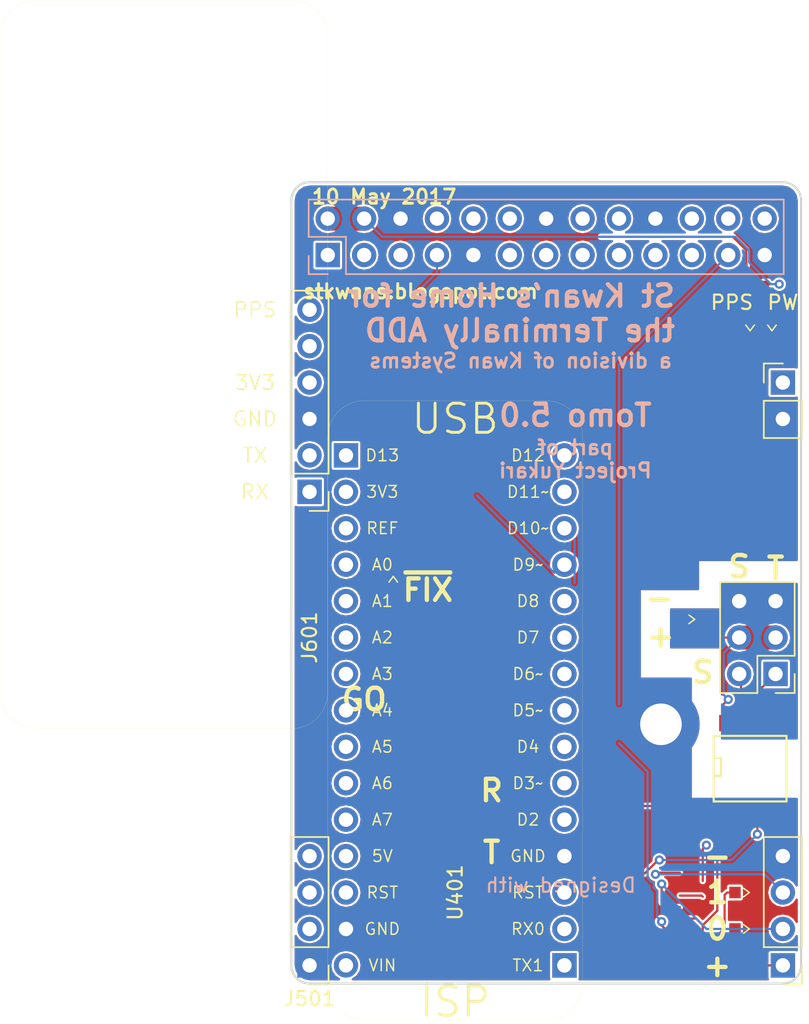
<source format=kicad_pcb>
(kicad_pcb (version 4) (host pcbnew 4.0.6-e0-6349~53~ubuntu16.04.1)

  (general
    (links 70)
    (no_connects 21)
    (area 126.424999 98.544999 162.135001 154.575001)
    (thickness 1.6)
    (drawings 30)
    (tracks 117)
    (zones 0)
    (modules 20)
    (nets 37)
  )

  (page A4)
  (layers
    (0 F.Cu signal)
    (31 B.Cu signal)
    (32 B.Adhes user hide)
    (33 F.Adhes user hide)
    (34 B.Paste user hide)
    (35 F.Paste user hide)
    (36 B.SilkS user hide)
    (37 F.SilkS user hide)
    (38 B.Mask user hide)
    (39 F.Mask user hide)
    (40 Dwgs.User user)
    (41 Cmts.User user)
    (42 Eco1.User user)
    (43 Eco2.User user)
    (44 Edge.Cuts user)
    (45 Margin user)
    (46 B.CrtYd user)
    (47 F.CrtYd user)
    (48 B.Fab user)
    (49 F.Fab user)
  )

  (setup
    (last_trace_width 0.1524)
    (trace_clearance 0.1524)
    (zone_clearance 0.1524)
    (zone_45_only yes)
    (trace_min 0.1524)
    (segment_width 0.2)
    (edge_width 0.15)
    (via_size 0.635)
    (via_drill 0.3302)
    (via_min_size 0.635)
    (via_min_drill 0.3302)
    (uvia_size 0.3)
    (uvia_drill 0.1)
    (uvias_allowed no)
    (uvia_min_size 0)
    (uvia_min_drill 0)
    (pcb_text_width 0.3)
    (pcb_text_size 1.5 1.5)
    (mod_edge_width 0.15)
    (mod_text_size 1 1)
    (mod_text_width 0.15)
    (pad_size 5.4 5.4)
    (pad_drill 2.9)
    (pad_to_mask_clearance 0.2)
    (aux_axis_origin 126.5 154.5)
    (grid_origin 126.5 154.5)
    (visible_elements 7FFFDE69)
    (pcbplotparams
      (layerselection 0x00030_80000001)
      (usegerberextensions false)
      (excludeedgelayer true)
      (linewidth 0.100000)
      (plotframeref false)
      (viasonmask false)
      (mode 1)
      (useauxorigin false)
      (hpglpennumber 1)
      (hpglpenspeed 20)
      (hpglpendiameter 15)
      (hpglpenoverlay 2)
      (psnegative false)
      (psa4output false)
      (plotreference true)
      (plotvalue true)
      (plotinvisibletext false)
      (padsonsilk false)
      (subtractmaskfromsilk false)
      (outputformat 1)
      (mirror false)
      (drillshape 0)
      (scaleselection 1)
      (outputdirectory ""))
  )

  (net 0 "")
  (net 1 +5V)
  (net 2 GND)
  (net 3 /PWRLED+)
  (net 4 +3V3)
  (net 5 /SDA)
  (net 6 /SCL)
  (net 7 /THROTTLE_HI)
  (net 8 +BATT)
  (net 9 GNDPWR)
  (net 10 /E1_ECHO)
  (net 11 /E0_ECHO)
  (net 12 /STEER_HI)
  (net 13 /THROTTLE)
  (net 14 /STEER)
  (net 15 /ENCODER0)
  (net 16 /ENCODER1)
  (net 17 /GPS_RX)
  (net 18 /GPS_TX)
  (net 19 /E1_ECHO+)
  (net 20 /E0_ECHO+)
  (net 21 /FIX+)
  (net 22 /PPS)
  (net 23 /BATPWR+)
  (net 24 /GO_BTN)
  (net 25 /PPS_ECHO+)
  (net 26 /PPS_ECHO)
  (net 27 "Net-(U401-Pad1)")
  (net 28 "Net-(U401-Pad2)")
  (net 29 "Net-(U401-Pad5)")
  (net 30 "Net-(U401-Pad6)")
  (net 31 "Net-(U401-Pad7)")
  (net 32 "Net-(U401-Pad10)")
  (net 33 "Net-(U401-Pad11)")
  (net 34 "Net-(U401-Pad14)")
  (net 35 "Net-(U401-Pad15)")
  (net 36 "Net-(U401-Pad3)")

  (net_class Default "This is the default net class."
    (clearance 0.1524)
    (trace_width 0.1524)
    (via_dia 0.635)
    (via_drill 0.3302)
    (uvia_dia 0.3)
    (uvia_drill 0.1)
    (add_net +3V3)
    (add_net +5V)
    (add_net +BATT)
    (add_net /BATPWR+)
    (add_net /E0_ECHO)
    (add_net /E0_ECHO+)
    (add_net /E1_ECHO)
    (add_net /E1_ECHO+)
    (add_net /ENCODER0)
    (add_net /ENCODER1)
    (add_net /FIX+)
    (add_net /GO_BTN)
    (add_net /GPS_RX)
    (add_net /GPS_TX)
    (add_net /PPS)
    (add_net /PPS_ECHO)
    (add_net /PPS_ECHO+)
    (add_net /PWRLED+)
    (add_net /SCL)
    (add_net /SDA)
    (add_net /STEER)
    (add_net /STEER_HI)
    (add_net /THROTTLE)
    (add_net /THROTTLE_HI)
    (add_net GND)
    (add_net GNDPWR)
    (add_net "Net-(U401-Pad1)")
    (add_net "Net-(U401-Pad10)")
    (add_net "Net-(U401-Pad11)")
    (add_net "Net-(U401-Pad14)")
    (add_net "Net-(U401-Pad15)")
    (add_net "Net-(U401-Pad2)")
    (add_net "Net-(U401-Pad3)")
    (add_net "Net-(U401-Pad5)")
    (add_net "Net-(U401-Pad6)")
    (add_net "Net-(U401-Pad7)")
  )

  (module KwanSystems:SMD_0402 (layer F.Cu) (tedit 59095EAF) (tstamp 58FFB320)
    (at 159.52 113.86 270)
    (descr "Capacitor SMD 0402, reflow soldering, AVX (see smccp.pdf)")
    (tags "capacitor 0402")
    (path /58FFB94A)
    (attr smd)
    (fp_text reference R117 (at 0 0 270) (layer F.Fab)
      (effects (font (size 0.2 0.2) (thickness 0.015)))
    )
    (fp_text value 10k (at 0 -0.4 270) (layer F.Fab)
      (effects (font (size 0.127 0.127) (thickness 0.015)))
    )
    (fp_line (start -0.5 0.25) (end -0.5 -0.25) (layer F.Fab) (width 0.1))
    (fp_line (start 0.5 0.25) (end -0.5 0.25) (layer F.Fab) (width 0.1))
    (fp_line (start 0.5 -0.25) (end 0.5 0.25) (layer F.Fab) (width 0.1))
    (fp_line (start -0.5 -0.25) (end 0.5 -0.25) (layer F.Fab) (width 0.1))
    (fp_line (start -1 -0.4) (end 1 -0.4) (layer F.CrtYd) (width 0.05))
    (fp_line (start -1 -0.4) (end -1 0.4) (layer F.CrtYd) (width 0.05))
    (fp_line (start 1 0.4) (end 1 -0.4) (layer F.CrtYd) (width 0.05))
    (fp_line (start 1 0.4) (end -1 0.4) (layer F.CrtYd) (width 0.05))
    (pad 1 smd rect (at -0.55 0 270) (size 0.6 0.5) (layers F.Cu F.Paste F.Mask)
      (net 24 /GO_BTN))
    (pad 2 smd rect (at 0.55 0 270) (size 0.6 0.5) (layers F.Cu F.Paste F.Mask)
      (net 4 +3V3))
    (model ${KISYS3DMOD}/Resistors_SMD.3dshapes/R_0402.wrl
      (at (xyz 0 0 0))
      (scale (xyz 1 1 1))
      (rotate (xyz 0 0 0))
    )
  )

  (module KwanSystems:R_Array_Convex_2x0402 (layer F.Cu) (tedit 59096677) (tstamp 5900E242)
    (at 154.44 152.722)
    (descr "Chip Resistor Network, ROHM MNR02 (see mnr_g.pdf)")
    (tags "resistor array")
    (path /58FDCBDD)
    (attr smd)
    (fp_text reference R413 (at 0 -1.75) (layer F.Fab)
      (effects (font (size 1 1) (thickness 0.15)))
    )
    (fp_text value 680 (at 0 1.8) (layer F.Fab)
      (effects (font (size 1 1) (thickness 0.15)))
    )
    (fp_line (start 0.5 0.7) (end 0.5 -0.7) (layer F.Fab) (width 0.1))
    (fp_line (start 0.5 -0.7) (end -0.5 -0.7) (layer F.Fab) (width 0.1))
    (fp_line (start -0.5 -0.7) (end -0.5 0.7) (layer F.Fab) (width 0.1))
    (fp_line (start -0.5 0.7) (end 0.5 0.7) (layer F.Fab) (width 0.1))
    (fp_line (start -1 -0.95) (end 1 -0.95) (layer F.CrtYd) (width 0.05))
    (fp_line (start -1 -0.95) (end -1 0.95) (layer F.CrtYd) (width 0.05))
    (fp_line (start 1 0.95) (end 1 -0.95) (layer F.CrtYd) (width 0.05))
    (fp_line (start 1 0.95) (end -1 0.95) (layer F.CrtYd) (width 0.05))
    (pad 1 smd rect (at -0.5 -0.35) (size 0.5 0.4) (layers F.Cu F.Paste F.Mask)
      (net 10 /E1_ECHO))
    (pad 2 smd rect (at -0.5 0.35) (size 0.5 0.4) (layers F.Cu F.Paste F.Mask)
      (net 11 /E0_ECHO))
    (pad 3 smd rect (at 0.5 0.35) (size 0.5 0.4) (layers F.Cu F.Paste F.Mask)
      (net 20 /E0_ECHO+))
    (pad 4 smd rect (at 0.5 -0.35) (size 0.5 0.4) (layers F.Cu F.Paste F.Mask)
      (net 19 /E1_ECHO+))
    (model ${KISYS3DMOD}/Resistors_SMD.3dshapes/R_Array_Convex_2x0402.wrl
      (at (xyz 0 0 0))
      (scale (xyz 1 1 1))
      (rotate (xyz 0 0 0))
    )
  )

  (module KwanSystems:R_Array_Convex_2x0402 (layer F.Cu) (tedit 59096677) (tstamp 5900E35B)
    (at 159.266 106.24 270)
    (descr "Chip Resistor Network, ROHM MNR02 (see mnr_g.pdf)")
    (tags "resistor array")
    (path /59013446)
    (attr smd)
    (fp_text reference R122 (at 0 -1.75 270) (layer F.Fab)
      (effects (font (size 1 1) (thickness 0.15)))
    )
    (fp_text value 680 (at 0 1.8 270) (layer F.Fab)
      (effects (font (size 1 1) (thickness 0.15)))
    )
    (fp_line (start 0.5 0.7) (end 0.5 -0.7) (layer F.Fab) (width 0.1))
    (fp_line (start 0.5 -0.7) (end -0.5 -0.7) (layer F.Fab) (width 0.1))
    (fp_line (start -0.5 -0.7) (end -0.5 0.7) (layer F.Fab) (width 0.1))
    (fp_line (start -0.5 0.7) (end 0.5 0.7) (layer F.Fab) (width 0.1))
    (fp_line (start -1 -0.95) (end 1 -0.95) (layer F.CrtYd) (width 0.05))
    (fp_line (start -1 -0.95) (end -1 0.95) (layer F.CrtYd) (width 0.05))
    (fp_line (start 1 0.95) (end 1 -0.95) (layer F.CrtYd) (width 0.05))
    (fp_line (start 1 0.95) (end -1 0.95) (layer F.CrtYd) (width 0.05))
    (pad 1 smd rect (at -0.5 -0.35 270) (size 0.5 0.4) (layers F.Cu F.Paste F.Mask)
      (net 1 +5V))
    (pad 2 smd rect (at -0.5 0.35 270) (size 0.5 0.4) (layers F.Cu F.Paste F.Mask)
      (net 26 /PPS_ECHO))
    (pad 3 smd rect (at 0.5 0.35 270) (size 0.5 0.4) (layers F.Cu F.Paste F.Mask)
      (net 25 /PPS_ECHO+))
    (pad 4 smd rect (at 0.5 -0.35 270) (size 0.5 0.4) (layers F.Cu F.Paste F.Mask)
      (net 3 /PWRLED+))
    (model ${KISYS3DMOD}/Resistors_SMD.3dshapes/R_Array_Convex_2x0402.wrl
      (at (xyz 0 0 0))
      (scale (xyz 1 1 1))
      (rotate (xyz 0 0 0))
    )
  )

  (module KwanSystems:SMD_0402 (layer F.Cu) (tedit 59095EAF) (tstamp 58FF49A1)
    (at 132.088 126.306 270)
    (descr "Capacitor SMD 0402, reflow soldering, AVX (see smccp.pdf)")
    (tags "capacitor 0402")
    (path /58FF6735)
    (attr smd)
    (fp_text reference R613 (at 0 0 270) (layer F.Fab)
      (effects (font (size 0.2 0.2) (thickness 0.015)))
    )
    (fp_text value 680 (at 0 -0.4 270) (layer F.Fab)
      (effects (font (size 0.127 0.127) (thickness 0.015)))
    )
    (fp_line (start -0.5 0.25) (end -0.5 -0.25) (layer F.Fab) (width 0.1))
    (fp_line (start 0.5 0.25) (end -0.5 0.25) (layer F.Fab) (width 0.1))
    (fp_line (start 0.5 -0.25) (end 0.5 0.25) (layer F.Fab) (width 0.1))
    (fp_line (start -0.5 -0.25) (end 0.5 -0.25) (layer F.Fab) (width 0.1))
    (fp_line (start -1 -0.4) (end 1 -0.4) (layer F.CrtYd) (width 0.05))
    (fp_line (start -1 -0.4) (end -1 0.4) (layer F.CrtYd) (width 0.05))
    (fp_line (start 1 0.4) (end 1 -0.4) (layer F.CrtYd) (width 0.05))
    (fp_line (start 1 0.4) (end -1 0.4) (layer F.CrtYd) (width 0.05))
    (pad 1 smd rect (at -0.55 0 270) (size 0.6 0.5) (layers F.Cu F.Paste F.Mask))
    (pad 2 smd rect (at 0.55 0 270) (size 0.6 0.5) (layers F.Cu F.Paste F.Mask)
      (net 21 /FIX+))
    (model ${KISYS3DMOD}/Resistors_SMD.3dshapes/R_0402.wrl
      (at (xyz 0 0 0))
      (scale (xyz 1 1 1))
      (rotate (xyz 0 0 0))
    )
  )

  (module KwanSystems:SMD_0402 (layer F.Cu) (tedit 59095EAF) (tstamp 58FFA9C4)
    (at 154.44 130.37 180)
    (descr "Capacitor SMD 0402, reflow soldering, AVX (see smccp.pdf)")
    (tags "capacitor 0402")
    (path /58FF8BFE)
    (attr smd)
    (fp_text reference R306 (at 0 0 180) (layer F.Fab)
      (effects (font (size 0.2 0.2) (thickness 0.015)))
    )
    (fp_text value 1.5k (at 0 -0.4 180) (layer F.Fab)
      (effects (font (size 0.127 0.127) (thickness 0.015)))
    )
    (fp_line (start -0.5 0.25) (end -0.5 -0.25) (layer F.Fab) (width 0.1))
    (fp_line (start 0.5 0.25) (end -0.5 0.25) (layer F.Fab) (width 0.1))
    (fp_line (start 0.5 -0.25) (end 0.5 0.25) (layer F.Fab) (width 0.1))
    (fp_line (start -0.5 -0.25) (end 0.5 -0.25) (layer F.Fab) (width 0.1))
    (fp_line (start -1 -0.4) (end 1 -0.4) (layer F.CrtYd) (width 0.05))
    (fp_line (start -1 -0.4) (end -1 0.4) (layer F.CrtYd) (width 0.05))
    (fp_line (start 1 0.4) (end 1 -0.4) (layer F.CrtYd) (width 0.05))
    (fp_line (start 1 0.4) (end -1 0.4) (layer F.CrtYd) (width 0.05))
    (pad 1 smd rect (at -0.55 0 180) (size 0.6 0.5) (layers F.Cu F.Paste F.Mask)
      (net 8 +BATT))
    (pad 2 smd rect (at 0.55 0 180) (size 0.6 0.5) (layers F.Cu F.Paste F.Mask)
      (net 23 /BATPWR+))
    (model ${KISYS3DMOD}/Resistors_SMD.3dshapes/R_0402.step
      (at (xyz 0 0 0))
      (scale (xyz 1 1 1))
      (rotate (xyz 0 0 0))
    )
  )

  (module KwanSystems:D_0603 (layer F.Cu) (tedit 59096247) (tstamp 58FE4AED)
    (at 160.028 108.78 90)
    (descr "LED 0603 smd package")
    (tags "LED led 0603 SMD smd SMT smt smdled SMDLED smtled SMTLED")
    (path /590E00CE)
    (attr smd)
    (fp_text reference D401 (at 1.2 -0.5 90) (layer F.Fab)
      (effects (font (size 0.2 0.2) (thickness 0.015)))
    )
    (fp_text value GREEN (at 1.1 0.5 90) (layer F.Fab)
      (effects (font (size 0.2 0.2) (thickness 0.015)))
    )
    (fp_line (start -1.45 -0.65) (end 1.45 -0.65) (layer F.CrtYd) (width 0.05))
    (fp_line (start -1.45 0.65) (end -1.45 -0.65) (layer F.CrtYd) (width 0.05))
    (fp_line (start 1.45 0.65) (end -1.45 0.65) (layer F.CrtYd) (width 0.05))
    (fp_line (start 1.45 -0.65) (end 1.45 0.65) (layer F.CrtYd) (width 0.05))
    (fp_line (start -0.8 0.4) (end -0.8 -0.4) (layer F.Fab) (width 0.1))
    (fp_line (start -0.8 -0.4) (end 0.8 -0.4) (layer F.Fab) (width 0.1))
    (fp_line (start 0.8 -0.4) (end 0.8 0.4) (layer F.Fab) (width 0.1))
    (fp_line (start 0.8 0.4) (end -0.8 0.4) (layer F.Fab) (width 0.1))
    (fp_line (start 0.2 0.3) (end -0.2 0) (layer F.SilkS) (width 0.1))
    (fp_line (start -0.2 0) (end 0.2 -0.3) (layer F.SilkS) (width 0.1))
    (pad 1 smd rect (at -0.8 0 270) (size 0.8 0.8) (layers F.Cu F.Paste F.Mask)
      (net 2 GND))
    (pad 2 smd rect (at 0.8 0 270) (size 0.8 0.8) (layers F.Cu F.Paste F.Mask)
      (net 3 /PWRLED+))
    (model LEDs.3dshapes/LED_0603.wrl
      (at (xyz 0 0 0))
      (scale (xyz 1 1 1))
      (rotate (xyz 0 0 180))
    )
  )

  (module KwanSystems:D_0603 (layer F.Cu) (tedit 59096247) (tstamp 58FE4AF3)
    (at 158.25 148.15 180)
    (descr "LED 0603 smd package")
    (tags "LED led 0603 SMD smd SMT smt smdled SMDLED smtled SMTLED")
    (path /590DF3CE)
    (attr smd)
    (fp_text reference D417 (at 1.2 -0.5 180) (layer F.Fab)
      (effects (font (size 0.2 0.2) (thickness 0.015)))
    )
    (fp_text value YELLOW (at 1.1 0.5 180) (layer F.Fab)
      (effects (font (size 0.2 0.2) (thickness 0.015)))
    )
    (fp_line (start -1.45 -0.65) (end 1.45 -0.65) (layer F.CrtYd) (width 0.05))
    (fp_line (start -1.45 0.65) (end -1.45 -0.65) (layer F.CrtYd) (width 0.05))
    (fp_line (start 1.45 0.65) (end -1.45 0.65) (layer F.CrtYd) (width 0.05))
    (fp_line (start 1.45 -0.65) (end 1.45 0.65) (layer F.CrtYd) (width 0.05))
    (fp_line (start -0.8 0.4) (end -0.8 -0.4) (layer F.Fab) (width 0.1))
    (fp_line (start -0.8 -0.4) (end 0.8 -0.4) (layer F.Fab) (width 0.1))
    (fp_line (start 0.8 -0.4) (end 0.8 0.4) (layer F.Fab) (width 0.1))
    (fp_line (start 0.8 0.4) (end -0.8 0.4) (layer F.Fab) (width 0.1))
    (fp_line (start 0.2 0.3) (end -0.2 0) (layer F.SilkS) (width 0.1))
    (fp_line (start -0.2 0) (end 0.2 -0.3) (layer F.SilkS) (width 0.1))
    (pad 1 smd rect (at -0.8 0) (size 0.8 0.8) (layers F.Cu F.Paste F.Mask)
      (net 2 GND))
    (pad 2 smd rect (at 0.8 0) (size 0.8 0.8) (layers F.Cu F.Paste F.Mask)
      (net 19 /E1_ECHO+))
    (model LEDs.3dshapes/LED_0603.wrl
      (at (xyz 0 0 0))
      (scale (xyz 1 1 1))
      (rotate (xyz 0 0 180))
    )
  )

  (module KwanSystems:D_0603 (layer F.Cu) (tedit 59096247) (tstamp 58FE4AF9)
    (at 158.25 150.69 180)
    (descr "LED 0603 smd package")
    (tags "LED led 0603 SMD smd SMT smt smdled SMDLED smtled SMTLED")
    (path /58FDF671)
    (attr smd)
    (fp_text reference D432 (at 1.2 -0.5 180) (layer F.Fab)
      (effects (font (size 0.2 0.2) (thickness 0.015)))
    )
    (fp_text value RED (at 1.1 0.5 180) (layer F.Fab)
      (effects (font (size 0.2 0.2) (thickness 0.015)))
    )
    (fp_line (start -1.45 -0.65) (end 1.45 -0.65) (layer F.CrtYd) (width 0.05))
    (fp_line (start -1.45 0.65) (end -1.45 -0.65) (layer F.CrtYd) (width 0.05))
    (fp_line (start 1.45 0.65) (end -1.45 0.65) (layer F.CrtYd) (width 0.05))
    (fp_line (start 1.45 -0.65) (end 1.45 0.65) (layer F.CrtYd) (width 0.05))
    (fp_line (start -0.8 0.4) (end -0.8 -0.4) (layer F.Fab) (width 0.1))
    (fp_line (start -0.8 -0.4) (end 0.8 -0.4) (layer F.Fab) (width 0.1))
    (fp_line (start 0.8 -0.4) (end 0.8 0.4) (layer F.Fab) (width 0.1))
    (fp_line (start 0.8 0.4) (end -0.8 0.4) (layer F.Fab) (width 0.1))
    (fp_line (start 0.2 0.3) (end -0.2 0) (layer F.SilkS) (width 0.1))
    (fp_line (start -0.2 0) (end 0.2 -0.3) (layer F.SilkS) (width 0.1))
    (pad 1 smd rect (at -0.8 0) (size 0.8 0.8) (layers F.Cu F.Paste F.Mask)
      (net 2 GND))
    (pad 2 smd rect (at 0.8 0) (size 0.8 0.8) (layers F.Cu F.Paste F.Mask)
      (net 20 /E0_ECHO+))
    (model LEDs.3dshapes/LED_0603.wrl
      (at (xyz 0 0 0))
      (scale (xyz 1 1 1))
      (rotate (xyz 0 0 180))
    )
  )

  (module KwanSystems:D_0603 (layer F.Cu) (tedit 59096247) (tstamp 58FF499B)
    (at 133.612 126.306 270)
    (descr "LED 0603 smd package")
    (tags "LED led 0603 SMD smd SMT smt smdled SMDLED smtled SMTLED")
    (path /58FF70C0)
    (attr smd)
    (fp_text reference D613 (at 1.2 -0.5 270) (layer F.Fab)
      (effects (font (size 0.2 0.2) (thickness 0.015)))
    )
    (fp_text value RED (at 1.1 0.5 270) (layer F.Fab)
      (effects (font (size 0.2 0.2) (thickness 0.015)))
    )
    (fp_line (start -1.45 -0.65) (end 1.45 -0.65) (layer F.CrtYd) (width 0.05))
    (fp_line (start -1.45 0.65) (end -1.45 -0.65) (layer F.CrtYd) (width 0.05))
    (fp_line (start 1.45 0.65) (end -1.45 0.65) (layer F.CrtYd) (width 0.05))
    (fp_line (start 1.45 -0.65) (end 1.45 0.65) (layer F.CrtYd) (width 0.05))
    (fp_line (start -0.8 0.4) (end -0.8 -0.4) (layer F.Fab) (width 0.1))
    (fp_line (start -0.8 -0.4) (end 0.8 -0.4) (layer F.Fab) (width 0.1))
    (fp_line (start 0.8 -0.4) (end 0.8 0.4) (layer F.Fab) (width 0.1))
    (fp_line (start 0.8 0.4) (end -0.8 0.4) (layer F.Fab) (width 0.1))
    (fp_line (start 0.2 0.3) (end -0.2 0) (layer F.SilkS) (width 0.1))
    (fp_line (start -0.2 0) (end 0.2 -0.3) (layer F.SilkS) (width 0.1))
    (pad 1 smd rect (at -0.8 0 90) (size 0.8 0.8) (layers F.Cu F.Paste F.Mask)
      (net 2 GND))
    (pad 2 smd rect (at 0.8 0 90) (size 0.8 0.8) (layers F.Cu F.Paste F.Mask)
      (net 21 /FIX+))
    (model LEDs.3dshapes/LED_0603.wrl
      (at (xyz 0 0 0))
      (scale (xyz 1 1 1))
      (rotate (xyz 0 0 180))
    )
  )

  (module KwanSystems:D_0603 (layer F.Cu) (tedit 59096247) (tstamp 58FFA9B5)
    (at 154.44 129.1 180)
    (descr "LED 0603 smd package")
    (tags "LED led 0603 SMD smd SMT smt smdled SMDLED smtled SMTLED")
    (path /58FF8C05)
    (attr smd)
    (fp_text reference D306 (at 1.2 -0.5 180) (layer F.Fab)
      (effects (font (size 0.2 0.2) (thickness 0.015)))
    )
    (fp_text value GREEN (at 1.1 0.5 180) (layer F.Fab)
      (effects (font (size 0.2 0.2) (thickness 0.015)))
    )
    (fp_line (start -1.45 -0.65) (end 1.45 -0.65) (layer F.CrtYd) (width 0.05))
    (fp_line (start -1.45 0.65) (end -1.45 -0.65) (layer F.CrtYd) (width 0.05))
    (fp_line (start 1.45 0.65) (end -1.45 0.65) (layer F.CrtYd) (width 0.05))
    (fp_line (start 1.45 -0.65) (end 1.45 0.65) (layer F.CrtYd) (width 0.05))
    (fp_line (start -0.8 0.4) (end -0.8 -0.4) (layer F.Fab) (width 0.1))
    (fp_line (start -0.8 -0.4) (end 0.8 -0.4) (layer F.Fab) (width 0.1))
    (fp_line (start 0.8 -0.4) (end 0.8 0.4) (layer F.Fab) (width 0.1))
    (fp_line (start 0.8 0.4) (end -0.8 0.4) (layer F.Fab) (width 0.1))
    (fp_line (start 0.2 0.3) (end -0.2 0) (layer F.SilkS) (width 0.1))
    (fp_line (start -0.2 0) (end 0.2 -0.3) (layer F.SilkS) (width 0.1))
    (pad 1 smd rect (at -0.8 0) (size 0.8 0.8) (layers F.Cu F.Paste F.Mask)
      (net 9 GNDPWR))
    (pad 2 smd rect (at 0.8 0) (size 0.8 0.8) (layers F.Cu F.Paste F.Mask)
      (net 23 /BATPWR+))
    (model LEDs.3dshapes/LED_0603.wrl
      (at (xyz 0 0 0))
      (scale (xyz 1 1 1))
      (rotate (xyz 0 0 180))
    )
  )

  (module KwanSystems:D_0603 (layer F.Cu) (tedit 59096247) (tstamp 5900DFF9)
    (at 158.504 108.78 90)
    (descr "LED 0603 smd package")
    (tags "LED led 0603 SMD smd SMT smt smdled SMDLED smtled SMTLED")
    (path /5901080D)
    (attr smd)
    (fp_text reference D122 (at 1.2 -0.5 90) (layer F.Fab)
      (effects (font (size 0.2 0.2) (thickness 0.015)))
    )
    (fp_text value RED (at 1.1 0.5 90) (layer F.Fab)
      (effects (font (size 0.2 0.2) (thickness 0.015)))
    )
    (fp_line (start -1.45 -0.65) (end 1.45 -0.65) (layer F.CrtYd) (width 0.05))
    (fp_line (start -1.45 0.65) (end -1.45 -0.65) (layer F.CrtYd) (width 0.05))
    (fp_line (start 1.45 0.65) (end -1.45 0.65) (layer F.CrtYd) (width 0.05))
    (fp_line (start 1.45 -0.65) (end 1.45 0.65) (layer F.CrtYd) (width 0.05))
    (fp_line (start -0.8 0.4) (end -0.8 -0.4) (layer F.Fab) (width 0.1))
    (fp_line (start -0.8 -0.4) (end 0.8 -0.4) (layer F.Fab) (width 0.1))
    (fp_line (start 0.8 -0.4) (end 0.8 0.4) (layer F.Fab) (width 0.1))
    (fp_line (start 0.8 0.4) (end -0.8 0.4) (layer F.Fab) (width 0.1))
    (fp_line (start 0.2 0.3) (end -0.2 0) (layer F.SilkS) (width 0.1))
    (fp_line (start -0.2 0) (end 0.2 -0.3) (layer F.SilkS) (width 0.1))
    (pad 1 smd rect (at -0.8 0 270) (size 0.8 0.8) (layers F.Cu F.Paste F.Mask)
      (net 2 GND))
    (pad 2 smd rect (at 0.8 0 270) (size 0.8 0.8) (layers F.Cu F.Paste F.Mask)
      (net 25 /PPS_ECHO+))
    (model LEDs.3dshapes/LED_0603.wrl
      (at (xyz 0 0 0))
      (scale (xyz 1 1 1))
      (rotate (xyz 0 0 180))
    )
  )

  (module Pin_Headers:Pin_Header_Straight_2x03_Pitch2.54mm (layer F.Cu) (tedit 5909695A) (tstamp 58FE4B30)
    (at 160.282 132.91 180)
    (descr "Through hole straight pin header, 2x03, 2.54mm pitch, double rows")
    (tags "Through hole pin header THT 2x03 2.54mm double row")
    (path /58FE485A)
    (fp_text reference J301 (at 1.27 -2.33 180) (layer F.SilkS) hide
      (effects (font (size 1 1) (thickness 0.15)))
    )
    (fp_text value CONN_02X03 (at 1.27 7.41 180) (layer F.Fab) hide
      (effects (font (size 1 1) (thickness 0.15)))
    )
    (fp_line (start -1.27 -1.27) (end -1.27 6.35) (layer F.Fab) (width 0.1))
    (fp_line (start -1.27 6.35) (end 3.81 6.35) (layer F.Fab) (width 0.1))
    (fp_line (start 3.81 6.35) (end 3.81 -1.27) (layer F.Fab) (width 0.1))
    (fp_line (start 3.81 -1.27) (end -1.27 -1.27) (layer F.Fab) (width 0.1))
    (fp_line (start -1.33 1.27) (end -1.33 6.41) (layer F.SilkS) (width 0.12))
    (fp_line (start -1.33 6.41) (end 3.87 6.41) (layer F.SilkS) (width 0.12))
    (fp_line (start 3.87 6.41) (end 3.87 -1.33) (layer F.SilkS) (width 0.12))
    (fp_line (start 3.87 -1.33) (end 1.27 -1.33) (layer F.SilkS) (width 0.12))
    (fp_line (start 1.27 -1.33) (end 1.27 1.27) (layer F.SilkS) (width 0.12))
    (fp_line (start 1.27 1.27) (end -1.33 1.27) (layer F.SilkS) (width 0.12))
    (fp_line (start -1.33 0) (end -1.33 -1.33) (layer F.SilkS) (width 0.12))
    (fp_line (start -1.33 -1.33) (end 0 -1.33) (layer F.SilkS) (width 0.12))
    (fp_line (start -1.8 -1.8) (end -1.8 6.85) (layer F.CrtYd) (width 0.05))
    (fp_line (start -1.8 6.85) (end 4.35 6.85) (layer F.CrtYd) (width 0.05))
    (fp_line (start 4.35 6.85) (end 4.35 -1.8) (layer F.CrtYd) (width 0.05))
    (fp_line (start 4.35 -1.8) (end -1.8 -1.8) (layer F.CrtYd) (width 0.05))
    (fp_text user %R (at 1.27 -2.33 180) (layer F.Fab) hide
      (effects (font (size 1 1) (thickness 0.15)))
    )
    (pad 1 thru_hole rect (at 0 0 180) (size 1.7 1.7) (drill 1) (layers *.Cu *.Mask)
      (net 7 /THROTTLE_HI))
    (pad 2 thru_hole oval (at 2.54 0 180) (size 1.7 1.7) (drill 1) (layers *.Cu *.Mask)
      (net 12 /STEER_HI))
    (pad 3 thru_hole oval (at 0 2.54 180) (size 1.7 1.7) (drill 1) (layers *.Cu *.Mask)
      (net 8 +BATT))
    (pad 4 thru_hole oval (at 2.54 2.54 180) (size 1.7 1.7) (drill 1) (layers *.Cu *.Mask)
      (net 8 +BATT))
    (pad 5 thru_hole oval (at 0 5.08 180) (size 1.7 1.7) (drill 1) (layers *.Cu *.Mask)
      (net 9 GNDPWR))
    (pad 6 thru_hole oval (at 2.54 5.08 180) (size 1.7 1.7) (drill 1) (layers *.Cu *.Mask)
      (net 9 GNDPWR))
    (model ${KISYS3DMOD}/Pin_Headers.3dshapes/Pin_Header_Straight_2x03_Pitch2.54mm.wrl
      (at (xyz 0.05 -0.1 0))
      (scale (xyz 1 1 1))
      (rotate (xyz 0 0 90))
    )
  )

  (module Pin_Headers:Pin_Header_Straight_1x04_Pitch2.54mm (layer F.Cu) (tedit 59096932) (tstamp 58FE4B38)
    (at 160.79 153.23 180)
    (descr "Through hole straight pin header, 1x04, 2.54mm pitch, single row")
    (tags "Through hole pin header THT 1x04 2.54mm single row")
    (path /58FDFF8E)
    (fp_text reference J401 (at 0 -2.33 180) (layer F.SilkS) hide
      (effects (font (size 1 1) (thickness 0.15)))
    )
    (fp_text value CONN_01X04 (at 0 9.95 180) (layer F.Fab) hide
      (effects (font (size 1 1) (thickness 0.15)))
    )
    (fp_line (start -1.27 -1.27) (end -1.27 8.89) (layer F.Fab) (width 0.1))
    (fp_line (start -1.27 8.89) (end 1.27 8.89) (layer F.Fab) (width 0.1))
    (fp_line (start 1.27 8.89) (end 1.27 -1.27) (layer F.Fab) (width 0.1))
    (fp_line (start 1.27 -1.27) (end -1.27 -1.27) (layer F.Fab) (width 0.1))
    (fp_line (start -1.33 1.27) (end -1.33 8.95) (layer F.SilkS) (width 0.12))
    (fp_line (start -1.33 8.95) (end 1.33 8.95) (layer F.SilkS) (width 0.12))
    (fp_line (start 1.33 8.95) (end 1.33 1.27) (layer F.SilkS) (width 0.12))
    (fp_line (start 1.33 1.27) (end -1.33 1.27) (layer F.SilkS) (width 0.12))
    (fp_line (start -1.33 0) (end -1.33 -1.33) (layer F.SilkS) (width 0.12))
    (fp_line (start -1.33 -1.33) (end 0 -1.33) (layer F.SilkS) (width 0.12))
    (fp_line (start -1.8 -1.8) (end -1.8 9.4) (layer F.CrtYd) (width 0.05))
    (fp_line (start -1.8 9.4) (end 1.8 9.4) (layer F.CrtYd) (width 0.05))
    (fp_line (start 1.8 9.4) (end 1.8 -1.8) (layer F.CrtYd) (width 0.05))
    (fp_line (start 1.8 -1.8) (end -1.8 -1.8) (layer F.CrtYd) (width 0.05))
    (fp_text user %R (at 0 -2.33 180) (layer F.Fab) hide
      (effects (font (size 1 1) (thickness 0.15)))
    )
    (pad 1 thru_hole rect (at 0 0 180) (size 1.7 1.7) (drill 1) (layers *.Cu *.Mask)
      (net 1 +5V))
    (pad 2 thru_hole oval (at 0 2.54 180) (size 1.7 1.7) (drill 1) (layers *.Cu *.Mask)
      (net 15 /ENCODER0))
    (pad 3 thru_hole oval (at 0 5.08 180) (size 1.7 1.7) (drill 1) (layers *.Cu *.Mask)
      (net 16 /ENCODER1))
    (pad 4 thru_hole oval (at 0 7.62 180) (size 1.7 1.7) (drill 1) (layers *.Cu *.Mask)
      (net 2 GND))
    (model ${KISYS3DMOD}/Pin_Headers.3dshapes/Pin_Header_Straight_1x04_Pitch2.54mm.wrl
      (at (xyz 0 -0.15 0))
      (scale (xyz 1 1 1))
      (rotate (xyz 0 0 90))
    )
  )

  (module SMD_Packages:SOIC-8-N (layer F.Cu) (tedit 59096950) (tstamp 58FE4B82)
    (at 158.504 139.514)
    (descr "Module Narrow CMS SOJ 8 pins large")
    (tags "CMS SOJ")
    (path /58FE65E2)
    (attr smd)
    (fp_text reference U301 (at 0 -1.27) (layer F.SilkS) hide
      (effects (font (size 1 1) (thickness 0.15)))
    )
    (fp_text value ADuM3221 (at 0 1.27) (layer F.Fab) hide
      (effects (font (size 1 1) (thickness 0.15)))
    )
    (fp_line (start -2.54 -2.286) (end 2.54 -2.286) (layer F.SilkS) (width 0.15))
    (fp_line (start 2.54 -2.286) (end 2.54 2.286) (layer F.SilkS) (width 0.15))
    (fp_line (start 2.54 2.286) (end -2.54 2.286) (layer F.SilkS) (width 0.15))
    (fp_line (start -2.54 2.286) (end -2.54 -2.286) (layer F.SilkS) (width 0.15))
    (fp_line (start -2.54 -0.762) (end -2.032 -0.762) (layer F.SilkS) (width 0.15))
    (fp_line (start -2.032 -0.762) (end -2.032 0.508) (layer F.SilkS) (width 0.15))
    (fp_line (start -2.032 0.508) (end -2.54 0.508) (layer F.SilkS) (width 0.15))
    (pad 8 smd rect (at -1.905 -3.175) (size 0.508 1.143) (layers F.Cu F.Paste F.Mask)
      (net 8 +BATT))
    (pad 7 smd rect (at -0.635 -3.175) (size 0.508 1.143) (layers F.Cu F.Paste F.Mask)
      (net 12 /STEER_HI))
    (pad 6 smd rect (at 0.635 -3.175) (size 0.508 1.143) (layers F.Cu F.Paste F.Mask)
      (net 7 /THROTTLE_HI))
    (pad 5 smd rect (at 1.905 -3.175) (size 0.508 1.143) (layers F.Cu F.Paste F.Mask)
      (net 9 GNDPWR))
    (pad 4 smd rect (at 1.905 3.175) (size 0.508 1.143) (layers F.Cu F.Paste F.Mask)
      (net 2 GND))
    (pad 3 smd rect (at 0.635 3.175) (size 0.508 1.143) (layers F.Cu F.Paste F.Mask)
      (net 13 /THROTTLE))
    (pad 2 smd rect (at -0.635 3.175) (size 0.508 1.143) (layers F.Cu F.Paste F.Mask)
      (net 14 /STEER))
    (pad 1 smd rect (at -1.905 3.175) (size 0.508 1.143) (layers F.Cu F.Paste F.Mask)
      (net 1 +5V))
    (model SMD_Packages.3dshapes/SOIC-8-N.wrl
      (at (xyz 0 0 0))
      (scale (xyz 0.5 0.38 0.5))
      (rotate (xyz 0 0 0))
    )
  )

  (module KwanSystems:MountingHole_2.9mm_M2.5_Pad (layer F.Cu) (tedit 59096E49) (tstamp 58FE5288)
    (at 152.28464 136.42086)
    (descr "Mounting Hole 2.7mm, M2.5")
    (tags "mounting hole 2.7mm m2.5")
    (path /58FEE123)
    (fp_text reference J002 (at 0 -3.7) (layer F.SilkS) hide
      (effects (font (size 1 1) (thickness 0.15)))
    )
    (fp_text value STANDOFF_GND (at 0 3.7) (layer F.Fab) hide
      (effects (font (size 1 1) (thickness 0.15)))
    )
    (fp_circle (center 0 0) (end 2.95 0) (layer F.CrtYd) (width 0.05))
    (fp_circle (center 0 0) (end 2.7 0) (layer Cmts.User) (width 0.15))
    (pad 1 thru_hole circle (at 0 0) (size 5.4 5.4) (drill 2.9) (layers *.Cu *.Mask)
      (net 2 GND))
  )

  (module Socket_Strips:Socket_Strip_Straight_2x13_Pitch2.54mm (layer B.Cu) (tedit 590968D6) (tstamp 58FE4B26)
    (at 129.04 103.7 270)
    (descr "Through hole straight socket strip, 2x13, 2.54mm pitch, double rows")
    (tags "Through hole socket strip THT 2x13 2.54mm double row")
    (path /58FE2446)
    (fp_text reference J101 (at -1.27 2.33 270) (layer B.SilkS) hide
      (effects (font (size 1 1) (thickness 0.15)) (justify mirror))
    )
    (fp_text value Raspberry_Pi_1 (at -1.27 -32.81 270) (layer B.Fab) hide
      (effects (font (size 1 1) (thickness 0.15)) (justify mirror))
    )
    (fp_line (start -3.81 1.27) (end -3.81 -31.75) (layer B.Fab) (width 0.1))
    (fp_line (start -3.81 -31.75) (end 1.27 -31.75) (layer B.Fab) (width 0.1))
    (fp_line (start 1.27 -31.75) (end 1.27 1.27) (layer B.Fab) (width 0.1))
    (fp_line (start 1.27 1.27) (end -3.81 1.27) (layer B.Fab) (width 0.1))
    (fp_line (start 1.33 -1.27) (end 1.33 -31.81) (layer B.SilkS) (width 0.12))
    (fp_line (start 1.33 -31.81) (end -3.87 -31.81) (layer B.SilkS) (width 0.12))
    (fp_line (start -3.87 -31.81) (end -3.87 1.33) (layer B.SilkS) (width 0.12))
    (fp_line (start -3.87 1.33) (end -1.27 1.33) (layer B.SilkS) (width 0.12))
    (fp_line (start -1.27 1.33) (end -1.27 -1.27) (layer B.SilkS) (width 0.12))
    (fp_line (start -1.27 -1.27) (end 1.33 -1.27) (layer B.SilkS) (width 0.12))
    (fp_line (start 1.33 0) (end 1.33 1.33) (layer B.SilkS) (width 0.12))
    (fp_line (start 1.33 1.33) (end 0.06 1.33) (layer B.SilkS) (width 0.12))
    (fp_line (start -4.35 1.8) (end -4.35 -32.25) (layer B.CrtYd) (width 0.05))
    (fp_line (start -4.35 -32.25) (end 1.8 -32.25) (layer B.CrtYd) (width 0.05))
    (fp_line (start 1.8 -32.25) (end 1.8 1.8) (layer B.CrtYd) (width 0.05))
    (fp_line (start 1.8 1.8) (end -4.35 1.8) (layer B.CrtYd) (width 0.05))
    (fp_text user %R (at -1.27 2.33 270) (layer B.Fab) hide
      (effects (font (size 1 1) (thickness 0.15)) (justify mirror))
    )
    (pad 1 thru_hole rect (at 0 0 270) (size 1.7 1.7) (drill 1) (layers *.Cu *.Mask))
    (pad 2 thru_hole oval (at -2.54 0 270) (size 1.7 1.7) (drill 1) (layers *.Cu *.Mask)
      (net 1 +5V))
    (pad 3 thru_hole oval (at 0 -2.54 270) (size 1.7 1.7) (drill 1) (layers *.Cu *.Mask)
      (net 5 /SDA))
    (pad 4 thru_hole oval (at -2.54 -2.54 270) (size 1.7 1.7) (drill 1) (layers *.Cu *.Mask)
      (net 1 +5V))
    (pad 5 thru_hole oval (at 0 -5.08 270) (size 1.7 1.7) (drill 1) (layers *.Cu *.Mask)
      (net 6 /SCL))
    (pad 6 thru_hole oval (at -2.54 -5.08 270) (size 1.7 1.7) (drill 1) (layers *.Cu *.Mask)
      (net 2 GND))
    (pad 7 thru_hole oval (at 0 -7.62 270) (size 1.7 1.7) (drill 1) (layers *.Cu *.Mask))
    (pad 8 thru_hole oval (at -2.54 -7.62 270) (size 1.7 1.7) (drill 1) (layers *.Cu *.Mask)
      (net 17 /GPS_RX))
    (pad 9 thru_hole oval (at 0 -10.16 270) (size 1.7 1.7) (drill 1) (layers *.Cu *.Mask)
      (net 2 GND))
    (pad 10 thru_hole oval (at -2.54 -10.16 270) (size 1.7 1.7) (drill 1) (layers *.Cu *.Mask)
      (net 18 /GPS_TX))
    (pad 11 thru_hole oval (at 0 -12.7 270) (size 1.7 1.7) (drill 1) (layers *.Cu *.Mask)
      (net 24 /GO_BTN))
    (pad 12 thru_hole oval (at -2.54 -12.7 270) (size 1.7 1.7) (drill 1) (layers *.Cu *.Mask)
      (net 22 /PPS))
    (pad 13 thru_hole oval (at 0 -15.24 270) (size 1.7 1.7) (drill 1) (layers *.Cu *.Mask))
    (pad 14 thru_hole oval (at -2.54 -15.24 270) (size 1.7 1.7) (drill 1) (layers *.Cu *.Mask)
      (net 2 GND))
    (pad 15 thru_hole oval (at 0 -17.78 270) (size 1.7 1.7) (drill 1) (layers *.Cu *.Mask)
      (net 26 /PPS_ECHO))
    (pad 16 thru_hole oval (at -2.54 -17.78 270) (size 1.7 1.7) (drill 1) (layers *.Cu *.Mask))
    (pad 17 thru_hole oval (at 0 -20.32 270) (size 1.7 1.7) (drill 1) (layers *.Cu *.Mask)
      (net 4 +3V3))
    (pad 18 thru_hole oval (at -2.54 -20.32 270) (size 1.7 1.7) (drill 1) (layers *.Cu *.Mask))
    (pad 19 thru_hole oval (at 0 -22.86 270) (size 1.7 1.7) (drill 1) (layers *.Cu *.Mask))
    (pad 20 thru_hole oval (at -2.54 -22.86 270) (size 1.7 1.7) (drill 1) (layers *.Cu *.Mask)
      (net 2 GND))
    (pad 21 thru_hole oval (at 0 -25.4 270) (size 1.7 1.7) (drill 1) (layers *.Cu *.Mask))
    (pad 22 thru_hole oval (at -2.54 -25.4 270) (size 1.7 1.7) (drill 1) (layers *.Cu *.Mask))
    (pad 23 thru_hole oval (at 0 -27.94 270) (size 1.7 1.7) (drill 1) (layers *.Cu *.Mask))
    (pad 24 thru_hole oval (at -2.54 -27.94 270) (size 1.7 1.7) (drill 1) (layers *.Cu *.Mask))
    (pad 25 thru_hole oval (at 0 -30.48 270) (size 1.7 1.7) (drill 1) (layers *.Cu *.Mask)
      (net 2 GND))
    (pad 26 thru_hole oval (at -2.54 -30.48 270) (size 1.7 1.7) (drill 1) (layers *.Cu *.Mask))
    (model ${KISYS3DMOD}/Socket_Strips.3dshapes/Socket_Strip_Straight_2x13_Pitch2.54mm.wrl
      (at (xyz -0.05 -0.6 0))
      (scale (xyz 1 1 1))
      (rotate (xyz 0 0 270))
    )
  )

  (module Socket_Strips:Socket_Strip_Straight_1x02_Pitch2.54mm (layer F.Cu) (tedit 59096900) (tstamp 58FFB311)
    (at 160.79 112.59)
    (descr "Through hole straight socket strip, 1x02, 2.54mm pitch, single row")
    (tags "Through hole socket strip THT 1x02 2.54mm single row")
    (path /58FFAA84)
    (fp_text reference J102 (at 0 -2.33) (layer F.SilkS) hide
      (effects (font (size 1 1) (thickness 0.15)))
    )
    (fp_text value CONN_01X02 (at 0 4.87) (layer F.Fab) hide
      (effects (font (size 1 1) (thickness 0.15)))
    )
    (fp_line (start -1.27 -1.27) (end -1.27 3.81) (layer F.Fab) (width 0.1))
    (fp_line (start -1.27 3.81) (end 1.27 3.81) (layer F.Fab) (width 0.1))
    (fp_line (start 1.27 3.81) (end 1.27 -1.27) (layer F.Fab) (width 0.1))
    (fp_line (start 1.27 -1.27) (end -1.27 -1.27) (layer F.Fab) (width 0.1))
    (fp_line (start -1.33 1.27) (end -1.33 3.87) (layer F.SilkS) (width 0.12))
    (fp_line (start -1.33 3.87) (end 1.33 3.87) (layer F.SilkS) (width 0.12))
    (fp_line (start 1.33 3.87) (end 1.33 1.27) (layer F.SilkS) (width 0.12))
    (fp_line (start 1.33 1.27) (end -1.33 1.27) (layer F.SilkS) (width 0.12))
    (fp_line (start -1.33 0) (end -1.33 -1.33) (layer F.SilkS) (width 0.12))
    (fp_line (start -1.33 -1.33) (end 0 -1.33) (layer F.SilkS) (width 0.12))
    (fp_line (start -1.8 -1.8) (end -1.8 4.35) (layer F.CrtYd) (width 0.05))
    (fp_line (start -1.8 4.35) (end 1.8 4.35) (layer F.CrtYd) (width 0.05))
    (fp_line (start 1.8 4.35) (end 1.8 -1.8) (layer F.CrtYd) (width 0.05))
    (fp_line (start 1.8 -1.8) (end -1.8 -1.8) (layer F.CrtYd) (width 0.05))
    (fp_text user %R (at 0 -2.33) (layer F.Fab) hide
      (effects (font (size 1 1) (thickness 0.15)))
    )
    (pad 1 thru_hole rect (at 0 0) (size 1.7 1.7) (drill 1) (layers *.Cu *.Mask)
      (net 24 /GO_BTN))
    (pad 2 thru_hole oval (at 0 2.54) (size 1.7 1.7) (drill 1) (layers *.Cu *.Mask)
      (net 2 GND))
  )

  (module KwanSystems:ArduinoNano (layer F.Cu) (tedit 59542CE7) (tstamp 59542DFB)
    (at 145.55 153.23 180)
    (descr "Through hole straight pin header, 2x15, 2.54mm pitch")
    (tags "Through hole pin header THT 1x15 2.54mm single row")
    (path /59543755)
    (fp_text reference U401 (at 7.62 5.08 270) (layer F.SilkS)
      (effects (font (size 1 1) (thickness 0.15)))
    )
    (fp_text value Arduino_Nano (at 7.62 20.32 270) (layer F.Fab)
      (effects (font (size 1 1) (thickness 0.15)))
    )
    (fp_text user ISP (at 7.62 -2.54 180) (layer F.SilkS)
      (effects (font (size 2.032 2.032) (thickness 0.2032)))
    )
    (fp_text user USB (at 7.62 38.1 180) (layer F.SilkS)
      (effects (font (size 2.032 2.032) (thickness 0.2032)))
    )
    (fp_line (start -1.27 36.83) (end -1.27 -1.27) (layer F.SilkS) (width 0.01))
    (fp_line (start 13.97 39.37) (end 1.27 39.37) (layer F.SilkS) (width 0.01))
    (fp_line (start 16.51 -1.27) (end 16.51 36.83) (layer F.SilkS) (width 0.01))
    (fp_line (start 1.27 -3.81) (end 13.97 -3.81) (layer F.SilkS) (width 0.01))
    (fp_arc (start 1.27 36.83) (end 1.27 39.37) (angle 90) (layer F.SilkS) (width 0.01))
    (fp_arc (start 1.27 -1.27) (end -1.27 -1.27) (angle 90) (layer F.SilkS) (width 0.01))
    (fp_arc (start 13.97 36.83) (end 16.51 36.83) (angle 90) (layer F.SilkS) (width 0.01))
    (fp_arc (start 13.97 -1.27) (end 13.97 -3.81) (angle 90) (layer F.SilkS) (width 0.01))
    (fp_text user TX1 (at 2.54 0 360) (layer F.SilkS)
      (effects (font (size 0.8128 0.8128) (thickness 0.1016)))
    )
    (fp_text user %R (at 7.62 5.08 270) (layer F.Fab)
      (effects (font (size 1 1) (thickness 0.15)))
    )
    (fp_text user RX0 (at 2.54 2.54 360) (layer F.SilkS)
      (effects (font (size 0.8128 0.8128) (thickness 0.1016)))
    )
    (fp_text user RST (at 2.54 5.08 180) (layer F.SilkS)
      (effects (font (size 0.8128 0.8128) (thickness 0.1016)))
    )
    (fp_text user GND (at 2.54 7.62 180) (layer F.SilkS)
      (effects (font (size 0.8128 0.8128) (thickness 0.1016)))
    )
    (fp_text user D2 (at 2.54 10.16 180) (layer F.SilkS)
      (effects (font (size 0.8128 0.8128) (thickness 0.1016)))
    )
    (fp_text user D3~~ (at 2.54 12.7 180) (layer F.SilkS)
      (effects (font (size 0.8128 0.8128) (thickness 0.1016)))
    )
    (fp_text user D4 (at 2.54 15.24 180) (layer F.SilkS)
      (effects (font (size 0.8128 0.8128) (thickness 0.1016)))
    )
    (fp_text user D5~~ (at 2.54 17.78 180) (layer F.SilkS)
      (effects (font (size 0.8128 0.8128) (thickness 0.1016)))
    )
    (fp_text user D7 (at 2.54 22.86 180) (layer F.SilkS)
      (effects (font (size 0.8128 0.8128) (thickness 0.1016)))
    )
    (fp_text user D6~~ (at 2.54 20.32 180) (layer F.SilkS)
      (effects (font (size 0.8128 0.8128) (thickness 0.1016)))
    )
    (fp_text user D8 (at 2.54 25.4 180) (layer F.SilkS)
      (effects (font (size 0.8128 0.8128) (thickness 0.1016)))
    )
    (fp_text user D9~~ (at 2.54 27.94 180) (layer F.SilkS)
      (effects (font (size 0.8128 0.8128) (thickness 0.1016)))
    )
    (fp_text user D10~~ (at 2.54 30.48 180) (layer F.SilkS)
      (effects (font (size 0.8128 0.8128) (thickness 0.1016)))
    )
    (fp_text user D11~~ (at 2.54 33.02 180) (layer F.SilkS)
      (effects (font (size 0.8128 0.8128) (thickness 0.1016)))
    )
    (fp_text user D12 (at 2.54 35.56 180) (layer F.SilkS)
      (effects (font (size 0.8128 0.8128) (thickness 0.1016)))
    )
    (fp_text user VIN (at 12.7 0 180) (layer F.SilkS)
      (effects (font (size 0.8128 0.8128) (thickness 0.1016)))
    )
    (fp_text user RST (at 12.7 5.08 180) (layer F.SilkS)
      (effects (font (size 0.8128 0.8128) (thickness 0.1016)))
    )
    (fp_text user 5V (at 12.7 7.62 180) (layer F.SilkS)
      (effects (font (size 0.8128 0.8128) (thickness 0.1016)))
    )
    (fp_text user GND (at 12.7 2.54 180) (layer F.SilkS)
      (effects (font (size 0.8128 0.8128) (thickness 0.1016)))
    )
    (fp_text user A4 (at 12.7 17.78 180) (layer F.SilkS)
      (effects (font (size 0.8128 0.8128) (thickness 0.1016)))
    )
    (fp_text user A5 (at 12.7 15.24 180) (layer F.SilkS)
      (effects (font (size 0.8128 0.8128) (thickness 0.1016)))
    )
    (fp_text user A7 (at 12.7 10.16 180) (layer F.SilkS)
      (effects (font (size 0.8128 0.8128) (thickness 0.1016)))
    )
    (fp_text user A3 (at 12.7 20.32 180) (layer F.SilkS)
      (effects (font (size 0.8128 0.8128) (thickness 0.1016)))
    )
    (fp_text user A6 (at 12.7 12.7 180) (layer F.SilkS)
      (effects (font (size 0.8128 0.8128) (thickness 0.1016)))
    )
    (fp_text user A1 (at 12.7 25.4 180) (layer F.SilkS)
      (effects (font (size 0.8128 0.8128) (thickness 0.1016)))
    )
    (fp_text user D13 (at 12.7 35.56 180) (layer F.SilkS)
      (effects (font (size 0.8128 0.8128) (thickness 0.1016)))
    )
    (fp_text user A2 (at 12.7 22.86 180) (layer F.SilkS)
      (effects (font (size 0.8128 0.8128) (thickness 0.1016)))
    )
    (fp_text user REF (at 12.7 30.48 180) (layer F.SilkS)
      (effects (font (size 0.8128 0.8128) (thickness 0.1016)))
    )
    (fp_text user 3V3 (at 12.7 33.02 180) (layer F.SilkS)
      (effects (font (size 0.8128 0.8128) (thickness 0.1016)))
    )
    (fp_text user A0 (at 12.7 27.94 180) (layer F.SilkS)
      (effects (font (size 0.8128 0.8128) (thickness 0.1016)))
    )
    (pad 1 thru_hole rect (at 0 0 180) (size 1.7 1.7) (drill 1) (layers *.Cu *.Mask)
      (net 27 "Net-(U401-Pad1)"))
    (pad 2 thru_hole oval (at 0 2.54 180) (size 1.7 1.7) (drill 1) (layers *.Cu *.Mask)
      (net 28 "Net-(U401-Pad2)"))
    (pad 3 thru_hole oval (at 0 5.08 180) (size 1.7 1.7) (drill 1) (layers *.Cu *.Mask)
      (net 36 "Net-(U401-Pad3)"))
    (pad 4 thru_hole oval (at 0 7.62 180) (size 1.7 1.7) (drill 1) (layers *.Cu *.Mask)
      (net 2 GND))
    (pad 5 thru_hole oval (at 0 10.16 180) (size 1.7 1.7) (drill 1) (layers *.Cu *.Mask)
      (net 29 "Net-(U401-Pad5)"))
    (pad 6 thru_hole oval (at 0 12.7 180) (size 1.7 1.7) (drill 1) (layers *.Cu *.Mask)
      (net 30 "Net-(U401-Pad6)"))
    (pad 7 thru_hole oval (at 0 15.24 180) (size 1.7 1.7) (drill 1) (layers *.Cu *.Mask)
      (net 31 "Net-(U401-Pad7)"))
    (pad 8 thru_hole oval (at 0 17.78 180) (size 1.7 1.7) (drill 1) (layers *.Cu *.Mask)
      (net 14 /STEER))
    (pad 9 thru_hole oval (at 0 20.32 180) (size 1.7 1.7) (drill 1) (layers *.Cu *.Mask)
      (net 13 /THROTTLE))
    (pad 10 thru_hole oval (at 0 22.86 180) (size 1.7 1.7) (drill 1) (layers *.Cu *.Mask)
      (net 32 "Net-(U401-Pad10)"))
    (pad 11 thru_hole oval (at 0 25.4 180) (size 1.7 1.7) (drill 1) (layers *.Cu *.Mask)
      (net 33 "Net-(U401-Pad11)"))
    (pad 12 thru_hole oval (at 0 27.94 180) (size 1.7 1.7) (drill 1) (layers *.Cu *.Mask)
      (net 11 /E0_ECHO))
    (pad 13 thru_hole oval (at 0 30.48 180) (size 1.7 1.7) (drill 1) (layers *.Cu *.Mask)
      (net 10 /E1_ECHO))
    (pad 14 thru_hole oval (at 0 33.02 180) (size 1.7 1.7) (drill 1) (layers *.Cu *.Mask)
      (net 34 "Net-(U401-Pad14)"))
    (pad 15 thru_hole oval (at 0 35.56 180) (size 1.7 1.7) (drill 1) (layers *.Cu *.Mask)
      (net 35 "Net-(U401-Pad15)"))
    (pad 3 thru_hole oval (at 0 5.08 180) (size 1.7 1.7) (drill 1) (layers *.Cu *.Mask)
      (net 36 "Net-(U401-Pad3)"))
    (pad 4 thru_hole oval (at 0 7.62 180) (size 1.7 1.7) (drill 1) (layers *.Cu *.Mask)
      (net 2 GND))
    (pad 2 thru_hole oval (at 0 2.54 180) (size 1.7 1.7) (drill 1) (layers *.Cu *.Mask)
      (net 28 "Net-(U401-Pad2)"))
    (pad 1 thru_hole rect (at 0 0 180) (size 1.7 1.7) (drill 1) (layers *.Cu *.Mask)
      (net 27 "Net-(U401-Pad1)"))
    (pad 5 thru_hole oval (at 0 10.16 180) (size 1.7 1.7) (drill 1) (layers *.Cu *.Mask)
      (net 29 "Net-(U401-Pad5)"))
    (pad 9 thru_hole oval (at 0 20.32 180) (size 1.7 1.7) (drill 1) (layers *.Cu *.Mask)
      (net 13 /THROTTLE))
    (pad 7 thru_hole oval (at 0 15.24 180) (size 1.7 1.7) (drill 1) (layers *.Cu *.Mask)
      (net 31 "Net-(U401-Pad7)"))
    (pad 8 thru_hole oval (at 0 17.78 180) (size 1.7 1.7) (drill 1) (layers *.Cu *.Mask)
      (net 14 /STEER))
    (pad 10 thru_hole oval (at 0 22.86 180) (size 1.7 1.7) (drill 1) (layers *.Cu *.Mask)
      (net 32 "Net-(U401-Pad10)"))
    (pad 6 thru_hole oval (at 0 12.7 180) (size 1.7 1.7) (drill 1) (layers *.Cu *.Mask)
      (net 30 "Net-(U401-Pad6)"))
    (pad 14 thru_hole oval (at 0 33.02 180) (size 1.7 1.7) (drill 1) (layers *.Cu *.Mask)
      (net 34 "Net-(U401-Pad14)"))
    (pad 11 thru_hole oval (at 0 25.4 180) (size 1.7 1.7) (drill 1) (layers *.Cu *.Mask)
      (net 33 "Net-(U401-Pad11)"))
    (pad 13 thru_hole oval (at 0 30.48 180) (size 1.7 1.7) (drill 1) (layers *.Cu *.Mask)
      (net 10 /E1_ECHO))
    (pad 15 thru_hole oval (at 0 35.56 180) (size 1.7 1.7) (drill 1) (layers *.Cu *.Mask)
      (net 35 "Net-(U401-Pad15)"))
    (pad 12 thru_hole oval (at 0 27.94 180) (size 1.7 1.7) (drill 1) (layers *.Cu *.Mask)
      (net 11 /E0_ECHO))
    (pad 16 thru_hole rect (at 15.24 35.56) (size 1.7 1.7) (drill 1) (layers *.Cu *.Mask))
    (pad 19 thru_hole oval (at 15.24 27.94) (size 1.7 1.7) (drill 1) (layers *.Cu *.Mask))
    (pad 17 thru_hole oval (at 15.24 33.02) (size 1.7 1.7) (drill 1) (layers *.Cu *.Mask))
    (pad 18 thru_hole oval (at 15.24 30.48) (size 1.7 1.7) (drill 1) (layers *.Cu *.Mask))
    (pad 20 thru_hole oval (at 15.24 25.4) (size 1.7 1.7) (drill 1) (layers *.Cu *.Mask))
    (pad 22 thru_hole oval (at 15.24 20.32) (size 1.7 1.7) (drill 1) (layers *.Cu *.Mask))
    (pad 23 thru_hole oval (at 15.24 17.78) (size 1.7 1.7) (drill 1) (layers *.Cu *.Mask)
      (net 5 /SDA))
    (pad 21 thru_hole oval (at 15.24 22.86) (size 1.7 1.7) (drill 1) (layers *.Cu *.Mask))
    (pad 25 thru_hole oval (at 15.24 12.7) (size 1.7 1.7) (drill 1) (layers *.Cu *.Mask)
      (net 15 /ENCODER0))
    (pad 24 thru_hole oval (at 15.24 15.24) (size 1.7 1.7) (drill 1) (layers *.Cu *.Mask)
      (net 6 /SCL))
    (pad 26 thru_hole oval (at 15.24 10.16) (size 1.7 1.7) (drill 1) (layers *.Cu *.Mask)
      (net 16 /ENCODER1))
    (pad 27 thru_hole oval (at 15.24 7.62) (size 1.7 1.7) (drill 1) (layers *.Cu *.Mask)
      (net 1 +5V))
    (pad 28 thru_hole oval (at 15.24 5.08) (size 1.7 1.7) (drill 1) (layers *.Cu *.Mask))
    (pad 29 thru_hole oval (at 15.24 2.54) (size 1.7 1.7) (drill 1) (layers *.Cu *.Mask)
      (net 2 GND))
    (pad 30 thru_hole oval (at 15.24 0) (size 1.7 1.7) (drill 1) (layers *.Cu *.Mask))
    (model ${KISYS3DMOD}/Pin_Headers.3dshapes/Pin_Header_Straight_1x15_Pitch2.54mm.wrl
      (at (xyz 0 -0.7 0))
      (scale (xyz 1 1 1))
      (rotate (xyz 0 0 90))
    )
  )

  (module Pin_Headers:Pin_Header_Straight_1x04_Pitch2.54mm (layer F.Cu) (tedit 58CD4EC1) (tstamp 5954315D)
    (at 127.77 153.23 180)
    (descr "Through hole straight pin header, 1x04, 2.54mm pitch, single row")
    (tags "Through hole pin header THT 1x04 2.54mm single row")
    (path /5954A8E8)
    (fp_text reference J501 (at 0 -2.33 180) (layer F.SilkS)
      (effects (font (size 1 1) (thickness 0.15)))
    )
    (fp_text value CONN_01X04 (at 0 9.95 180) (layer F.Fab)
      (effects (font (size 1 1) (thickness 0.15)))
    )
    (fp_line (start -1.27 -1.27) (end -1.27 8.89) (layer F.Fab) (width 0.1))
    (fp_line (start -1.27 8.89) (end 1.27 8.89) (layer F.Fab) (width 0.1))
    (fp_line (start 1.27 8.89) (end 1.27 -1.27) (layer F.Fab) (width 0.1))
    (fp_line (start 1.27 -1.27) (end -1.27 -1.27) (layer F.Fab) (width 0.1))
    (fp_line (start -1.33 1.27) (end -1.33 8.95) (layer F.SilkS) (width 0.12))
    (fp_line (start -1.33 8.95) (end 1.33 8.95) (layer F.SilkS) (width 0.12))
    (fp_line (start 1.33 8.95) (end 1.33 1.27) (layer F.SilkS) (width 0.12))
    (fp_line (start 1.33 1.27) (end -1.33 1.27) (layer F.SilkS) (width 0.12))
    (fp_line (start -1.33 0) (end -1.33 -1.33) (layer F.SilkS) (width 0.12))
    (fp_line (start -1.33 -1.33) (end 0 -1.33) (layer F.SilkS) (width 0.12))
    (fp_line (start -1.8 -1.8) (end -1.8 9.4) (layer F.CrtYd) (width 0.05))
    (fp_line (start -1.8 9.4) (end 1.8 9.4) (layer F.CrtYd) (width 0.05))
    (fp_line (start 1.8 9.4) (end 1.8 -1.8) (layer F.CrtYd) (width 0.05))
    (fp_line (start 1.8 -1.8) (end -1.8 -1.8) (layer F.CrtYd) (width 0.05))
    (fp_text user %R (at 0 -2.33 180) (layer F.Fab)
      (effects (font (size 1 1) (thickness 0.15)))
    )
    (pad 1 thru_hole rect (at 0 0 180) (size 1.7 1.7) (drill 1) (layers *.Cu *.Mask)
      (net 2 GND))
    (pad 2 thru_hole oval (at 0 2.54 180) (size 1.7 1.7) (drill 1) (layers *.Cu *.Mask)
      (net 4 +3V3))
    (pad 3 thru_hole oval (at 0 5.08 180) (size 1.7 1.7) (drill 1) (layers *.Cu *.Mask)
      (net 5 /SDA))
    (pad 4 thru_hole oval (at 0 7.62 180) (size 1.7 1.7) (drill 1) (layers *.Cu *.Mask)
      (net 6 /SCL))
    (model ${KISYS3DMOD}/Pin_Headers.3dshapes/Pin_Header_Straight_1x04_Pitch2.54mm.wrl
      (at (xyz 0 -0.15 0))
      (scale (xyz 1 1 1))
      (rotate (xyz 0 0 90))
    )
  )

  (module KwanSystems:GPSFeatherWing (layer F.Cu) (tedit 5954322C) (tstamp 595434F7)
    (at 129.04 136.72 90)
    (descr "Through hole straight pin header, 1x06, 2.54mm pitch, single row")
    (tags "Through hole pin header THT 1x06 2.54mm single row")
    (path /5954DE6D)
    (fp_text reference J601 (at 6.35 -1.27 270) (layer F.SilkS)
      (effects (font (size 1 1) (thickness 0.15)))
    )
    (fp_text value CONN_01X04 (at 25.4 2.54 270) (layer F.Fab)
      (effects (font (size 1 1) (thickness 0.15)))
    )
    (fp_text user RX (at 16.51 -5.08 180) (layer F.SilkS)
      (effects (font (size 1.016 1.016) (thickness 0.1016)))
    )
    (fp_line (start 0 -2.54) (end 0 -20.32) (layer F.SilkS) (width 0.01))
    (fp_line (start 48.26 0) (end 2.54 0) (layer F.SilkS) (width 0.01))
    (fp_line (start 50.8 -20.32) (end 50.8 -2.54) (layer F.SilkS) (width 0.01))
    (fp_line (start 2.54 -22.86) (end 48.26 -22.86) (layer F.SilkS) (width 0.01))
    (fp_arc (start 48.26 -20.32) (end 48.26 -22.86) (angle 90) (layer F.SilkS) (width 0.01))
    (fp_arc (start 48.26 -2.54) (end 50.8 -2.54) (angle 90) (layer F.SilkS) (width 0.01))
    (fp_arc (start 2.54 -20.32) (end 0 -20.32) (angle 90) (layer F.SilkS) (width 0.01))
    (fp_arc (start 2.54 -2.54) (end 2.54 0) (angle 90) (layer F.SilkS) (width 0.01))
    (fp_line (start 15.24 0) (end 30.48 0) (layer F.Fab) (width 0.1))
    (fp_line (start 30.48 0) (end 30.48 -2.54) (layer F.Fab) (width 0.1))
    (fp_line (start 30.48 -2.54) (end 15.24 -2.54) (layer F.Fab) (width 0.1))
    (fp_line (start 15.24 -2.54) (end 15.24 0) (layer F.Fab) (width 0.1))
    (fp_line (start 17.78 0.06) (end 30.54 0.06) (layer F.SilkS) (width 0.12))
    (fp_line (start 30.54 0.06) (end 30.54 -2.6) (layer F.SilkS) (width 0.12))
    (fp_line (start 30.54 -2.6) (end 17.78 -2.6) (layer F.SilkS) (width 0.12))
    (fp_line (start 17.78 -2.6) (end 17.78 0.06) (layer F.SilkS) (width 0.12))
    (fp_line (start 16.51 0.06) (end 15.18 0.06) (layer F.SilkS) (width 0.12))
    (fp_line (start 15.18 0.06) (end 15.18 -1.27) (layer F.SilkS) (width 0.12))
    (fp_line (start 14.71 0.53) (end 31.01 0.53) (layer F.CrtYd) (width 0.05))
    (fp_line (start 31.01 0.53) (end 31.01 -3.07) (layer F.CrtYd) (width 0.05))
    (fp_line (start 31.01 -3.07) (end 14.71 -3.07) (layer F.CrtYd) (width 0.05))
    (fp_line (start 14.71 -3.07) (end 14.71 0.53) (layer F.CrtYd) (width 0.05))
    (fp_text user %R (at 6.35 -1.27 90) (layer F.Fab)
      (effects (font (size 1 1) (thickness 0.15)))
    )
    (fp_text user TX (at 19.05 -5.08 180) (layer F.SilkS)
      (effects (font (size 1.016 1.016) (thickness 0.1016)))
    )
    (fp_text user GND (at 21.59 -5.08 180) (layer F.SilkS)
      (effects (font (size 1.016 1.016) (thickness 0.1016)))
    )
    (fp_text user 3V3 (at 24.13 -5.08 180) (layer F.SilkS)
      (effects (font (size 1.016 1.016) (thickness 0.1016)))
    )
    (fp_text user "" (at 26.67 -5.08 180) (layer F.SilkS)
      (effects (font (size 1.016 1.016) (thickness 0.1016)))
    )
    (fp_text user PPS (at 29.21 -5.08 180) (layer F.SilkS)
      (effects (font (size 1.016 1.016) (thickness 0.1016)))
    )
    (pad 1 thru_hole rect (at 16.51 -1.27 180) (size 1.7 1.7) (drill 1) (layers *.Cu *.Mask)
      (net 17 /GPS_RX))
    (pad 2 thru_hole oval (at 19.05 -1.27 180) (size 1.7 1.7) (drill 1) (layers *.Cu *.Mask)
      (net 18 /GPS_TX))
    (pad 3 thru_hole oval (at 21.59 -1.27 180) (size 1.7 1.7) (drill 1) (layers *.Cu *.Mask)
      (net 2 GND))
    (pad 4 thru_hole oval (at 24.13 -1.27 180) (size 1.7 1.7) (drill 1) (layers *.Cu *.Mask)
      (net 4 +3V3))
    (pad 5 thru_hole oval (at 26.67 -1.27 180) (size 1.7 1.7) (drill 1) (layers *.Cu *.Mask))
    (pad 6 thru_hole oval (at 29.21 -1.27 180) (size 1.7 1.7) (drill 1) (layers *.Cu *.Mask)
      (net 22 /PPS))
    (model ${KISYS3DMOD}/Pin_Headers.3dshapes/Pin_Header_Straight_1x06_Pitch2.54mm.wrl
      (at (xyz 0 -0.25 0))
      (scale (xyz 1 1 1))
      (rotate (xyz 0 0 90))
    )
  )

  (gr_text "Tomo 5.0" (at 146.312 114.876) (layer B.SilkS)
    (effects (font (size 1.5 1.5) (thickness 0.3)) (justify mirror))
  )
  (gr_text "GO\n" (at 131.58 134.688) (layer F.SilkS) (tstamp 5900EDCB)
    (effects (font (size 1.5 1.5) (thickness 0.3)))
  )
  (gr_text PPS (at 157.234 107.002) (layer F.SilkS) (tstamp 5900EDAE)
    (effects (font (size 1 1) (thickness 0.15)))
  )
  (gr_text PW (at 160.79 107.002) (layer F.SilkS)
    (effects (font (size 1 1) (thickness 0.15)))
  )
  (gr_text stkwans.blogspot.com (at 135.517 106.24) (layer F.SilkS)
    (effects (font (size 1 1) (thickness 0.2)))
  )
  (gr_text "Designed with" (at 145.296 147.642) (layer B.SilkS)
    (effects (font (size 1 1) (thickness 0.15)) (justify mirror))
  )
  (gr_text "10 May 2017" (at 132.977 99.636) (layer F.SilkS)
    (effects (font (size 1 1) (thickness 0.2)))
  )
  (gr_text "part of\nProject Yukari" (at 146.312 117.924) (layer B.SilkS)
    (effects (font (size 1 1) (thickness 0.2)) (justify mirror))
  )
  (gr_text "a division of Kwan Systems" (at 153.17 111.066) (layer B.SilkS)
    (effects (font (size 1 1) (thickness 0.2)) (justify left mirror))
  )
  (gr_text "St Kwan's Home for\nthe Terminally ADD" (at 153.424 107.764) (layer B.SilkS)
    (effects (font (size 1.5 1.5) (thickness 0.3)) (justify left mirror))
  )
  (gr_text ~FIX (at 136.025 127.068) (layer F.SilkS)
    (effects (font (size 1.5 1.5) (thickness 0.3)))
  )
  (gr_text 0 (at 156.218 150.69) (layer F.SilkS) (tstamp 58FFAEDE)
    (effects (font (size 1.5 1.5) (thickness 0.3)))
  )
  (gr_text 1 (at 156.218 148.15) (layer F.SilkS) (tstamp 58FFAEDB)
    (effects (font (size 1.5 1.5) (thickness 0.3)))
  )
  (gr_text "+\n" (at 156.218 153.23) (layer F.SilkS) (tstamp 58FFAED8)
    (effects (font (size 1.5 1.5) (thickness 0.3)))
  )
  (gr_text - (at 156.218 145.61) (layer F.SilkS) (tstamp 58FFAED5)
    (effects (font (size 1.5 1.5) (thickness 0.3)))
  )
  (gr_text T (at 140.47 145.356) (layer F.SilkS) (tstamp 58FFAEC1)
    (effects (font (size 1.5 1.5) (thickness 0.3)))
  )
  (gr_text R (at 140.47 141.038) (layer F.SilkS) (tstamp 58FFAEC0)
    (effects (font (size 1.5 1.5) (thickness 0.3)))
  )
  (gr_text T (at 160.282 125.544) (layer F.SilkS) (tstamp 58FFAAEF)
    (effects (font (size 1.5 1.5) (thickness 0.3)))
  )
  (gr_text S (at 157.742 125.29 180) (layer F.SilkS) (tstamp 58FFAAED)
    (effects (font (size 1.5 1.5) (thickness 0.3)))
  )
  (gr_text S (at 155.202 132.656 180) (layer F.SilkS)
    (effects (font (size 1.5 1.5) (thickness 0.3)))
  )
  (gr_text + (at 152.154 130.37 90) (layer F.SilkS)
    (effects (font (size 1.5 1.5) (thickness 0.3)) (justify mirror))
  )
  (gr_text - (at 152.154 127.83 180) (layer F.SilkS)
    (effects (font (size 1.5 1.5) (thickness 0.3)) (justify mirror))
  )
  (gr_arc (start 127.77 153.23) (end 127.77 154.5) (angle 90) (layer Edge.Cuts) (width 0.15))
  (gr_arc (start 160.79 99.89) (end 160.79 98.62) (angle 90) (layer Edge.Cuts) (width 0.15))
  (gr_arc (start 127.77 99.89) (end 126.5 99.89) (angle 90) (layer Edge.Cuts) (width 0.15))
  (gr_arc (start 160.79 153.23) (end 162.06 153.23) (angle 90) (layer Edge.Cuts) (width 0.15))
  (gr_line (start 160.79 98.62) (end 127.77 98.62) (angle 90) (layer Edge.Cuts) (width 0.15))
  (gr_line (start 162.06 153.23) (end 162.06 99.89) (angle 90) (layer Edge.Cuts) (width 0.15))
  (gr_line (start 127.77 154.5) (end 160.79 154.5) (angle 90) (layer Edge.Cuts) (width 0.15))
  (gr_line (start 126.5 99.89) (end 126.5 153.23) (angle 90) (layer Edge.Cuts) (width 0.15))

  (segment (start 155.202 147.346) (end 155.202 145.102) (width 0.1524) (layer F.Cu) (net 0))
  (segment (start 155.202 145.102) (end 155.456 144.848) (width 0.1524) (layer F.Cu) (net 0))
  (via (at 155.456 144.848) (size 0.635) (drill 0.3302) (layers F.Cu B.Cu) (net 0))
  (segment (start 153.604 148.364) (end 155.12 148.364) (width 0.1524) (layer F.Cu) (net 0))
  (segment (start 155.12 148.364) (end 155.202 148.446) (width 0.1524) (layer F.Cu) (net 0))
  (segment (start 142.502 153.144) (end 142.502 153.244) (width 0.1524) (layer F.Cu) (net 0))
  (segment (start 136.66 103.7) (end 136.66 104.902081) (width 0.1524) (layer B.Cu) (net 0))
  (segment (start 136.66 104.902081) (end 135.136 106.426081) (width 0.1524) (layer B.Cu) (net 0))
  (segment (start 153.604 150.764) (end 152.6516 150.764) (width 0.1524) (layer F.Cu) (net 0))
  (segment (start 152.6516 150.764) (end 152.334098 150.446498) (width 0.1524) (layer F.Cu) (net 0))
  (segment (start 152.334098 150.446498) (end 152.334098 150.182) (width 0.1524) (layer F.Cu) (net 0))
  (via (at 152.334098 150.182) (size 0.635) (drill 0.3302) (layers F.Cu B.Cu) (net 0))
  (segment (start 152.016599 149.864501) (end 152.334098 150.182) (width 0.1524) (layer B.Cu) (net 0))
  (segment (start 152.016599 148.048511) (end 152.016599 149.864501) (width 0.1524) (layer B.Cu) (net 0))
  (segment (start 151.787995 147.819907) (end 152.016599 148.048511) (width 0.1524) (layer B.Cu) (net 0))
  (segment (start 151.787995 147.426101) (end 151.787995 147.819907) (width 0.1524) (layer B.Cu) (net 0))
  (segment (start 151.637871 147.426101) (end 151.787995 147.426101) (width 0.1524) (layer B.Cu) (net 0))
  (segment (start 156.98 103.7) (end 149.36 111.32) (width 0.1524) (layer B.Cu) (net 0))
  (segment (start 149.36 111.32) (end 149.36 135.01117) (width 0.1524) (layer B.Cu) (net 0))
  (segment (start 149.356039 137.732039) (end 151.353899 139.729899) (width 0.1524) (layer B.Cu) (net 0))
  (segment (start 151.353899 139.729899) (end 151.353899 147.142129) (width 0.1524) (layer B.Cu) (net 0))
  (segment (start 151.353899 147.142129) (end 151.637871 147.426101) (width 0.1524) (layer B.Cu) (net 0))
  (segment (start 132.06 125.728) (end 132.088 125.756) (width 0.1524) (layer F.Cu) (net 0))
  (segment (start 146.2612 123.50743) (end 146.2612 126.56) (width 0.1524) (layer B.Cu) (net 0))
  (segment (start 139.454 120.464) (end 144.851499 125.861499) (width 0.1524) (layer B.Cu) (net 0))
  (segment (start 147.074 102.43) (end 157.488 102.43) (width 0.1524) (layer B.Cu) (net 1))
  (segment (start 156.599 142.689) (end 156.599 143.324) (width 0.1524) (layer F.Cu) (net 1))
  (segment (start 156.218 149.412) (end 156.218 143.7939) (width 0.1524) (layer F.Cu) (net 1))
  (segment (start 156.218 143.7939) (end 156.599 143.4129) (width 0.1524) (layer F.Cu) (net 1))
  (segment (start 156.599 143.4129) (end 156.599 143.324) (width 0.1524) (layer F.Cu) (net 1))
  (segment (start 156.599 142.689) (end 156.1926 142.689) (width 0.1524) (layer F.Cu) (net 1))
  (segment (start 156.1926 142.689) (end 155.620201 142.116601) (width 0.1524) (layer F.Cu) (net 1))
  (segment (start 155.620201 142.116601) (end 150.438601 142.116601) (width 0.1524) (layer F.Cu) (net 1))
  (segment (start 159.7876 153.23) (end 160.79 153.23) (width 0.1524) (layer F.Cu) (net 1))
  (segment (start 160.536 105.732) (end 159.624 105.732) (width 0.1524) (layer F.Cu) (net 1))
  (segment (start 159.624 105.732) (end 159.616 105.74) (width 0.1524) (layer F.Cu) (net 1))
  (segment (start 157.488 102.43) (end 158.441399 103.383399) (width 0.1524) (layer B.Cu) (net 1))
  (segment (start 158.441399 103.383399) (end 158.441399 104.217729) (width 0.1524) (layer B.Cu) (net 1))
  (segment (start 158.441399 104.217729) (end 159.95567 105.732) (width 0.1524) (layer B.Cu) (net 1))
  (segment (start 159.95567 105.732) (end 160.536 105.732) (width 0.1524) (layer B.Cu) (net 1))
  (via (at 160.536 105.732) (size 0.635) (drill 0.3302) (layers F.Cu B.Cu) (net 1))
  (segment (start 147.328 102.43) (end 147.074 102.43) (width 0.1524) (layer B.Cu) (net 1))
  (segment (start 141.74 102.43) (end 147.328 102.43) (width 0.1524) (layer B.Cu) (net 1))
  (segment (start 132.85 102.43) (end 141.74 102.43) (width 0.1524) (layer B.Cu) (net 1))
  (segment (start 132.658601 102.238601) (end 132.85 102.43) (width 0.1524) (layer B.Cu) (net 1))
  (segment (start 132.429999 102.009999) (end 132.658601 102.238601) (width 0.1524) (layer B.Cu) (net 1))
  (segment (start 131.58 101.16) (end 132.429999 102.009999) (width 0.1524) (layer B.Cu) (net 1))
  (segment (start 129.04 101.16) (end 131.58 101.16) (width 1.6764) (layer F.Cu) (net 1))
  (segment (start 159.516999 153.500601) (end 159.7876 153.23) (width 0.1524) (layer F.Cu) (net 1))
  (segment (start 154.507119 153.500601) (end 159.516999 153.500601) (width 0.1524) (layer F.Cu) (net 1))
  (segment (start 154.461399 151.671001) (end 154.461399 153.454881) (width 0.1524) (layer F.Cu) (net 1))
  (segment (start 154.461399 153.454881) (end 154.507119 153.500601) (width 0.1524) (layer F.Cu) (net 1))
  (segment (start 155.202 150.9304) (end 154.461399 151.671001) (width 0.1524) (layer F.Cu) (net 1))
  (segment (start 155.680601 149.949399) (end 156.218 149.412) (width 0.1524) (layer F.Cu) (net 1))
  (segment (start 155.680601 149.949399) (end 155.202 150.428) (width 0.1524) (layer F.Cu) (net 1))
  (segment (start 155.202 150.428) (end 155.202 150.478) (width 0.1524) (layer F.Cu) (net 1))
  (segment (start 153.604 149.964) (end 154.738 149.964) (width 0.1524) (layer F.Cu) (net 1))
  (segment (start 154.738 149.964) (end 155.202 150.428) (width 0.1524) (layer F.Cu) (net 1))
  (segment (start 155.202 150.478) (end 155.202 150.9304) (width 0.1524) (layer F.Cu) (net 1))
  (segment (start 159.616 106.74) (end 159.616 107.568) (width 0.1524) (layer F.Cu) (net 3))
  (segment (start 159.616 107.568) (end 160.028 107.98) (width 0.1524) (layer F.Cu) (net 3))
  (segment (start 160.282 132.91) (end 159.139 134.053) (width 0.1524) (layer F.Cu) (net 7))
  (segment (start 159.139 134.053) (end 159.139 136.339) (width 0.1524) (layer F.Cu) (net 7))
  (segment (start 156.98 134.688) (end 156.599 135.069) (width 0.1524) (layer F.Cu) (net 8))
  (segment (start 156.599 135.069) (end 156.599 136.339) (width 0.1524) (layer F.Cu) (net 8))
  (segment (start 157.742 130.37) (end 156.663399 131.448601) (width 0.1524) (layer B.Cu) (net 8))
  (segment (start 156.663399 131.448601) (end 156.663399 134.371399) (width 0.1524) (layer B.Cu) (net 8))
  (segment (start 156.663399 134.371399) (end 156.98 134.688) (width 0.1524) (layer B.Cu) (net 8))
  (via (at 156.98 134.688) (size 0.635) (drill 0.3302) (layers F.Cu B.Cu) (net 8))
  (segment (start 154.99 130.37) (end 157.742 130.37) (width 0.1524) (layer F.Cu) (net 8))
  (segment (start 157.742 130.37) (end 160.282 130.37) (width 1.6764) (layer F.Cu) (net 8))
  (segment (start 157.869 136.339) (end 157.869 133.037) (width 0.1524) (layer F.Cu) (net 12))
  (segment (start 157.869 133.037) (end 157.742 132.91) (width 0.1524) (layer F.Cu) (net 12))
  (segment (start 159.012 144.086) (end 159.012 142.816) (width 0.1524) (layer F.Cu) (net 13))
  (segment (start 159.012 142.816) (end 159.139 142.689) (width 0.1524) (layer F.Cu) (net 13))
  (segment (start 157.216089 145.881911) (end 159.012 144.086) (width 0.1524) (layer B.Cu) (net 13))
  (via (at 159.012 144.086) (size 0.635) (drill 0.3302) (layers F.Cu B.Cu) (net 13))
  (segment (start 152.171911 145.881911) (end 157.216089 145.881911) (width 0.1524) (layer B.Cu) (net 13))
  (segment (start 151.138 146.83377) (end 152.089859 145.881911) (width 0.1524) (layer F.Cu) (net 13))
  (segment (start 152.089859 145.881911) (end 152.171911 145.881911) (width 0.1524) (layer F.Cu) (net 13))
  (via (at 152.171911 145.881911) (size 0.635) (drill 0.3302) (layers F.Cu B.Cu) (net 13))
  (segment (start 159.139 142.3715) (end 159.139 142.689) (width 0.1524) (layer F.Cu) (net 13))
  (segment (start 157.742 142.816) (end 157.869 142.689) (width 0.1524) (layer F.Cu) (net 14))
  (segment (start 157.869 143.0065) (end 157.869 142.689) (width 0.1524) (layer F.Cu) (net 14))
  (segment (start 152.334096 148.00679) (end 152.334096 147.557778) (width 0.1524) (layer F.Cu) (net 15))
  (segment (start 152.651595 147.875277) (end 152.334096 147.557778) (width 0.1524) (layer B.Cu) (net 15))
  (segment (start 155.466318 150.69) (end 152.651595 147.875277) (width 0.1524) (layer B.Cu) (net 15))
  (via (at 152.334096 147.557778) (size 0.635) (drill 0.3302) (layers F.Cu B.Cu) (net 15))
  (segment (start 152.6516 149.164) (end 152.334096 148.846496) (width 0.1524) (layer F.Cu) (net 15))
  (segment (start 153.604 149.164) (end 152.6516 149.164) (width 0.1524) (layer F.Cu) (net 15))
  (segment (start 152.334096 148.846496) (end 152.334096 148.00679) (width 0.1524) (layer F.Cu) (net 15))
  (segment (start 160.79 150.69) (end 155.466318 150.69) (width 0.1524) (layer B.Cu) (net 15))
  (segment (start 151.9 146.88) (end 159.52 146.88) (width 0.1524) (layer B.Cu) (net 16))
  (segment (start 159.940001 147.300001) (end 160.79 148.15) (width 0.1524) (layer B.Cu) (net 16))
  (segment (start 159.52 146.88) (end 159.940001 147.300001) (width 0.1524) (layer B.Cu) (net 16))
  (segment (start 153.604 146.764) (end 152.016 146.764) (width 0.1524) (layer F.Cu) (net 16))
  (segment (start 152.016 146.764) (end 151.9 146.88) (width 0.1524) (layer F.Cu) (net 16))
  (via (at 151.9 146.88) (size 0.635) (drill 0.3302) (layers F.Cu B.Cu) (net 16))
  (segment (start 154.94 152.372) (end 154.99 152.372) (width 0.1524) (layer F.Cu) (net 19))
  (segment (start 154.99 152.372) (end 156.726 150.636) (width 0.1524) (layer F.Cu) (net 19))
  (segment (start 156.726 150.636) (end 156.726 148.3216) (width 0.1524) (layer F.Cu) (net 19))
  (segment (start 156.726 148.3216) (end 156.8976 148.15) (width 0.1524) (layer F.Cu) (net 19))
  (segment (start 156.8976 148.15) (end 157.45 148.15) (width 0.1524) (layer F.Cu) (net 19))
  (segment (start 154.94 153.072) (end 155.6204 153.072) (width 0.1524) (layer F.Cu) (net 20))
  (segment (start 155.6204 153.072) (end 157.45 151.2424) (width 0.1524) (layer F.Cu) (net 20))
  (segment (start 157.45 151.2424) (end 157.45 150.69) (width 0.1524) (layer F.Cu) (net 20))
  (segment (start 132.088 126.856) (end 133.362 126.856) (width 0.1524) (layer F.Cu) (net 21))
  (segment (start 133.362 126.856) (end 133.612 127.106) (width 0.1524) (layer F.Cu) (net 21))
  (segment (start 153.64 129.1) (end 153.64 130.12) (width 0.1524) (layer F.Cu) (net 23))
  (segment (start 153.64 130.12) (end 153.89 130.37) (width 0.1524) (layer F.Cu) (net 23))
  (segment (start 158.916 106.74) (end 158.916 107.568) (width 0.1524) (layer F.Cu) (net 25))
  (segment (start 158.916 107.568) (end 158.504 107.98) (width 0.1524) (layer F.Cu) (net 25))
  (segment (start 148.09 102.43) (end 157.30633 102.43) (width 0.1524) (layer F.Cu) (net 26))
  (segment (start 157.30633 102.43) (end 158.25 103.37367) (width 0.1524) (layer F.Cu) (net 26))
  (segment (start 158.25 103.37367) (end 158.25 104.6716) (width 0.1524) (layer F.Cu) (net 26))
  (segment (start 158.25 104.6716) (end 158.916 105.3376) (width 0.1524) (layer F.Cu) (net 26))
  (segment (start 158.916 105.3376) (end 158.916 105.74) (width 0.1524) (layer F.Cu) (net 26))

  (zone (net 9) (net_name GNDPWR) (layer F.Cu) (tstamp 0) (hatch edge 0.508)
    (connect_pads yes (clearance 0.1524))
    (min_thickness 0.1524)
    (fill yes (arc_segments 16) (thermal_gap 0.508) (thermal_bridge_width 0.508))
    (polygon
      (pts
        (xy 162.06 126.56) (xy 156.472 126.56) (xy 156.472 128.338) (xy 152.916 128.338) (xy 152.916 131.132)
        (xy 156.472 131.132) (xy 156.472 137.482) (xy 162.06 137.482)
      )
    )
    (filled_polygon
      (pts
        (xy 161.7564 137.4058) (xy 156.5482 137.4058) (xy 156.5482 137.143578) (xy 156.853 137.143578) (xy 156.937714 137.127638)
        (xy 157.015518 137.077572) (xy 157.067715 137.00118) (xy 157.086078 136.9105) (xy 157.086078 135.7675) (xy 157.070138 135.682786)
        (xy 157.020072 135.604982) (xy 156.94368 135.552785) (xy 156.9038 135.544709) (xy 156.9038 135.234034) (xy 157.088149 135.234195)
        (xy 157.288937 135.151231) (xy 157.442691 134.997745) (xy 157.526005 134.797103) (xy 157.526195 134.579851) (xy 157.443231 134.379063)
        (xy 157.289745 134.225309) (xy 157.089103 134.141995) (xy 156.871851 134.141805) (xy 156.671063 134.224769) (xy 156.5482 134.347418)
        (xy 156.5482 132.91) (xy 156.642269 132.91) (xy 156.724373 133.322762) (xy 156.958184 133.672685) (xy 157.308107 133.906496)
        (xy 157.5642 133.957436) (xy 157.5642 135.543981) (xy 157.530286 135.550362) (xy 157.452482 135.600428) (xy 157.400285 135.67682)
        (xy 157.381922 135.7675) (xy 157.381922 136.9105) (xy 157.397862 136.995214) (xy 157.447928 137.073018) (xy 157.52432 137.125215)
        (xy 157.615 137.143578) (xy 158.123 137.143578) (xy 158.207714 137.127638) (xy 158.285518 137.077572) (xy 158.337715 137.00118)
        (xy 158.356078 136.9105) (xy 158.356078 135.7675) (xy 158.651922 135.7675) (xy 158.651922 136.9105) (xy 158.667862 136.995214)
        (xy 158.717928 137.073018) (xy 158.79432 137.125215) (xy 158.885 137.143578) (xy 159.393 137.143578) (xy 159.477714 137.127638)
        (xy 159.555518 137.077572) (xy 159.607715 137.00118) (xy 159.626078 136.9105) (xy 159.626078 135.7675) (xy 159.610138 135.682786)
        (xy 159.560072 135.604982) (xy 159.48368 135.552785) (xy 159.4438 135.544709) (xy 159.4438 134.179252) (xy 159.629974 133.993078)
        (xy 161.132 133.993078) (xy 161.216714 133.977138) (xy 161.294518 133.927072) (xy 161.346715 133.85068) (xy 161.365078 133.76)
        (xy 161.365078 132.06) (xy 161.349138 131.975286) (xy 161.299072 131.897482) (xy 161.22268 131.845285) (xy 161.132 131.826922)
        (xy 159.432 131.826922) (xy 159.347286 131.842862) (xy 159.269482 131.892928) (xy 159.217285 131.96932) (xy 159.198922 132.06)
        (xy 159.198922 133.562026) (xy 158.923474 133.837474) (xy 158.857402 133.936358) (xy 158.8342 134.053) (xy 158.8342 135.543981)
        (xy 158.800286 135.550362) (xy 158.722482 135.600428) (xy 158.670285 135.67682) (xy 158.651922 135.7675) (xy 158.356078 135.7675)
        (xy 158.340138 135.682786) (xy 158.290072 135.604982) (xy 158.21368 135.552785) (xy 158.1738 135.544709) (xy 158.1738 133.906912)
        (xy 158.175893 133.906496) (xy 158.525816 133.672685) (xy 158.759627 133.322762) (xy 158.841731 132.91) (xy 158.759627 132.497238)
        (xy 158.525816 132.147315) (xy 158.175893 131.913504) (xy 157.763131 131.8314) (xy 157.720869 131.8314) (xy 157.308107 131.913504)
        (xy 156.958184 132.147315) (xy 156.724373 132.497238) (xy 156.642269 132.91) (xy 156.5482 132.91) (xy 156.5482 131.132)
        (xy 156.542197 131.102354) (xy 156.525132 131.077379) (xy 156.499695 131.061011) (xy 156.472 131.0558) (xy 152.9922 131.0558)
        (xy 152.9922 128.7) (xy 153.006922 128.7) (xy 153.006922 129.5) (xy 153.022862 129.584714) (xy 153.072928 129.662518)
        (xy 153.14932 129.714715) (xy 153.24 129.733078) (xy 153.3352 129.733078) (xy 153.3352 130.12) (xy 153.356922 130.229202)
        (xy 153.356922 130.62) (xy 153.372862 130.704714) (xy 153.422928 130.782518) (xy 153.49932 130.834715) (xy 153.59 130.853078)
        (xy 154.19 130.853078) (xy 154.274714 130.837138) (xy 154.352518 130.787072) (xy 154.404715 130.71068) (xy 154.423078 130.62)
        (xy 154.423078 130.12) (xy 154.456922 130.12) (xy 154.456922 130.62) (xy 154.472862 130.704714) (xy 154.522928 130.782518)
        (xy 154.59932 130.834715) (xy 154.69 130.853078) (xy 155.29 130.853078) (xy 155.374714 130.837138) (xy 155.452518 130.787072)
        (xy 155.504715 130.71068) (xy 155.511981 130.6748) (xy 156.702898 130.6748) (xy 156.724373 130.782762) (xy 156.958184 131.132685)
        (xy 157.308107 131.366496) (xy 157.720869 131.4486) (xy 157.763131 131.4486) (xy 157.822453 131.4368) (xy 160.201547 131.4368)
        (xy 160.260869 131.4486) (xy 160.303131 131.4486) (xy 160.715893 131.366496) (xy 161.065816 131.132685) (xy 161.299627 130.782762)
        (xy 161.381731 130.37) (xy 161.299627 129.957238) (xy 161.065816 129.607315) (xy 160.715893 129.373504) (xy 160.303131 129.2914)
        (xy 160.260869 129.2914) (xy 160.201547 129.3032) (xy 157.822453 129.3032) (xy 157.763131 129.2914) (xy 157.720869 129.2914)
        (xy 157.308107 129.373504) (xy 156.958184 129.607315) (xy 156.724373 129.957238) (xy 156.702898 130.0652) (xy 155.512767 130.0652)
        (xy 155.507138 130.035286) (xy 155.457072 129.957482) (xy 155.38068 129.905285) (xy 155.29 129.886922) (xy 154.69 129.886922)
        (xy 154.605286 129.902862) (xy 154.527482 129.952928) (xy 154.475285 130.02932) (xy 154.456922 130.12) (xy 154.423078 130.12)
        (xy 154.407138 130.035286) (xy 154.357072 129.957482) (xy 154.28068 129.905285) (xy 154.19 129.886922) (xy 153.9448 129.886922)
        (xy 153.9448 129.733078) (xy 154.04 129.733078) (xy 154.124714 129.717138) (xy 154.202518 129.667072) (xy 154.254715 129.59068)
        (xy 154.273078 129.5) (xy 154.273078 128.7) (xy 154.257138 128.615286) (xy 154.207072 128.537482) (xy 154.13068 128.485285)
        (xy 154.04 128.466922) (xy 153.24 128.466922) (xy 153.155286 128.482862) (xy 153.077482 128.532928) (xy 153.025285 128.60932)
        (xy 153.006922 128.7) (xy 152.9922 128.7) (xy 152.9922 128.4142) (xy 156.472 128.4142) (xy 156.501646 128.408197)
        (xy 156.526621 128.391132) (xy 156.542989 128.365695) (xy 156.5482 128.338) (xy 156.5482 126.6362) (xy 161.7564 126.6362)
      )
    )
  )
  (zone (net 9) (net_name GNDPWR) (layer B.Cu) (tstamp 590A5057) (hatch edge 0.508)
    (connect_pads yes (clearance 0.1524))
    (min_thickness 0.1524)
    (fill yes (arc_segments 16) (thermal_gap 0.508) (thermal_bridge_width 0.508))
    (polygon
      (pts
        (xy 162.06 126.56) (xy 156.472 126.56) (xy 156.472 128.338) (xy 152.916 128.338) (xy 152.916 131.132)
        (xy 156.472 131.132) (xy 156.472 137.482) (xy 162.06 137.482)
      )
    )
    (filled_polygon
      (pts
        (xy 161.7564 137.4058) (xy 156.5482 137.4058) (xy 156.5482 135.028423) (xy 156.670255 135.150691) (xy 156.870897 135.234005)
        (xy 157.088149 135.234195) (xy 157.288937 135.151231) (xy 157.442691 134.997745) (xy 157.526005 134.797103) (xy 157.526195 134.579851)
        (xy 157.443231 134.379063) (xy 157.289745 134.225309) (xy 157.089103 134.141995) (xy 156.968199 134.141889) (xy 156.968199 133.679377)
        (xy 157.308107 133.906496) (xy 157.720869 133.9886) (xy 157.763131 133.9886) (xy 158.175893 133.906496) (xy 158.525816 133.672685)
        (xy 158.759627 133.322762) (xy 158.841731 132.91) (xy 158.759627 132.497238) (xy 158.525816 132.147315) (xy 158.39514 132.06)
        (xy 159.198922 132.06) (xy 159.198922 133.76) (xy 159.214862 133.844714) (xy 159.264928 133.922518) (xy 159.34132 133.974715)
        (xy 159.432 133.993078) (xy 161.132 133.993078) (xy 161.216714 133.977138) (xy 161.294518 133.927072) (xy 161.346715 133.85068)
        (xy 161.365078 133.76) (xy 161.365078 132.06) (xy 161.349138 131.975286) (xy 161.299072 131.897482) (xy 161.22268 131.845285)
        (xy 161.132 131.826922) (xy 159.432 131.826922) (xy 159.347286 131.842862) (xy 159.269482 131.892928) (xy 159.217285 131.96932)
        (xy 159.198922 132.06) (xy 158.39514 132.06) (xy 158.175893 131.913504) (xy 157.763131 131.8314) (xy 157.720869 131.8314)
        (xy 157.308107 131.913504) (xy 156.968199 132.140623) (xy 156.968199 131.574853) (xy 157.229248 131.313804) (xy 157.308107 131.366496)
        (xy 157.720869 131.4486) (xy 157.763131 131.4486) (xy 158.175893 131.366496) (xy 158.525816 131.132685) (xy 158.759627 130.782762)
        (xy 158.841731 130.37) (xy 159.182269 130.37) (xy 159.264373 130.782762) (xy 159.498184 131.132685) (xy 159.848107 131.366496)
        (xy 160.260869 131.4486) (xy 160.303131 131.4486) (xy 160.715893 131.366496) (xy 161.065816 131.132685) (xy 161.299627 130.782762)
        (xy 161.381731 130.37) (xy 161.299627 129.957238) (xy 161.065816 129.607315) (xy 160.715893 129.373504) (xy 160.303131 129.2914)
        (xy 160.260869 129.2914) (xy 159.848107 129.373504) (xy 159.498184 129.607315) (xy 159.264373 129.957238) (xy 159.182269 130.37)
        (xy 158.841731 130.37) (xy 158.759627 129.957238) (xy 158.525816 129.607315) (xy 158.175893 129.373504) (xy 157.763131 129.2914)
        (xy 157.720869 129.2914) (xy 157.308107 129.373504) (xy 156.958184 129.607315) (xy 156.724373 129.957238) (xy 156.642269 130.37)
        (xy 156.724373 130.782762) (xy 156.793993 130.886955) (xy 156.5482 131.132748) (xy 156.5482 131.132) (xy 156.542197 131.102354)
        (xy 156.525132 131.077379) (xy 156.499695 131.061011) (xy 156.472 131.0558) (xy 152.9922 131.0558) (xy 152.9922 128.4142)
        (xy 156.472 128.4142) (xy 156.501646 128.408197) (xy 156.526621 128.391132) (xy 156.542989 128.365695) (xy 156.5482 128.338)
        (xy 156.5482 126.6362) (xy 161.7564 126.6362)
      )
    )
  )
  (zone (net 2) (net_name GND) (layer F.Cu) (tstamp 0) (hatch edge 0.508)
    (connect_pads yes (clearance 0.1524))
    (min_thickness 0.1524)
    (fill yes (arc_segments 16) (thermal_gap 0.508) (thermal_bridge_width 0.508))
    (polygon
      (pts
        (xy 126.5 98.62) (xy 126.5 154.5) (xy 162.06 154.5) (xy 162.06 141.8) (xy 162.06 141.546)
        (xy 154.44 141.546) (xy 154.44 133.164) (xy 150.884 133.164) (xy 150.884 127.068) (xy 154.948 127.068)
        (xy 154.948 125.036) (xy 162.06 125.036) (xy 162.06 98.62)
      )
    )
    (filled_polygon
      (pts
        (xy 161.157549 99.002658) (xy 161.469143 99.210857) (xy 161.677343 99.522452) (xy 161.7564 99.919904) (xy 161.7564 111.542859)
        (xy 161.73068 111.525285) (xy 161.64 111.506922) (xy 159.94 111.506922) (xy 159.855286 111.522862) (xy 159.777482 111.572928)
        (xy 159.725285 111.64932) (xy 159.706922 111.74) (xy 159.706922 112.776922) (xy 159.27 112.776922) (xy 159.185286 112.792862)
        (xy 159.107482 112.842928) (xy 159.055285 112.91932) (xy 159.036922 113.01) (xy 159.036922 113.61) (xy 159.052862 113.694714)
        (xy 159.102928 113.772518) (xy 159.17932 113.824715) (xy 159.27 113.843078) (xy 159.77 113.843078) (xy 159.854714 113.827138)
        (xy 159.932518 113.777072) (xy 159.984715 113.70068) (xy 159.990304 113.673078) (xy 161.64 113.673078) (xy 161.724714 113.657138)
        (xy 161.7564 113.636748) (xy 161.7564 124.9598) (xy 154.948 124.9598) (xy 154.918354 124.965803) (xy 154.893379 124.982868)
        (xy 154.877011 125.008305) (xy 154.8718 125.036) (xy 154.8718 126.9918) (xy 150.884 126.9918) (xy 150.854354 126.997803)
        (xy 150.829379 127.014868) (xy 150.813011 127.040305) (xy 150.8078 127.068) (xy 150.8078 133.164) (xy 150.813803 133.193646)
        (xy 150.830868 133.218621) (xy 150.856305 133.234989) (xy 150.884 133.2402) (xy 154.3638 133.2402) (xy 154.3638 141.546)
        (xy 154.369803 141.575646) (xy 154.386868 141.600621) (xy 154.412305 141.616989) (xy 154.44 141.6222) (xy 161.7564 141.6222)
        (xy 161.7564 147.660571) (xy 161.573816 147.387315) (xy 161.223893 147.153504) (xy 160.811131 147.0714) (xy 160.768869 147.0714)
        (xy 160.356107 147.153504) (xy 160.006184 147.387315) (xy 159.772373 147.737238) (xy 159.690269 148.15) (xy 159.772373 148.562762)
        (xy 160.006184 148.912685) (xy 160.356107 149.146496) (xy 160.768869 149.2286) (xy 160.811131 149.2286) (xy 161.223893 149.146496)
        (xy 161.573816 148.912685) (xy 161.7564 148.639429) (xy 161.7564 150.200571) (xy 161.573816 149.927315) (xy 161.223893 149.693504)
        (xy 160.811131 149.6114) (xy 160.768869 149.6114) (xy 160.356107 149.693504) (xy 160.006184 149.927315) (xy 159.772373 150.277238)
        (xy 159.690269 150.69) (xy 159.772373 151.102762) (xy 160.006184 151.452685) (xy 160.356107 151.686496) (xy 160.768869 151.7686)
        (xy 160.811131 151.7686) (xy 161.223893 151.686496) (xy 161.573816 151.452685) (xy 161.7564 151.179429) (xy 161.7564 152.182859)
        (xy 161.73068 152.165285) (xy 161.64 152.146922) (xy 159.94 152.146922) (xy 159.855286 152.162862) (xy 159.777482 152.212928)
        (xy 159.725285 152.28932) (xy 159.706922 152.38) (xy 159.706922 152.941248) (xy 159.670958 152.948402) (xy 159.627311 152.977566)
        (xy 159.572074 153.014474) (xy 159.390747 153.195801) (xy 155.927651 153.195801) (xy 157.665526 151.457926) (xy 157.731598 151.359042)
        (xy 157.738752 151.323078) (xy 157.85 151.323078) (xy 157.934714 151.307138) (xy 158.012518 151.257072) (xy 158.064715 151.18068)
        (xy 158.083078 151.09) (xy 158.083078 150.29) (xy 158.067138 150.205286) (xy 158.017072 150.127482) (xy 157.94068 150.075285)
        (xy 157.85 150.056922) (xy 157.05 150.056922) (xy 157.0308 150.060535) (xy 157.0308 148.77919) (xy 157.05 148.783078)
        (xy 157.85 148.783078) (xy 157.934714 148.767138) (xy 158.012518 148.717072) (xy 158.064715 148.64068) (xy 158.083078 148.55)
        (xy 158.083078 147.75) (xy 158.067138 147.665286) (xy 158.017072 147.587482) (xy 157.94068 147.535285) (xy 157.85 147.516922)
        (xy 157.05 147.516922) (xy 156.965286 147.532862) (xy 156.887482 147.582928) (xy 156.835285 147.65932) (xy 156.816922 147.75)
        (xy 156.816922 147.861248) (xy 156.780958 147.868402) (xy 156.682074 147.934474) (xy 156.5228 148.093748) (xy 156.5228 144.194149)
        (xy 158.465805 144.194149) (xy 158.548769 144.394937) (xy 158.702255 144.548691) (xy 158.902897 144.632005) (xy 159.120149 144.632195)
        (xy 159.320937 144.549231) (xy 159.474691 144.395745) (xy 159.558005 144.195103) (xy 159.558195 143.977851) (xy 159.475231 143.777063)
        (xy 159.321745 143.623309) (xy 159.3168 143.621256) (xy 159.3168 143.493578) (xy 159.393 143.493578) (xy 159.477714 143.477638)
        (xy 159.555518 143.427572) (xy 159.607715 143.35118) (xy 159.626078 143.2605) (xy 159.626078 142.1175) (xy 159.610138 142.032786)
        (xy 159.560072 141.954982) (xy 159.48368 141.902785) (xy 159.393 141.884422) (xy 158.885 141.884422) (xy 158.800286 141.900362)
        (xy 158.722482 141.950428) (xy 158.670285 142.02682) (xy 158.651922 142.1175) (xy 158.651922 143.2605) (xy 158.667862 143.345214)
        (xy 158.7072 143.406346) (xy 158.7072 143.62106) (xy 158.703063 143.622769) (xy 158.549309 143.776255) (xy 158.465995 143.976897)
        (xy 158.465805 144.194149) (xy 156.5228 144.194149) (xy 156.5228 143.920152) (xy 156.814526 143.628426) (xy 156.880598 143.529542)
        (xy 156.889103 143.486785) (xy 156.937714 143.477638) (xy 157.015518 143.427572) (xy 157.067715 143.35118) (xy 157.086078 143.2605)
        (xy 157.086078 142.1175) (xy 157.381922 142.1175) (xy 157.381922 143.2605) (xy 157.397862 143.345214) (xy 157.447928 143.423018)
        (xy 157.52432 143.475215) (xy 157.615 143.493578) (xy 158.123 143.493578) (xy 158.207714 143.477638) (xy 158.285518 143.427572)
        (xy 158.337715 143.35118) (xy 158.356078 143.2605) (xy 158.356078 142.1175) (xy 158.340138 142.032786) (xy 158.290072 141.954982)
        (xy 158.21368 141.902785) (xy 158.123 141.884422) (xy 157.615 141.884422) (xy 157.530286 141.900362) (xy 157.452482 141.950428)
        (xy 157.400285 142.02682) (xy 157.381922 142.1175) (xy 157.086078 142.1175) (xy 157.070138 142.032786) (xy 157.020072 141.954982)
        (xy 156.94368 141.902785) (xy 156.853 141.884422) (xy 156.345 141.884422) (xy 156.260286 141.900362) (xy 156.182482 141.950428)
        (xy 156.130285 142.02682) (xy 156.111922 142.1175) (xy 156.111922 142.17727) (xy 155.835727 141.901075) (xy 155.736843 141.835003)
        (xy 155.620201 141.811801) (xy 150.438601 141.811801) (xy 150.321959 141.835003) (xy 150.223075 141.901075) (xy 150.157003 141.999959)
        (xy 150.133801 142.116601) (xy 150.157003 142.233243) (xy 150.223075 142.332127) (xy 150.321959 142.398199) (xy 150.438601 142.421401)
        (xy 155.493949 142.421401) (xy 155.977074 142.904526) (xy 156.075958 142.970598) (xy 156.111922 142.977752) (xy 156.111922 143.2605)
        (xy 156.127862 143.345214) (xy 156.170059 143.410789) (xy 156.002474 143.578374) (xy 155.936402 143.677258) (xy 155.9132 143.7939)
        (xy 155.9132 144.533021) (xy 155.765745 144.385309) (xy 155.565103 144.301995) (xy 155.347851 144.301805) (xy 155.147063 144.384769)
        (xy 154.993309 144.538255) (xy 154.909995 144.738897) (xy 154.909805 144.956149) (xy 154.921312 144.983997) (xy 154.920402 144.985358)
        (xy 154.8972 145.102) (xy 154.8972 147.346) (xy 154.920402 147.462642) (xy 154.986474 147.561526) (xy 155.085358 147.627598)
        (xy 155.202 147.6508) (xy 155.318642 147.627598) (xy 155.417526 147.561526) (xy 155.483598 147.462642) (xy 155.5068 147.346)
        (xy 155.5068 145.394145) (xy 155.564149 145.394195) (xy 155.764937 145.311231) (xy 155.9132 145.163226) (xy 155.9132 149.285748)
        (xy 155.202 149.996948) (xy 154.953526 149.748474) (xy 154.854642 149.682402) (xy 154.738 149.6592) (xy 153.604 149.6592)
        (xy 153.487358 149.682402) (xy 153.388474 149.748474) (xy 153.322402 149.847358) (xy 153.2992 149.964) (xy 153.322402 150.080642)
        (xy 153.388474 150.179526) (xy 153.487358 150.245598) (xy 153.604 150.2688) (xy 154.611748 150.2688) (xy 154.8972 150.554252)
        (xy 154.8972 150.804148) (xy 154.245873 151.455475) (xy 154.179801 151.554359) (xy 154.156599 151.671001) (xy 154.156599 151.938922)
        (xy 153.69 151.938922) (xy 153.605286 151.954862) (xy 153.527482 152.004928) (xy 153.475285 152.08132) (xy 153.456922 152.172)
        (xy 153.456922 152.572) (xy 153.472862 152.656714) (xy 153.515331 152.722712) (xy 153.475285 152.78132) (xy 153.456922 152.872)
        (xy 153.456922 153.272) (xy 153.472862 153.356714) (xy 153.522928 153.434518) (xy 153.59932 153.486715) (xy 153.69 153.505078)
        (xy 154.166584 153.505078) (xy 154.179801 153.571523) (xy 154.245873 153.670407) (xy 154.291593 153.716127) (xy 154.390477 153.782199)
        (xy 154.507119 153.805401) (xy 159.516999 153.805401) (xy 159.633641 153.782199) (xy 159.706922 153.733234) (xy 159.706922 154.08)
        (xy 159.722862 154.164714) (xy 159.743252 154.1964) (xy 146.597141 154.1964) (xy 146.614715 154.17068) (xy 146.633078 154.08)
        (xy 146.633078 152.38) (xy 146.617138 152.295286) (xy 146.567072 152.217482) (xy 146.49068 152.165285) (xy 146.4 152.146922)
        (xy 144.7 152.146922) (xy 144.615286 152.162862) (xy 144.537482 152.212928) (xy 144.485285 152.28932) (xy 144.466922 152.38)
        (xy 144.466922 154.08) (xy 144.482862 154.164714) (xy 144.503252 154.1964) (xy 130.788935 154.1964) (xy 131.093816 153.992685)
        (xy 131.327627 153.642762) (xy 131.409731 153.23) (xy 131.392625 153.144) (xy 142.1972 153.144) (xy 142.1972 153.244)
        (xy 142.220402 153.360642) (xy 142.286474 153.459526) (xy 142.385358 153.525598) (xy 142.502 153.5488) (xy 142.618642 153.525598)
        (xy 142.717526 153.459526) (xy 142.783598 153.360642) (xy 142.8068 153.244) (xy 142.8068 153.144) (xy 142.783598 153.027358)
        (xy 142.717526 152.928474) (xy 142.618642 152.862402) (xy 142.502 152.8392) (xy 142.385358 152.862402) (xy 142.286474 152.928474)
        (xy 142.220402 153.027358) (xy 142.1972 153.144) (xy 131.392625 153.144) (xy 131.327627 152.817238) (xy 131.093816 152.467315)
        (xy 130.743893 152.233504) (xy 130.331131 152.1514) (xy 130.288869 152.1514) (xy 129.876107 152.233504) (xy 129.526184 152.467315)
        (xy 129.292373 152.817238) (xy 129.210269 153.23) (xy 129.292373 153.642762) (xy 129.526184 153.992685) (xy 129.831065 154.1964)
        (xy 127.799904 154.1964) (xy 127.402452 154.117343) (xy 127.090857 153.909143) (xy 126.882658 153.597549) (xy 126.8036 153.2001)
        (xy 126.8036 151.179429) (xy 126.986184 151.452685) (xy 127.336107 151.686496) (xy 127.748869 151.7686) (xy 127.791131 151.7686)
        (xy 128.203893 151.686496) (xy 128.553816 151.452685) (xy 128.787627 151.102762) (xy 128.869731 150.69) (xy 144.450269 150.69)
        (xy 144.532373 151.102762) (xy 144.766184 151.452685) (xy 145.116107 151.686496) (xy 145.528869 151.7686) (xy 145.571131 151.7686)
        (xy 145.983893 151.686496) (xy 146.333816 151.452685) (xy 146.567627 151.102762) (xy 146.649731 150.69) (xy 146.570196 150.290149)
        (xy 151.787903 150.290149) (xy 151.870867 150.490937) (xy 152.024353 150.644691) (xy 152.155835 150.699287) (xy 152.436074 150.979526)
        (xy 152.534958 151.045598) (xy 152.6516 151.0688) (xy 153.604 151.0688) (xy 153.720642 151.045598) (xy 153.819526 150.979526)
        (xy 153.885598 150.880642) (xy 153.9088 150.764) (xy 153.885598 150.647358) (xy 153.819526 150.548474) (xy 153.720642 150.482402)
        (xy 153.604 150.4592) (xy 152.810303 150.4592) (xy 152.880103 150.291103) (xy 152.880293 150.073851) (xy 152.797329 149.873063)
        (xy 152.643843 149.719309) (xy 152.443201 149.635995) (xy 152.225949 149.635805) (xy 152.025161 149.718769) (xy 151.871407 149.872255)
        (xy 151.788093 150.072897) (xy 151.787903 150.290149) (xy 146.570196 150.290149) (xy 146.567627 150.277238) (xy 146.333816 149.927315)
        (xy 145.983893 149.693504) (xy 145.571131 149.6114) (xy 145.528869 149.6114) (xy 145.116107 149.693504) (xy 144.766184 149.927315)
        (xy 144.532373 150.277238) (xy 144.450269 150.69) (xy 128.869731 150.69) (xy 128.787627 150.277238) (xy 128.553816 149.927315)
        (xy 128.203893 149.693504) (xy 127.791131 149.6114) (xy 127.748869 149.6114) (xy 127.336107 149.693504) (xy 126.986184 149.927315)
        (xy 126.8036 150.200571) (xy 126.8036 148.639429) (xy 126.986184 148.912685) (xy 127.336107 149.146496) (xy 127.748869 149.2286)
        (xy 127.791131 149.2286) (xy 128.203893 149.146496) (xy 128.553816 148.912685) (xy 128.787627 148.562762) (xy 128.869731 148.15)
        (xy 129.210269 148.15) (xy 129.292373 148.562762) (xy 129.526184 148.912685) (xy 129.876107 149.146496) (xy 130.288869 149.2286)
        (xy 130.331131 149.2286) (xy 130.743893 149.146496) (xy 131.093816 148.912685) (xy 131.327627 148.562762) (xy 131.409731 148.15)
        (xy 144.450269 148.15) (xy 144.532373 148.562762) (xy 144.766184 148.912685) (xy 145.116107 149.146496) (xy 145.528869 149.2286)
        (xy 145.571131 149.2286) (xy 145.983893 149.146496) (xy 146.333816 148.912685) (xy 146.567627 148.562762) (xy 146.649731 148.15)
        (xy 146.567627 147.737238) (xy 146.333816 147.387315) (xy 145.983893 147.153504) (xy 145.571131 147.0714) (xy 145.528869 147.0714)
        (xy 145.116107 147.153504) (xy 144.766184 147.387315) (xy 144.532373 147.737238) (xy 144.450269 148.15) (xy 131.409731 148.15)
        (xy 131.327627 147.737238) (xy 131.093816 147.387315) (xy 130.743893 147.153504) (xy 130.331131 147.0714) (xy 130.288869 147.0714)
        (xy 129.876107 147.153504) (xy 129.526184 147.387315) (xy 129.292373 147.737238) (xy 129.210269 148.15) (xy 128.869731 148.15)
        (xy 128.787627 147.737238) (xy 128.553816 147.387315) (xy 128.203893 147.153504) (xy 127.791131 147.0714) (xy 127.748869 147.0714)
        (xy 127.336107 147.153504) (xy 126.986184 147.387315) (xy 126.8036 147.660571) (xy 126.8036 146.83377) (xy 150.8332 146.83377)
        (xy 150.856402 146.950412) (xy 150.922474 147.049296) (xy 151.021358 147.115368) (xy 151.138 147.13857) (xy 151.254642 147.115368)
        (xy 151.353526 147.049296) (xy 151.371602 147.03122) (xy 151.436769 147.188937) (xy 151.590255 147.342691) (xy 151.790897 147.426005)
        (xy 151.797502 147.426011) (xy 151.788091 147.448675) (xy 151.787901 147.665927) (xy 151.870865 147.866715) (xy 152.024351 148.020469)
        (xy 152.029296 148.022522) (xy 152.029296 148.846496) (xy 152.052498 148.963138) (xy 152.11857 149.062022) (xy 152.436074 149.379526)
        (xy 152.534958 149.445598) (xy 152.6516 149.4688) (xy 153.604 149.4688) (xy 153.720642 149.445598) (xy 153.819526 149.379526)
        (xy 153.885598 149.280642) (xy 153.9088 149.164) (xy 153.885598 149.047358) (xy 153.819526 148.948474) (xy 153.720642 148.882402)
        (xy 153.604 148.8592) (xy 152.777852 148.8592) (xy 152.638896 148.720244) (xy 152.638896 148.364) (xy 153.2992 148.364)
        (xy 153.322402 148.480642) (xy 153.388474 148.579526) (xy 153.487358 148.645598) (xy 153.604 148.6688) (xy 154.99736 148.6688)
        (xy 155.085359 148.727599) (xy 155.202 148.7508) (xy 155.318642 148.727599) (xy 155.417526 148.661526) (xy 155.483599 148.562642)
        (xy 155.5068 148.446) (xy 155.483599 148.329359) (xy 155.417526 148.230474) (xy 155.335526 148.148474) (xy 155.236642 148.082402)
        (xy 155.12 148.0592) (xy 153.604 148.0592) (xy 153.487358 148.082402) (xy 153.388474 148.148474) (xy 153.322402 148.247358)
        (xy 153.2992 148.364) (xy 152.638896 148.364) (xy 152.638896 148.022718) (xy 152.643033 148.021009) (xy 152.796787 147.867523)
        (xy 152.880101 147.666881) (xy 152.880291 147.449629) (xy 152.797327 147.248841) (xy 152.643841 147.095087) (xy 152.580535 147.0688)
        (xy 153.604 147.0688) (xy 153.720642 147.045598) (xy 153.819526 146.979526) (xy 153.885598 146.880642) (xy 153.9088 146.764)
        (xy 153.885598 146.647358) (xy 153.819526 146.548474) (xy 153.720642 146.482402) (xy 153.604 146.4592) (xy 152.251563 146.4592)
        (xy 152.220471 146.428054) (xy 152.28006 146.428106) (xy 152.480848 146.345142) (xy 152.634602 146.191656) (xy 152.717916 145.991014)
        (xy 152.718106 145.773762) (xy 152.635142 145.572974) (xy 152.481656 145.41922) (xy 152.281014 145.335906) (xy 152.063762 145.335716)
        (xy 151.862974 145.41868) (xy 151.70922 145.572166) (xy 151.625906 145.772808) (xy 151.625782 145.914936) (xy 150.922474 146.618244)
        (xy 150.856402 146.717128) (xy 150.8332 146.83377) (xy 126.8036 146.83377) (xy 126.8036 146.099429) (xy 126.986184 146.372685)
        (xy 127.336107 146.606496) (xy 127.748869 146.6886) (xy 127.791131 146.6886) (xy 128.203893 146.606496) (xy 128.553816 146.372685)
        (xy 128.787627 146.022762) (xy 128.869731 145.61) (xy 129.210269 145.61) (xy 129.292373 146.022762) (xy 129.526184 146.372685)
        (xy 129.876107 146.606496) (xy 130.288869 146.6886) (xy 130.331131 146.6886) (xy 130.743893 146.606496) (xy 131.093816 146.372685)
        (xy 131.327627 146.022762) (xy 131.409731 145.61) (xy 131.327627 145.197238) (xy 131.093816 144.847315) (xy 130.743893 144.613504)
        (xy 130.331131 144.5314) (xy 130.288869 144.5314) (xy 129.876107 144.613504) (xy 129.526184 144.847315) (xy 129.292373 145.197238)
        (xy 129.210269 145.61) (xy 128.869731 145.61) (xy 128.787627 145.197238) (xy 128.553816 144.847315) (xy 128.203893 144.613504)
        (xy 127.791131 144.5314) (xy 127.748869 144.5314) (xy 127.336107 144.613504) (xy 126.986184 144.847315) (xy 126.8036 145.120571)
        (xy 126.8036 143.07) (xy 129.210269 143.07) (xy 129.292373 143.482762) (xy 129.526184 143.832685) (xy 129.876107 144.066496)
        (xy 130.288869 144.1486) (xy 130.331131 144.1486) (xy 130.743893 144.066496) (xy 131.093816 143.832685) (xy 131.327627 143.482762)
        (xy 131.409731 143.07) (xy 144.450269 143.07) (xy 144.532373 143.482762) (xy 144.766184 143.832685) (xy 145.116107 144.066496)
        (xy 145.528869 144.1486) (xy 145.571131 144.1486) (xy 145.983893 144.066496) (xy 146.333816 143.832685) (xy 146.567627 143.482762)
        (xy 146.649731 143.07) (xy 146.567627 142.657238) (xy 146.333816 142.307315) (xy 145.983893 142.073504) (xy 145.571131 141.9914)
        (xy 145.528869 141.9914) (xy 145.116107 142.073504) (xy 144.766184 142.307315) (xy 144.532373 142.657238) (xy 144.450269 143.07)
        (xy 131.409731 143.07) (xy 131.327627 142.657238) (xy 131.093816 142.307315) (xy 130.743893 142.073504) (xy 130.331131 141.9914)
        (xy 130.288869 141.9914) (xy 129.876107 142.073504) (xy 129.526184 142.307315) (xy 129.292373 142.657238) (xy 129.210269 143.07)
        (xy 126.8036 143.07) (xy 126.8036 140.53) (xy 129.210269 140.53) (xy 129.292373 140.942762) (xy 129.526184 141.292685)
        (xy 129.876107 141.526496) (xy 130.288869 141.6086) (xy 130.331131 141.6086) (xy 130.743893 141.526496) (xy 131.093816 141.292685)
        (xy 131.327627 140.942762) (xy 131.409731 140.53) (xy 144.450269 140.53) (xy 144.532373 140.942762) (xy 144.766184 141.292685)
        (xy 145.116107 141.526496) (xy 145.528869 141.6086) (xy 145.571131 141.6086) (xy 145.983893 141.526496) (xy 146.333816 141.292685)
        (xy 146.567627 140.942762) (xy 146.649731 140.53) (xy 146.567627 140.117238) (xy 146.333816 139.767315) (xy 145.983893 139.533504)
        (xy 145.571131 139.4514) (xy 145.528869 139.4514) (xy 145.116107 139.533504) (xy 144.766184 139.767315) (xy 144.532373 140.117238)
        (xy 144.450269 140.53) (xy 131.409731 140.53) (xy 131.327627 140.117238) (xy 131.093816 139.767315) (xy 130.743893 139.533504)
        (xy 130.331131 139.4514) (xy 130.288869 139.4514) (xy 129.876107 139.533504) (xy 129.526184 139.767315) (xy 129.292373 140.117238)
        (xy 129.210269 140.53) (xy 126.8036 140.53) (xy 126.8036 137.99) (xy 129.210269 137.99) (xy 129.292373 138.402762)
        (xy 129.526184 138.752685) (xy 129.876107 138.986496) (xy 130.288869 139.0686) (xy 130.331131 139.0686) (xy 130.743893 138.986496)
        (xy 131.093816 138.752685) (xy 131.327627 138.402762) (xy 131.409731 137.99) (xy 144.450269 137.99) (xy 144.532373 138.402762)
        (xy 144.766184 138.752685) (xy 145.116107 138.986496) (xy 145.528869 139.0686) (xy 145.571131 139.0686) (xy 145.983893 138.986496)
        (xy 146.333816 138.752685) (xy 146.567627 138.402762) (xy 146.649731 137.99) (xy 146.567627 137.577238) (xy 146.333816 137.227315)
        (xy 145.983893 136.993504) (xy 145.571131 136.9114) (xy 145.528869 136.9114) (xy 145.116107 136.993504) (xy 144.766184 137.227315)
        (xy 144.532373 137.577238) (xy 144.450269 137.99) (xy 131.409731 137.99) (xy 131.327627 137.577238) (xy 131.093816 137.227315)
        (xy 130.743893 136.993504) (xy 130.331131 136.9114) (xy 130.288869 136.9114) (xy 129.876107 136.993504) (xy 129.526184 137.227315)
        (xy 129.292373 137.577238) (xy 129.210269 137.99) (xy 126.8036 137.99) (xy 126.8036 135.45) (xy 129.210269 135.45)
        (xy 129.292373 135.862762) (xy 129.526184 136.212685) (xy 129.876107 136.446496) (xy 130.288869 136.5286) (xy 130.331131 136.5286)
        (xy 130.743893 136.446496) (xy 131.093816 136.212685) (xy 131.327627 135.862762) (xy 131.409731 135.45) (xy 144.450269 135.45)
        (xy 144.532373 135.862762) (xy 144.766184 136.212685) (xy 145.116107 136.446496) (xy 145.528869 136.5286) (xy 145.571131 136.5286)
        (xy 145.983893 136.446496) (xy 146.333816 136.212685) (xy 146.567627 135.862762) (xy 146.649731 135.45) (xy 146.567627 135.037238)
        (xy 146.333816 134.687315) (xy 145.983893 134.453504) (xy 145.571131 134.3714) (xy 145.528869 134.3714) (xy 145.116107 134.453504)
        (xy 144.766184 134.687315) (xy 144.532373 135.037238) (xy 144.450269 135.45) (xy 131.409731 135.45) (xy 131.327627 135.037238)
        (xy 131.093816 134.687315) (xy 130.743893 134.453504) (xy 130.331131 134.3714) (xy 130.288869 134.3714) (xy 129.876107 134.453504)
        (xy 129.526184 134.687315) (xy 129.292373 135.037238) (xy 129.210269 135.45) (xy 126.8036 135.45) (xy 126.8036 132.91)
        (xy 129.210269 132.91) (xy 129.292373 133.322762) (xy 129.526184 133.672685) (xy 129.876107 133.906496) (xy 130.288869 133.9886)
        (xy 130.331131 133.9886) (xy 130.743893 133.906496) (xy 131.093816 133.672685) (xy 131.327627 133.322762) (xy 131.409731 132.91)
        (xy 144.450269 132.91) (xy 144.532373 133.322762) (xy 144.766184 133.672685) (xy 145.116107 133.906496) (xy 145.528869 133.9886)
        (xy 145.571131 133.9886) (xy 145.983893 133.906496) (xy 146.333816 133.672685) (xy 146.567627 133.322762) (xy 146.649731 132.91)
        (xy 146.567627 132.497238) (xy 146.333816 132.147315) (xy 145.983893 131.913504) (xy 145.571131 131.8314) (xy 145.528869 131.8314)
        (xy 145.116107 131.913504) (xy 144.766184 132.147315) (xy 144.532373 132.497238) (xy 144.450269 132.91) (xy 131.409731 132.91)
        (xy 131.327627 132.497238) (xy 131.093816 132.147315) (xy 130.743893 131.913504) (xy 130.331131 131.8314) (xy 130.288869 131.8314)
        (xy 129.876107 131.913504) (xy 129.526184 132.147315) (xy 129.292373 132.497238) (xy 129.210269 132.91) (xy 126.8036 132.91)
        (xy 126.8036 130.37) (xy 129.210269 130.37) (xy 129.292373 130.782762) (xy 129.526184 131.132685) (xy 129.876107 131.366496)
        (xy 130.288869 131.4486) (xy 130.331131 131.4486) (xy 130.743893 131.366496) (xy 131.093816 131.132685) (xy 131.327627 130.782762)
        (xy 131.409731 130.37) (xy 144.450269 130.37) (xy 144.532373 130.782762) (xy 144.766184 131.132685) (xy 145.116107 131.366496)
        (xy 145.528869 131.4486) (xy 145.571131 131.4486) (xy 145.983893 131.366496) (xy 146.333816 131.132685) (xy 146.567627 130.782762)
        (xy 146.649731 130.37) (xy 146.567627 129.957238) (xy 146.333816 129.607315) (xy 145.983893 129.373504) (xy 145.571131 129.2914)
        (xy 145.528869 129.2914) (xy 145.116107 129.373504) (xy 144.766184 129.607315) (xy 144.532373 129.957238) (xy 144.450269 130.37)
        (xy 131.409731 130.37) (xy 131.327627 129.957238) (xy 131.093816 129.607315) (xy 130.743893 129.373504) (xy 130.331131 129.2914)
        (xy 130.288869 129.2914) (xy 129.876107 129.373504) (xy 129.526184 129.607315) (xy 129.292373 129.957238) (xy 129.210269 130.37)
        (xy 126.8036 130.37) (xy 126.8036 127.83) (xy 129.210269 127.83) (xy 129.292373 128.242762) (xy 129.526184 128.592685)
        (xy 129.876107 128.826496) (xy 130.288869 128.9086) (xy 130.331131 128.9086) (xy 130.743893 128.826496) (xy 131.093816 128.592685)
        (xy 131.327627 128.242762) (xy 131.409731 127.83) (xy 144.450269 127.83) (xy 144.532373 128.242762) (xy 144.766184 128.592685)
        (xy 145.116107 128.826496) (xy 145.528869 128.9086) (xy 145.571131 128.9086) (xy 145.983893 128.826496) (xy 146.333816 128.592685)
        (xy 146.567627 128.242762) (xy 146.649731 127.83) (xy 146.567627 127.417238) (xy 146.333816 127.067315) (xy 145.983893 126.833504)
        (xy 145.571131 126.7514) (xy 145.528869 126.7514) (xy 145.116107 126.833504) (xy 144.766184 127.067315) (xy 144.532373 127.417238)
        (xy 144.450269 127.83) (xy 131.409731 127.83) (xy 131.327627 127.417238) (xy 131.093816 127.067315) (xy 130.743893 126.833504)
        (xy 130.331131 126.7514) (xy 130.288869 126.7514) (xy 129.876107 126.833504) (xy 129.526184 127.067315) (xy 129.292373 127.417238)
        (xy 129.210269 127.83) (xy 126.8036 127.83) (xy 126.8036 126.556) (xy 131.604922 126.556) (xy 131.604922 127.156)
        (xy 131.620862 127.240714) (xy 131.670928 127.318518) (xy 131.74732 127.370715) (xy 131.838 127.389078) (xy 132.338 127.389078)
        (xy 132.422714 127.373138) (xy 132.500518 127.323072) (xy 132.552715 127.24668) (xy 132.570106 127.1608) (xy 132.978922 127.1608)
        (xy 132.978922 127.506) (xy 132.994862 127.590714) (xy 133.044928 127.668518) (xy 133.12132 127.720715) (xy 133.212 127.739078)
        (xy 134.012 127.739078) (xy 134.096714 127.723138) (xy 134.174518 127.673072) (xy 134.226715 127.59668) (xy 134.245078 127.506)
        (xy 134.245078 126.706) (xy 134.229138 126.621286) (xy 134.179072 126.543482) (xy 134.10268 126.491285) (xy 134.012 126.472922)
        (xy 133.212 126.472922) (xy 133.127286 126.488862) (xy 133.049482 126.538928) (xy 133.041097 126.5512) (xy 132.570175 126.5512)
        (xy 132.555138 126.471286) (xy 132.505072 126.393482) (xy 132.42868 126.341285) (xy 132.338 126.322922) (xy 131.838 126.322922)
        (xy 131.753286 126.338862) (xy 131.675482 126.388928) (xy 131.623285 126.46532) (xy 131.604922 126.556) (xy 126.8036 126.556)
        (xy 126.8036 125.29) (xy 129.210269 125.29) (xy 129.292373 125.702762) (xy 129.526184 126.052685) (xy 129.876107 126.286496)
        (xy 130.288869 126.3686) (xy 130.331131 126.3686) (xy 130.743893 126.286496) (xy 131.093816 126.052685) (xy 131.327627 125.702762)
        (xy 131.376711 125.456) (xy 131.604922 125.456) (xy 131.604922 126.056) (xy 131.620862 126.140714) (xy 131.670928 126.218518)
        (xy 131.74732 126.270715) (xy 131.838 126.289078) (xy 132.338 126.289078) (xy 132.422714 126.273138) (xy 132.500518 126.223072)
        (xy 132.552715 126.14668) (xy 132.571078 126.056) (xy 132.571078 125.456) (xy 132.555138 125.371286) (xy 132.505072 125.293482)
        (xy 132.499976 125.29) (xy 144.450269 125.29) (xy 144.532373 125.702762) (xy 144.766184 126.052685) (xy 145.116107 126.286496)
        (xy 145.528869 126.3686) (xy 145.571131 126.3686) (xy 145.983893 126.286496) (xy 146.333816 126.052685) (xy 146.567627 125.702762)
        (xy 146.649731 125.29) (xy 146.567627 124.877238) (xy 146.333816 124.527315) (xy 145.983893 124.293504) (xy 145.571131 124.2114)
        (xy 145.528869 124.2114) (xy 145.116107 124.293504) (xy 144.766184 124.527315) (xy 144.532373 124.877238) (xy 144.450269 125.29)
        (xy 132.499976 125.29) (xy 132.42868 125.241285) (xy 132.338 125.222922) (xy 131.838 125.222922) (xy 131.753286 125.238862)
        (xy 131.675482 125.288928) (xy 131.623285 125.36532) (xy 131.604922 125.456) (xy 131.376711 125.456) (xy 131.409731 125.29)
        (xy 131.327627 124.877238) (xy 131.093816 124.527315) (xy 130.743893 124.293504) (xy 130.331131 124.2114) (xy 130.288869 124.2114)
        (xy 129.876107 124.293504) (xy 129.526184 124.527315) (xy 129.292373 124.877238) (xy 129.210269 125.29) (xy 126.8036 125.29)
        (xy 126.8036 122.75) (xy 129.210269 122.75) (xy 129.292373 123.162762) (xy 129.526184 123.512685) (xy 129.876107 123.746496)
        (xy 130.288869 123.8286) (xy 130.331131 123.8286) (xy 130.743893 123.746496) (xy 131.093816 123.512685) (xy 131.327627 123.162762)
        (xy 131.409731 122.75) (xy 144.450269 122.75) (xy 144.532373 123.162762) (xy 144.766184 123.512685) (xy 145.116107 123.746496)
        (xy 145.528869 123.8286) (xy 145.571131 123.8286) (xy 145.983893 123.746496) (xy 146.333816 123.512685) (xy 146.567627 123.162762)
        (xy 146.649731 122.75) (xy 146.567627 122.337238) (xy 146.333816 121.987315) (xy 145.983893 121.753504) (xy 145.571131 121.6714)
        (xy 145.528869 121.6714) (xy 145.116107 121.753504) (xy 144.766184 121.987315) (xy 144.532373 122.337238) (xy 144.450269 122.75)
        (xy 131.409731 122.75) (xy 131.327627 122.337238) (xy 131.093816 121.987315) (xy 130.743893 121.753504) (xy 130.331131 121.6714)
        (xy 130.288869 121.6714) (xy 129.876107 121.753504) (xy 129.526184 121.987315) (xy 129.292373 122.337238) (xy 129.210269 122.75)
        (xy 126.8036 122.75) (xy 126.8036 121.257141) (xy 126.82932 121.274715) (xy 126.92 121.293078) (xy 128.62 121.293078)
        (xy 128.704714 121.277138) (xy 128.782518 121.227072) (xy 128.834715 121.15068) (xy 128.853078 121.06) (xy 128.853078 120.21)
        (xy 129.210269 120.21) (xy 129.292373 120.622762) (xy 129.526184 120.972685) (xy 129.876107 121.206496) (xy 130.288869 121.2886)
        (xy 130.331131 121.2886) (xy 130.743893 121.206496) (xy 131.093816 120.972685) (xy 131.327627 120.622762) (xy 131.409731 120.21)
        (xy 144.450269 120.21) (xy 144.532373 120.622762) (xy 144.766184 120.972685) (xy 145.116107 121.206496) (xy 145.528869 121.2886)
        (xy 145.571131 121.2886) (xy 145.983893 121.206496) (xy 146.333816 120.972685) (xy 146.567627 120.622762) (xy 146.649731 120.21)
        (xy 146.567627 119.797238) (xy 146.333816 119.447315) (xy 145.983893 119.213504) (xy 145.571131 119.1314) (xy 145.528869 119.1314)
        (xy 145.116107 119.213504) (xy 144.766184 119.447315) (xy 144.532373 119.797238) (xy 144.450269 120.21) (xy 131.409731 120.21)
        (xy 131.327627 119.797238) (xy 131.093816 119.447315) (xy 130.743893 119.213504) (xy 130.331131 119.1314) (xy 130.288869 119.1314)
        (xy 129.876107 119.213504) (xy 129.526184 119.447315) (xy 129.292373 119.797238) (xy 129.210269 120.21) (xy 128.853078 120.21)
        (xy 128.853078 119.36) (xy 128.837138 119.275286) (xy 128.787072 119.197482) (xy 128.71068 119.145285) (xy 128.62 119.126922)
        (xy 126.92 119.126922) (xy 126.835286 119.142862) (xy 126.8036 119.163252) (xy 126.8036 118.159429) (xy 126.986184 118.432685)
        (xy 127.336107 118.666496) (xy 127.748869 118.7486) (xy 127.791131 118.7486) (xy 128.203893 118.666496) (xy 128.553816 118.432685)
        (xy 128.787627 118.082762) (xy 128.869731 117.67) (xy 128.787627 117.257238) (xy 128.553816 116.907315) (xy 128.42314 116.82)
        (xy 129.226922 116.82) (xy 129.226922 118.52) (xy 129.242862 118.604714) (xy 129.292928 118.682518) (xy 129.36932 118.734715)
        (xy 129.46 118.753078) (xy 131.16 118.753078) (xy 131.244714 118.737138) (xy 131.322518 118.687072) (xy 131.374715 118.61068)
        (xy 131.393078 118.52) (xy 131.393078 117.67) (xy 144.450269 117.67) (xy 144.532373 118.082762) (xy 144.766184 118.432685)
        (xy 145.116107 118.666496) (xy 145.528869 118.7486) (xy 145.571131 118.7486) (xy 145.983893 118.666496) (xy 146.333816 118.432685)
        (xy 146.567627 118.082762) (xy 146.649731 117.67) (xy 146.567627 117.257238) (xy 146.333816 116.907315) (xy 145.983893 116.673504)
        (xy 145.571131 116.5914) (xy 145.528869 116.5914) (xy 145.116107 116.673504) (xy 144.766184 116.907315) (xy 144.532373 117.257238)
        (xy 144.450269 117.67) (xy 131.393078 117.67) (xy 131.393078 116.82) (xy 131.377138 116.735286) (xy 131.327072 116.657482)
        (xy 131.25068 116.605285) (xy 131.16 116.586922) (xy 129.46 116.586922) (xy 129.375286 116.602862) (xy 129.297482 116.652928)
        (xy 129.245285 116.72932) (xy 129.226922 116.82) (xy 128.42314 116.82) (xy 128.203893 116.673504) (xy 127.791131 116.5914)
        (xy 127.748869 116.5914) (xy 127.336107 116.673504) (xy 126.986184 116.907315) (xy 126.8036 117.180571) (xy 126.8036 114.11)
        (xy 159.036922 114.11) (xy 159.036922 114.71) (xy 159.052862 114.794714) (xy 159.102928 114.872518) (xy 159.17932 114.924715)
        (xy 159.27 114.943078) (xy 159.77 114.943078) (xy 159.854714 114.927138) (xy 159.932518 114.877072) (xy 159.984715 114.80068)
        (xy 160.003078 114.71) (xy 160.003078 114.11) (xy 159.987138 114.025286) (xy 159.937072 113.947482) (xy 159.86068 113.895285)
        (xy 159.77 113.876922) (xy 159.27 113.876922) (xy 159.185286 113.892862) (xy 159.107482 113.942928) (xy 159.055285 114.01932)
        (xy 159.036922 114.11) (xy 126.8036 114.11) (xy 126.8036 113.079429) (xy 126.986184 113.352685) (xy 127.336107 113.586496)
        (xy 127.748869 113.6686) (xy 127.791131 113.6686) (xy 128.203893 113.586496) (xy 128.553816 113.352685) (xy 128.787627 113.002762)
        (xy 128.869731 112.59) (xy 128.787627 112.177238) (xy 128.553816 111.827315) (xy 128.203893 111.593504) (xy 127.791131 111.5114)
        (xy 127.748869 111.5114) (xy 127.336107 111.593504) (xy 126.986184 111.827315) (xy 126.8036 112.100571) (xy 126.8036 110.539429)
        (xy 126.986184 110.812685) (xy 127.336107 111.046496) (xy 127.748869 111.1286) (xy 127.791131 111.1286) (xy 128.203893 111.046496)
        (xy 128.553816 110.812685) (xy 128.787627 110.462762) (xy 128.869731 110.05) (xy 128.787627 109.637238) (xy 128.553816 109.287315)
        (xy 128.203893 109.053504) (xy 127.791131 108.9714) (xy 127.748869 108.9714) (xy 127.336107 109.053504) (xy 126.986184 109.287315)
        (xy 126.8036 109.560571) (xy 126.8036 107.999429) (xy 126.986184 108.272685) (xy 127.336107 108.506496) (xy 127.748869 108.5886)
        (xy 127.791131 108.5886) (xy 128.203893 108.506496) (xy 128.553816 108.272685) (xy 128.787627 107.922762) (xy 128.855807 107.58)
        (xy 157.870922 107.58) (xy 157.870922 108.38) (xy 157.886862 108.464714) (xy 157.936928 108.542518) (xy 158.01332 108.594715)
        (xy 158.104 108.613078) (xy 158.904 108.613078) (xy 158.988714 108.597138) (xy 159.066518 108.547072) (xy 159.118715 108.47068)
        (xy 159.137078 108.38) (xy 159.137078 107.775217) (xy 159.144256 107.764474) (xy 159.197598 107.684642) (xy 159.2208 107.568)
        (xy 159.2208 107.194213) (xy 159.266712 107.164669) (xy 159.3112 107.195067) (xy 159.3112 107.568) (xy 159.334402 107.684642)
        (xy 159.394922 107.775217) (xy 159.394922 108.38) (xy 159.410862 108.464714) (xy 159.460928 108.542518) (xy 159.53732 108.594715)
        (xy 159.628 108.613078) (xy 160.428 108.613078) (xy 160.512714 108.597138) (xy 160.590518 108.547072) (xy 160.642715 108.47068)
        (xy 160.661078 108.38) (xy 160.661078 107.58) (xy 160.645138 107.495286) (xy 160.595072 107.417482) (xy 160.51868 107.365285)
        (xy 160.428 107.346922) (xy 159.9208 107.346922) (xy 159.9208 107.194213) (xy 159.978518 107.157072) (xy 160.030715 107.08068)
        (xy 160.049078 106.99) (xy 160.049078 106.49) (xy 160.033138 106.405286) (xy 159.983072 106.327482) (xy 159.90668 106.275285)
        (xy 159.816 106.256922) (xy 159.416 106.256922) (xy 159.331286 106.272862) (xy 159.265288 106.315331) (xy 159.20668 106.275285)
        (xy 159.116 106.256922) (xy 158.716 106.256922) (xy 158.631286 106.272862) (xy 158.553482 106.322928) (xy 158.501285 106.39932)
        (xy 158.482922 106.49) (xy 158.482922 106.99) (xy 158.498862 107.074714) (xy 158.548928 107.152518) (xy 158.6112 107.195067)
        (xy 158.6112 107.346922) (xy 158.104 107.346922) (xy 158.019286 107.362862) (xy 157.941482 107.412928) (xy 157.889285 107.48932)
        (xy 157.870922 107.58) (xy 128.855807 107.58) (xy 128.869731 107.51) (xy 128.787627 107.097238) (xy 128.553816 106.747315)
        (xy 128.203893 106.513504) (xy 127.791131 106.4314) (xy 127.748869 106.4314) (xy 127.336107 106.513504) (xy 126.986184 106.747315)
        (xy 126.8036 107.020571) (xy 126.8036 102.85) (xy 127.956922 102.85) (xy 127.956922 104.55) (xy 127.972862 104.634714)
        (xy 128.022928 104.712518) (xy 128.09932 104.764715) (xy 128.19 104.783078) (xy 129.89 104.783078) (xy 129.974714 104.767138)
        (xy 130.052518 104.717072) (xy 130.104715 104.64068) (xy 130.123078 104.55) (xy 130.123078 103.678869) (xy 130.5014 103.678869)
        (xy 130.5014 103.721131) (xy 130.583504 104.133893) (xy 130.817315 104.483816) (xy 131.167238 104.717627) (xy 131.58 104.799731)
        (xy 131.992762 104.717627) (xy 132.342685 104.483816) (xy 132.576496 104.133893) (xy 132.6586 103.721131) (xy 132.6586 103.678869)
        (xy 133.0414 103.678869) (xy 133.0414 103.721131) (xy 133.123504 104.133893) (xy 133.357315 104.483816) (xy 133.707238 104.717627)
        (xy 134.12 104.799731) (xy 134.532762 104.717627) (xy 134.882685 104.483816) (xy 135.116496 104.133893) (xy 135.1986 103.721131)
        (xy 135.1986 103.678869) (xy 135.5814 103.678869) (xy 135.5814 103.721131) (xy 135.663504 104.133893) (xy 135.897315 104.483816)
        (xy 136.247238 104.717627) (xy 136.66 104.799731) (xy 137.072762 104.717627) (xy 137.422685 104.483816) (xy 137.656496 104.133893)
        (xy 137.7386 103.721131) (xy 137.7386 103.678869) (xy 140.6614 103.678869) (xy 140.6614 103.721131) (xy 140.743504 104.133893)
        (xy 140.977315 104.483816) (xy 141.327238 104.717627) (xy 141.74 104.799731) (xy 142.152762 104.717627) (xy 142.502685 104.483816)
        (xy 142.736496 104.133893) (xy 142.8186 103.721131) (xy 142.8186 103.678869) (xy 143.2014 103.678869) (xy 143.2014 103.721131)
        (xy 143.283504 104.133893) (xy 143.517315 104.483816) (xy 143.867238 104.717627) (xy 144.28 104.799731) (xy 144.692762 104.717627)
        (xy 145.042685 104.483816) (xy 145.276496 104.133893) (xy 145.3586 103.721131) (xy 145.3586 103.678869) (xy 145.7414 103.678869)
        (xy 145.7414 103.721131) (xy 145.823504 104.133893) (xy 146.057315 104.483816) (xy 146.407238 104.717627) (xy 146.82 104.799731)
        (xy 147.232762 104.717627) (xy 147.582685 104.483816) (xy 147.816496 104.133893) (xy 147.8986 103.721131) (xy 147.8986 103.678869)
        (xy 147.816496 103.266107) (xy 147.582685 102.916184) (xy 147.232762 102.682373) (xy 146.82 102.600269) (xy 146.407238 102.682373)
        (xy 146.057315 102.916184) (xy 145.823504 103.266107) (xy 145.7414 103.678869) (xy 145.3586 103.678869) (xy 145.276496 103.266107)
        (xy 145.042685 102.916184) (xy 144.692762 102.682373) (xy 144.28 102.600269) (xy 143.867238 102.682373) (xy 143.517315 102.916184)
        (xy 143.283504 103.266107) (xy 143.2014 103.678869) (xy 142.8186 103.678869) (xy 142.736496 103.266107) (xy 142.502685 102.916184)
        (xy 142.152762 102.682373) (xy 141.74 102.600269) (xy 141.327238 102.682373) (xy 140.977315 102.916184) (xy 140.743504 103.266107)
        (xy 140.6614 103.678869) (xy 137.7386 103.678869) (xy 137.656496 103.266107) (xy 137.422685 102.916184) (xy 137.072762 102.682373)
        (xy 136.66 102.600269) (xy 136.247238 102.682373) (xy 135.897315 102.916184) (xy 135.663504 103.266107) (xy 135.5814 103.678869)
        (xy 135.1986 103.678869) (xy 135.116496 103.266107) (xy 134.882685 102.916184) (xy 134.532762 102.682373) (xy 134.12 102.600269)
        (xy 133.707238 102.682373) (xy 133.357315 102.916184) (xy 133.123504 103.266107) (xy 133.0414 103.678869) (xy 132.6586 103.678869)
        (xy 132.576496 103.266107) (xy 132.342685 102.916184) (xy 131.992762 102.682373) (xy 131.58 102.600269) (xy 131.167238 102.682373)
        (xy 130.817315 102.916184) (xy 130.583504 103.266107) (xy 130.5014 103.678869) (xy 130.123078 103.678869) (xy 130.123078 102.85)
        (xy 130.107138 102.765286) (xy 130.057072 102.687482) (xy 129.98068 102.635285) (xy 129.89 102.616922) (xy 128.19 102.616922)
        (xy 128.105286 102.632862) (xy 128.027482 102.682928) (xy 127.975285 102.75932) (xy 127.956922 102.85) (xy 126.8036 102.85)
        (xy 126.8036 102.43) (xy 147.7852 102.43) (xy 147.808402 102.546642) (xy 147.874474 102.645526) (xy 147.973358 102.711598)
        (xy 148.09 102.7348) (xy 148.868775 102.7348) (xy 148.597315 102.916184) (xy 148.363504 103.266107) (xy 148.2814 103.678869)
        (xy 148.2814 103.721131) (xy 148.363504 104.133893) (xy 148.597315 104.483816) (xy 148.947238 104.717627) (xy 149.36 104.799731)
        (xy 149.772762 104.717627) (xy 150.122685 104.483816) (xy 150.356496 104.133893) (xy 150.4386 103.721131) (xy 150.4386 103.678869)
        (xy 150.356496 103.266107) (xy 150.122685 102.916184) (xy 149.851225 102.7348) (xy 151.408775 102.7348) (xy 151.137315 102.916184)
        (xy 150.903504 103.266107) (xy 150.8214 103.678869) (xy 150.8214 103.721131) (xy 150.903504 104.133893) (xy 151.137315 104.483816)
        (xy 151.487238 104.717627) (xy 151.9 104.799731) (xy 152.312762 104.717627) (xy 152.662685 104.483816) (xy 152.896496 104.133893)
        (xy 152.9786 103.721131) (xy 152.9786 103.678869) (xy 152.896496 103.266107) (xy 152.662685 102.916184) (xy 152.391225 102.7348)
        (xy 153.948775 102.7348) (xy 153.677315 102.916184) (xy 153.443504 103.266107) (xy 153.3614 103.678869) (xy 153.3614 103.721131)
        (xy 153.443504 104.133893) (xy 153.677315 104.483816) (xy 154.027238 104.717627) (xy 154.44 104.799731) (xy 154.852762 104.717627)
        (xy 155.202685 104.483816) (xy 155.436496 104.133893) (xy 155.5186 103.721131) (xy 155.5186 103.678869) (xy 155.436496 103.266107)
        (xy 155.202685 102.916184) (xy 154.931225 102.7348) (xy 156.488775 102.7348) (xy 156.217315 102.916184) (xy 155.983504 103.266107)
        (xy 155.9014 103.678869) (xy 155.9014 103.721131) (xy 155.983504 104.133893) (xy 156.217315 104.483816) (xy 156.567238 104.717627)
        (xy 156.98 104.799731) (xy 157.392762 104.717627) (xy 157.742685 104.483816) (xy 157.9452 104.180731) (xy 157.9452 104.6716)
        (xy 157.968402 104.788242) (xy 158.034474 104.887126) (xy 158.519707 105.372359) (xy 158.501285 105.39932) (xy 158.482922 105.49)
        (xy 158.482922 105.99) (xy 158.498862 106.074714) (xy 158.548928 106.152518) (xy 158.62532 106.204715) (xy 158.716 106.223078)
        (xy 159.116 106.223078) (xy 159.200714 106.207138) (xy 159.266712 106.164669) (xy 159.32532 106.204715) (xy 159.416 106.223078)
        (xy 159.816 106.223078) (xy 159.900714 106.207138) (xy 159.978518 106.157072) (xy 160.030715 106.08068) (xy 160.039601 106.0368)
        (xy 160.07106 106.0368) (xy 160.072769 106.040937) (xy 160.226255 106.194691) (xy 160.426897 106.278005) (xy 160.644149 106.278195)
        (xy 160.844937 106.195231) (xy 160.998691 106.041745) (xy 161.082005 105.841103) (xy 161.082195 105.623851) (xy 160.999231 105.423063)
        (xy 160.845745 105.269309) (xy 160.645103 105.185995) (xy 160.427851 105.185805) (xy 160.227063 105.268769) (xy 160.073309 105.422255)
        (xy 160.071256 105.4272) (xy 160.037261 105.4272) (xy 160.033138 105.405286) (xy 159.983072 105.327482) (xy 159.90668 105.275285)
        (xy 159.816 105.256922) (xy 159.416 105.256922) (xy 159.331286 105.272862) (xy 159.265288 105.315331) (xy 159.208676 105.276649)
        (xy 159.197598 105.220958) (xy 159.131526 105.122074) (xy 158.5548 104.545348) (xy 158.5548 103.37367) (xy 158.531598 103.257028)
        (xy 158.465526 103.158144) (xy 157.521856 102.214474) (xy 157.429736 102.152922) (xy 157.742685 101.943816) (xy 157.976496 101.593893)
        (xy 158.0586 101.181131) (xy 158.0586 101.138869) (xy 158.4414 101.138869) (xy 158.4414 101.181131) (xy 158.523504 101.593893)
        (xy 158.757315 101.943816) (xy 159.107238 102.177627) (xy 159.52 102.259731) (xy 159.932762 102.177627) (xy 160.282685 101.943816)
        (xy 160.516496 101.593893) (xy 160.5986 101.181131) (xy 160.5986 101.138869) (xy 160.516496 100.726107) (xy 160.282685 100.376184)
        (xy 159.932762 100.142373) (xy 159.52 100.060269) (xy 159.107238 100.142373) (xy 158.757315 100.376184) (xy 158.523504 100.726107)
        (xy 158.4414 101.138869) (xy 158.0586 101.138869) (xy 157.976496 100.726107) (xy 157.742685 100.376184) (xy 157.392762 100.142373)
        (xy 156.98 100.060269) (xy 156.567238 100.142373) (xy 156.217315 100.376184) (xy 155.983504 100.726107) (xy 155.9014 101.138869)
        (xy 155.9014 101.181131) (xy 155.983504 101.593893) (xy 156.217315 101.943816) (xy 156.488775 102.1252) (xy 154.931225 102.1252)
        (xy 155.202685 101.943816) (xy 155.436496 101.593893) (xy 155.5186 101.181131) (xy 155.5186 101.138869) (xy 155.436496 100.726107)
        (xy 155.202685 100.376184) (xy 154.852762 100.142373) (xy 154.44 100.060269) (xy 154.027238 100.142373) (xy 153.677315 100.376184)
        (xy 153.443504 100.726107) (xy 153.3614 101.138869) (xy 153.3614 101.181131) (xy 153.443504 101.593893) (xy 153.677315 101.943816)
        (xy 153.948775 102.1252) (xy 149.851225 102.1252) (xy 150.122685 101.943816) (xy 150.356496 101.593893) (xy 150.4386 101.181131)
        (xy 150.4386 101.138869) (xy 150.356496 100.726107) (xy 150.122685 100.376184) (xy 149.772762 100.142373) (xy 149.36 100.060269)
        (xy 148.947238 100.142373) (xy 148.597315 100.376184) (xy 148.363504 100.726107) (xy 148.2814 101.138869) (xy 148.2814 101.181131)
        (xy 148.363504 101.593893) (xy 148.597315 101.943816) (xy 148.868775 102.1252) (xy 148.09 102.1252) (xy 147.973358 102.148402)
        (xy 147.874474 102.214474) (xy 147.808402 102.313358) (xy 147.7852 102.43) (xy 126.8036 102.43) (xy 126.8036 101.138869)
        (xy 127.9614 101.138869) (xy 127.9614 101.181131) (xy 128.043504 101.593893) (xy 128.277315 101.943816) (xy 128.627238 102.177627)
        (xy 129.04 102.259731) (xy 129.205554 102.2268) (xy 131.414446 102.2268) (xy 131.58 102.259731) (xy 131.992762 102.177627)
        (xy 132.342685 101.943816) (xy 132.576496 101.593893) (xy 132.6586 101.181131) (xy 132.6586 101.138869) (xy 135.5814 101.138869)
        (xy 135.5814 101.181131) (xy 135.663504 101.593893) (xy 135.897315 101.943816) (xy 136.247238 102.177627) (xy 136.66 102.259731)
        (xy 137.072762 102.177627) (xy 137.422685 101.943816) (xy 137.656496 101.593893) (xy 137.7386 101.181131) (xy 137.7386 101.138869)
        (xy 138.1214 101.138869) (xy 138.1214 101.181131) (xy 138.203504 101.593893) (xy 138.437315 101.943816) (xy 138.787238 102.177627)
        (xy 139.2 102.259731) (xy 139.612762 102.177627) (xy 139.962685 101.943816) (xy 140.196496 101.593893) (xy 140.2786 101.181131)
        (xy 140.2786 101.138869) (xy 140.6614 101.138869) (xy 140.6614 101.181131) (xy 140.743504 101.593893) (xy 140.977315 101.943816)
        (xy 141.327238 102.177627) (xy 141.74 102.259731) (xy 142.152762 102.177627) (xy 142.502685 101.943816) (xy 142.736496 101.593893)
        (xy 142.8186 101.181131) (xy 142.8186 101.138869) (xy 145.7414 101.138869) (xy 145.7414 101.181131) (xy 145.823504 101.593893)
        (xy 146.057315 101.943816) (xy 146.407238 102.177627) (xy 146.82 102.259731) (xy 147.232762 102.177627) (xy 147.582685 101.943816)
        (xy 147.816496 101.593893) (xy 147.8986 101.181131) (xy 147.8986 101.138869) (xy 147.816496 100.726107) (xy 147.582685 100.376184)
        (xy 147.232762 100.142373) (xy 146.82 100.060269) (xy 146.407238 100.142373) (xy 146.057315 100.376184) (xy 145.823504 100.726107)
        (xy 145.7414 101.138869) (xy 142.8186 101.138869) (xy 142.736496 100.726107) (xy 142.502685 100.376184) (xy 142.152762 100.142373)
        (xy 141.74 100.060269) (xy 141.327238 100.142373) (xy 140.977315 100.376184) (xy 140.743504 100.726107) (xy 140.6614 101.138869)
        (xy 140.2786 101.138869) (xy 140.196496 100.726107) (xy 139.962685 100.376184) (xy 139.612762 100.142373) (xy 139.2 100.060269)
        (xy 138.787238 100.142373) (xy 138.437315 100.376184) (xy 138.203504 100.726107) (xy 138.1214 101.138869) (xy 137.7386 101.138869)
        (xy 137.656496 100.726107) (xy 137.422685 100.376184) (xy 137.072762 100.142373) (xy 136.66 100.060269) (xy 136.247238 100.142373)
        (xy 135.897315 100.376184) (xy 135.663504 100.726107) (xy 135.5814 101.138869) (xy 132.6586 101.138869) (xy 132.576496 100.726107)
        (xy 132.342685 100.376184) (xy 131.992762 100.142373) (xy 131.58 100.060269) (xy 131.414446 100.0932) (xy 129.205554 100.0932)
        (xy 129.04 100.060269) (xy 128.627238 100.142373) (xy 128.277315 100.376184) (xy 128.043504 100.726107) (xy 127.9614 101.138869)
        (xy 126.8036 101.138869) (xy 126.8036 99.9199) (xy 126.882658 99.522451) (xy 127.090857 99.210857) (xy 127.402452 99.002657)
        (xy 127.799904 98.9236) (xy 160.7601 98.9236)
      )
    )
  )
  (zone (net 2) (net_name GND) (layer B.Cu) (tstamp 590A50A3) (hatch edge 0.508)
    (connect_pads yes (clearance 0.1524))
    (min_thickness 0.1524)
    (fill yes (arc_segments 16) (thermal_gap 0.508) (thermal_bridge_width 0.508))
    (polygon
      (pts
        (xy 126.5 98.62) (xy 126.5 154.5) (xy 162.06 154.5) (xy 162.06 141.8) (xy 162.06 141.546)
        (xy 154.44 141.546) (xy 154.44 133.164) (xy 150.884 133.164) (xy 150.884 127.068) (xy 154.948 127.068)
        (xy 154.948 125.036) (xy 162.06 125.036) (xy 162.06 98.62)
      )
    )
    (filled_polygon
      (pts
        (xy 161.157549 99.002658) (xy 161.469143 99.210857) (xy 161.677343 99.522452) (xy 161.7564 99.919904) (xy 161.7564 111.542859)
        (xy 161.73068 111.525285) (xy 161.64 111.506922) (xy 159.94 111.506922) (xy 159.855286 111.522862) (xy 159.777482 111.572928)
        (xy 159.725285 111.64932) (xy 159.706922 111.74) (xy 159.706922 113.44) (xy 159.722862 113.524714) (xy 159.772928 113.602518)
        (xy 159.84932 113.654715) (xy 159.94 113.673078) (xy 161.64 113.673078) (xy 161.724714 113.657138) (xy 161.7564 113.636748)
        (xy 161.7564 124.9598) (xy 154.948 124.9598) (xy 154.918354 124.965803) (xy 154.893379 124.982868) (xy 154.877011 125.008305)
        (xy 154.8718 125.036) (xy 154.8718 126.9918) (xy 150.884 126.9918) (xy 150.854354 126.997803) (xy 150.829379 127.014868)
        (xy 150.813011 127.040305) (xy 150.8078 127.068) (xy 150.8078 133.164) (xy 150.813803 133.193646) (xy 150.830868 133.218621)
        (xy 150.856305 133.234989) (xy 150.884 133.2402) (xy 154.3638 133.2402) (xy 154.3638 141.546) (xy 154.369803 141.575646)
        (xy 154.386868 141.600621) (xy 154.412305 141.616989) (xy 154.44 141.6222) (xy 161.7564 141.6222) (xy 161.7564 147.660571)
        (xy 161.573816 147.387315) (xy 161.223893 147.153504) (xy 160.811131 147.0714) (xy 160.768869 147.0714) (xy 160.356107 147.153504)
        (xy 160.277248 147.206196) (xy 159.735526 146.664474) (xy 159.636642 146.598402) (xy 159.52 146.5752) (xy 152.36494 146.5752)
        (xy 152.363231 146.571063) (xy 152.220471 146.428054) (xy 152.28006 146.428106) (xy 152.480848 146.345142) (xy 152.634602 146.191656)
        (xy 152.636655 146.186711) (xy 157.216089 146.186711) (xy 157.332731 146.163509) (xy 157.431615 146.097437) (xy 158.898763 144.630289)
        (xy 158.902897 144.632005) (xy 159.120149 144.632195) (xy 159.320937 144.549231) (xy 159.474691 144.395745) (xy 159.558005 144.195103)
        (xy 159.558195 143.977851) (xy 159.475231 143.777063) (xy 159.321745 143.623309) (xy 159.121103 143.539995) (xy 158.903851 143.539805)
        (xy 158.703063 143.622769) (xy 158.549309 143.776255) (xy 158.465995 143.976897) (xy 158.465805 144.194149) (xy 158.46785 144.199098)
        (xy 157.089837 145.577111) (xy 152.636851 145.577111) (xy 152.635142 145.572974) (xy 152.481656 145.41922) (xy 152.281014 145.335906)
        (xy 152.063762 145.335716) (xy 151.862974 145.41868) (xy 151.70922 145.572166) (xy 151.658699 145.693834) (xy 151.658699 144.956149)
        (xy 154.909805 144.956149) (xy 154.992769 145.156937) (xy 155.146255 145.310691) (xy 155.346897 145.394005) (xy 155.564149 145.394195)
        (xy 155.764937 145.311231) (xy 155.918691 145.157745) (xy 156.002005 144.957103) (xy 156.002195 144.739851) (xy 155.919231 144.539063)
        (xy 155.765745 144.385309) (xy 155.565103 144.301995) (xy 155.347851 144.301805) (xy 155.147063 144.384769) (xy 154.993309 144.538255)
        (xy 154.909995 144.738897) (xy 154.909805 144.956149) (xy 151.658699 144.956149) (xy 151.658699 139.729899) (xy 151.635497 139.613257)
        (xy 151.569425 139.514373) (xy 149.571565 137.516513) (xy 149.472681 137.450441) (xy 149.356039 137.427239) (xy 149.239397 137.450441)
        (xy 149.140513 137.516513) (xy 149.074441 137.615397) (xy 149.051239 137.732039) (xy 149.074441 137.848681) (xy 149.140513 137.947565)
        (xy 151.049099 139.856151) (xy 151.049099 147.142129) (xy 151.072301 147.258771) (xy 151.138373 147.357655) (xy 151.422345 147.641627)
        (xy 151.483195 147.682286) (xy 151.483195 147.819907) (xy 151.506397 147.936549) (xy 151.572469 148.035433) (xy 151.711799 148.174763)
        (xy 151.711799 149.864501) (xy 151.735001 149.981143) (xy 151.791242 150.065314) (xy 151.788093 150.072897) (xy 151.787903 150.290149)
        (xy 151.870867 150.490937) (xy 152.024353 150.644691) (xy 152.224995 150.728005) (xy 152.442247 150.728195) (xy 152.643035 150.645231)
        (xy 152.796789 150.491745) (xy 152.880103 150.291103) (xy 152.880293 150.073851) (xy 152.797329 149.873063) (xy 152.643843 149.719309)
        (xy 152.443201 149.635995) (xy 152.321399 149.635888) (xy 152.321399 148.103867) (xy 152.442245 148.103973) (xy 152.447194 148.101928)
        (xy 155.250792 150.905526) (xy 155.349676 150.971598) (xy 155.466318 150.9948) (xy 159.750898 150.9948) (xy 159.772373 151.102762)
        (xy 160.006184 151.452685) (xy 160.356107 151.686496) (xy 160.768869 151.7686) (xy 160.811131 151.7686) (xy 161.223893 151.686496)
        (xy 161.573816 151.452685) (xy 161.7564 151.179429) (xy 161.7564 152.182859) (xy 161.73068 152.165285) (xy 161.64 152.146922)
        (xy 159.94 152.146922) (xy 159.855286 152.162862) (xy 159.777482 152.212928) (xy 159.725285 152.28932) (xy 159.706922 152.38)
        (xy 159.706922 154.08) (xy 159.722862 154.164714) (xy 159.743252 154.1964) (xy 146.597141 154.1964) (xy 146.614715 154.17068)
        (xy 146.633078 154.08) (xy 146.633078 152.38) (xy 146.617138 152.295286) (xy 146.567072 152.217482) (xy 146.49068 152.165285)
        (xy 146.4 152.146922) (xy 144.7 152.146922) (xy 144.615286 152.162862) (xy 144.537482 152.212928) (xy 144.485285 152.28932)
        (xy 144.466922 152.38) (xy 144.466922 154.08) (xy 144.482862 154.164714) (xy 144.503252 154.1964) (xy 130.788935 154.1964)
        (xy 131.093816 153.992685) (xy 131.327627 153.642762) (xy 131.409731 153.23) (xy 131.327627 152.817238) (xy 131.093816 152.467315)
        (xy 130.743893 152.233504) (xy 130.331131 152.1514) (xy 130.288869 152.1514) (xy 129.876107 152.233504) (xy 129.526184 152.467315)
        (xy 129.292373 152.817238) (xy 129.210269 153.23) (xy 129.292373 153.642762) (xy 129.526184 153.992685) (xy 129.831065 154.1964)
        (xy 127.799904 154.1964) (xy 127.402452 154.117343) (xy 127.090857 153.909143) (xy 126.882658 153.597549) (xy 126.8036 153.2001)
        (xy 126.8036 151.179429) (xy 126.986184 151.452685) (xy 127.336107 151.686496) (xy 127.748869 151.7686) (xy 127.791131 151.7686)
        (xy 128.203893 151.686496) (xy 128.553816 151.452685) (xy 128.787627 151.102762) (xy 128.869731 150.69) (xy 144.450269 150.69)
        (xy 144.532373 151.102762) (xy 144.766184 151.452685) (xy 145.116107 151.686496) (xy 145.528869 151.7686) (xy 145.571131 151.7686)
        (xy 145.983893 151.686496) (xy 146.333816 151.452685) (xy 146.567627 151.102762) (xy 146.649731 150.69) (xy 146.567627 150.277238)
        (xy 146.333816 149.927315) (xy 145.983893 149.693504) (xy 145.571131 149.6114) (xy 145.528869 149.6114) (xy 145.116107 149.693504)
        (xy 144.766184 149.927315) (xy 144.532373 150.277238) (xy 144.450269 150.69) (xy 128.869731 150.69) (xy 128.787627 150.277238)
        (xy 128.553816 149.927315) (xy 128.203893 149.693504) (xy 127.791131 149.6114) (xy 127.748869 149.6114) (xy 127.336107 149.693504)
        (xy 126.986184 149.927315) (xy 126.8036 150.200571) (xy 126.8036 148.639429) (xy 126.986184 148.912685) (xy 127.336107 149.146496)
        (xy 127.748869 149.2286) (xy 127.791131 149.2286) (xy 128.203893 149.146496) (xy 128.553816 148.912685) (xy 128.787627 148.562762)
        (xy 128.869731 148.15) (xy 129.210269 148.15) (xy 129.292373 148.562762) (xy 129.526184 148.912685) (xy 129.876107 149.146496)
        (xy 130.288869 149.2286) (xy 130.331131 149.2286) (xy 130.743893 149.146496) (xy 131.093816 148.912685) (xy 131.327627 148.562762)
        (xy 131.409731 148.15) (xy 144.450269 148.15) (xy 144.532373 148.562762) (xy 144.766184 148.912685) (xy 145.116107 149.146496)
        (xy 145.528869 149.2286) (xy 145.571131 149.2286) (xy 145.983893 149.146496) (xy 146.333816 148.912685) (xy 146.567627 148.562762)
        (xy 146.649731 148.15) (xy 146.567627 147.737238) (xy 146.333816 147.387315) (xy 145.983893 147.153504) (xy 145.571131 147.0714)
        (xy 145.528869 147.0714) (xy 145.116107 147.153504) (xy 144.766184 147.387315) (xy 144.532373 147.737238) (xy 144.450269 148.15)
        (xy 131.409731 148.15) (xy 131.327627 147.737238) (xy 131.093816 147.387315) (xy 130.743893 147.153504) (xy 130.331131 147.0714)
        (xy 130.288869 147.0714) (xy 129.876107 147.153504) (xy 129.526184 147.387315) (xy 129.292373 147.737238) (xy 129.210269 148.15)
        (xy 128.869731 148.15) (xy 128.787627 147.737238) (xy 128.553816 147.387315) (xy 128.203893 147.153504) (xy 127.791131 147.0714)
        (xy 127.748869 147.0714) (xy 127.336107 147.153504) (xy 126.986184 147.387315) (xy 126.8036 147.660571) (xy 126.8036 146.099429)
        (xy 126.986184 146.372685) (xy 127.336107 146.606496) (xy 127.748869 146.6886) (xy 127.791131 146.6886) (xy 128.203893 146.606496)
        (xy 128.553816 146.372685) (xy 128.787627 146.022762) (xy 128.869731 145.61) (xy 129.210269 145.61) (xy 129.292373 146.022762)
        (xy 129.526184 146.372685) (xy 129.876107 146.606496) (xy 130.288869 146.6886) (xy 130.331131 146.6886) (xy 130.743893 146.606496)
        (xy 131.093816 146.372685) (xy 131.327627 146.022762) (xy 131.409731 145.61) (xy 131.327627 145.197238) (xy 131.093816 144.847315)
        (xy 130.743893 144.613504) (xy 130.331131 144.5314) (xy 130.288869 144.5314) (xy 129.876107 144.613504) (xy 129.526184 144.847315)
        (xy 129.292373 145.197238) (xy 129.210269 145.61) (xy 128.869731 145.61) (xy 128.787627 145.197238) (xy 128.553816 144.847315)
        (xy 128.203893 144.613504) (xy 127.791131 144.5314) (xy 127.748869 144.5314) (xy 127.336107 144.613504) (xy 126.986184 144.847315)
        (xy 126.8036 145.120571) (xy 126.8036 143.07) (xy 129.210269 143.07) (xy 129.292373 143.482762) (xy 129.526184 143.832685)
        (xy 129.876107 144.066496) (xy 130.288869 144.1486) (xy 130.331131 144.1486) (xy 130.743893 144.066496) (xy 131.093816 143.832685)
        (xy 131.327627 143.482762) (xy 131.409731 143.07) (xy 144.450269 143.07) (xy 144.532373 143.482762) (xy 144.766184 143.832685)
        (xy 145.116107 144.066496) (xy 145.528869 144.1486) (xy 145.571131 144.1486) (xy 145.983893 144.066496) (xy 146.333816 143.832685)
        (xy 146.567627 143.482762) (xy 146.649731 143.07) (xy 146.567627 142.657238) (xy 146.333816 142.307315) (xy 145.983893 142.073504)
        (xy 145.571131 141.9914) (xy 145.528869 141.9914) (xy 145.116107 142.073504) (xy 144.766184 142.307315) (xy 144.532373 142.657238)
        (xy 144.450269 143.07) (xy 131.409731 143.07) (xy 131.327627 142.657238) (xy 131.093816 142.307315) (xy 130.743893 142.073504)
        (xy 130.331131 141.9914) (xy 130.288869 141.9914) (xy 129.876107 142.073504) (xy 129.526184 142.307315) (xy 129.292373 142.657238)
        (xy 129.210269 143.07) (xy 126.8036 143.07) (xy 126.8036 140.53) (xy 129.210269 140.53) (xy 129.292373 140.942762)
        (xy 129.526184 141.292685) (xy 129.876107 141.526496) (xy 130.288869 141.6086) (xy 130.331131 141.6086) (xy 130.743893 141.526496)
        (xy 131.093816 141.292685) (xy 131.327627 140.942762) (xy 131.409731 140.53) (xy 144.450269 140.53) (xy 144.532373 140.942762)
        (xy 144.766184 141.292685) (xy 145.116107 141.526496) (xy 145.528869 141.6086) (xy 145.571131 141.6086) (xy 145.983893 141.526496)
        (xy 146.333816 141.292685) (xy 146.567627 140.942762) (xy 146.649731 140.53) (xy 146.567627 140.117238) (xy 146.333816 139.767315)
        (xy 145.983893 139.533504) (xy 145.571131 139.4514) (xy 145.528869 139.4514) (xy 145.116107 139.533504) (xy 144.766184 139.767315)
        (xy 144.532373 140.117238) (xy 144.450269 140.53) (xy 131.409731 140.53) (xy 131.327627 140.117238) (xy 131.093816 139.767315)
        (xy 130.743893 139.533504) (xy 130.331131 139.4514) (xy 130.288869 139.4514) (xy 129.876107 139.533504) (xy 129.526184 139.767315)
        (xy 129.292373 140.117238) (xy 129.210269 140.53) (xy 126.8036 140.53) (xy 126.8036 137.99) (xy 129.210269 137.99)
        (xy 129.292373 138.402762) (xy 129.526184 138.752685) (xy 129.876107 138.986496) (xy 130.288869 139.0686) (xy 130.331131 139.0686)
        (xy 130.743893 138.986496) (xy 131.093816 138.752685) (xy 131.327627 138.402762) (xy 131.409731 137.99) (xy 144.450269 137.99)
        (xy 144.532373 138.402762) (xy 144.766184 138.752685) (xy 145.116107 138.986496) (xy 145.528869 139.0686) (xy 145.571131 139.0686)
        (xy 145.983893 138.986496) (xy 146.333816 138.752685) (xy 146.567627 138.402762) (xy 146.649731 137.99) (xy 146.567627 137.577238)
        (xy 146.333816 137.227315) (xy 145.983893 136.993504) (xy 145.571131 136.9114) (xy 145.528869 136.9114) (xy 145.116107 136.993504)
        (xy 144.766184 137.227315) (xy 144.532373 137.577238) (xy 144.450269 137.99) (xy 131.409731 137.99) (xy 131.327627 137.577238)
        (xy 131.093816 137.227315) (xy 130.743893 136.993504) (xy 130.331131 136.9114) (xy 130.288869 136.9114) (xy 129.876107 136.993504)
        (xy 129.526184 137.227315) (xy 129.292373 137.577238) (xy 129.210269 137.99) (xy 126.8036 137.99) (xy 126.8036 135.45)
        (xy 129.210269 135.45) (xy 129.292373 135.862762) (xy 129.526184 136.212685) (xy 129.876107 136.446496) (xy 130.288869 136.5286)
        (xy 130.331131 136.5286) (xy 130.743893 136.446496) (xy 131.093816 136.212685) (xy 131.327627 135.862762) (xy 131.409731 135.45)
        (xy 144.450269 135.45) (xy 144.532373 135.862762) (xy 144.766184 136.212685) (xy 145.116107 136.446496) (xy 145.528869 136.5286)
        (xy 145.571131 136.5286) (xy 145.983893 136.446496) (xy 146.333816 136.212685) (xy 146.567627 135.862762) (xy 146.649731 135.45)
        (xy 146.567627 135.037238) (xy 146.333816 134.687315) (xy 145.983893 134.453504) (xy 145.571131 134.3714) (xy 145.528869 134.3714)
        (xy 145.116107 134.453504) (xy 144.766184 134.687315) (xy 144.532373 135.037238) (xy 144.450269 135.45) (xy 131.409731 135.45)
        (xy 131.327627 135.037238) (xy 131.093816 134.687315) (xy 130.743893 134.453504) (xy 130.331131 134.3714) (xy 130.288869 134.3714)
        (xy 129.876107 134.453504) (xy 129.526184 134.687315) (xy 129.292373 135.037238) (xy 129.210269 135.45) (xy 126.8036 135.45)
        (xy 126.8036 132.91) (xy 129.210269 132.91) (xy 129.292373 133.322762) (xy 129.526184 133.672685) (xy 129.876107 133.906496)
        (xy 130.288869 133.9886) (xy 130.331131 133.9886) (xy 130.743893 133.906496) (xy 131.093816 133.672685) (xy 131.327627 133.322762)
        (xy 131.409731 132.91) (xy 144.450269 132.91) (xy 144.532373 133.322762) (xy 144.766184 133.672685) (xy 145.116107 133.906496)
        (xy 145.528869 133.9886) (xy 145.571131 133.9886) (xy 145.983893 133.906496) (xy 146.333816 133.672685) (xy 146.567627 133.322762)
        (xy 146.649731 132.91) (xy 146.567627 132.497238) (xy 146.333816 132.147315) (xy 145.983893 131.913504) (xy 145.571131 131.8314)
        (xy 145.528869 131.8314) (xy 145.116107 131.913504) (xy 144.766184 132.147315) (xy 144.532373 132.497238) (xy 144.450269 132.91)
        (xy 131.409731 132.91) (xy 131.327627 132.497238) (xy 131.093816 132.147315) (xy 130.743893 131.913504) (xy 130.331131 131.8314)
        (xy 130.288869 131.8314) (xy 129.876107 131.913504) (xy 129.526184 132.147315) (xy 129.292373 132.497238) (xy 129.210269 132.91)
        (xy 126.8036 132.91) (xy 126.8036 130.37) (xy 129.210269 130.37) (xy 129.292373 130.782762) (xy 129.526184 131.132685)
        (xy 129.876107 131.366496) (xy 130.288869 131.4486) (xy 130.331131 131.4486) (xy 130.743893 131.366496) (xy 131.093816 131.132685)
        (xy 131.327627 130.782762) (xy 131.409731 130.37) (xy 144.450269 130.37) (xy 144.532373 130.782762) (xy 144.766184 131.132685)
        (xy 145.116107 131.366496) (xy 145.528869 131.4486) (xy 145.571131 131.4486) (xy 145.983893 131.366496) (xy 146.333816 131.132685)
        (xy 146.567627 130.782762) (xy 146.649731 130.37) (xy 146.567627 129.957238) (xy 146.333816 129.607315) (xy 145.983893 129.373504)
        (xy 145.571131 129.2914) (xy 145.528869 129.2914) (xy 145.116107 129.373504) (xy 144.766184 129.607315) (xy 144.532373 129.957238)
        (xy 144.450269 130.37) (xy 131.409731 130.37) (xy 131.327627 129.957238) (xy 131.093816 129.607315) (xy 130.743893 129.373504)
        (xy 130.331131 129.2914) (xy 130.288869 129.2914) (xy 129.876107 129.373504) (xy 129.526184 129.607315) (xy 129.292373 129.957238)
        (xy 129.210269 130.37) (xy 126.8036 130.37) (xy 126.8036 127.83) (xy 129.210269 127.83) (xy 129.292373 128.242762)
        (xy 129.526184 128.592685) (xy 129.876107 128.826496) (xy 130.288869 128.9086) (xy 130.331131 128.9086) (xy 130.743893 128.826496)
        (xy 131.093816 128.592685) (xy 131.327627 128.242762) (xy 131.409731 127.83) (xy 144.450269 127.83) (xy 144.532373 128.242762)
        (xy 144.766184 128.592685) (xy 145.116107 128.826496) (xy 145.528869 128.9086) (xy 145.571131 128.9086) (xy 145.983893 128.826496)
        (xy 146.333816 128.592685) (xy 146.567627 128.242762) (xy 146.649731 127.83) (xy 146.567627 127.417238) (xy 146.333816 127.067315)
        (xy 145.983893 126.833504) (xy 145.571131 126.7514) (xy 145.528869 126.7514) (xy 145.116107 126.833504) (xy 144.766184 127.067315)
        (xy 144.532373 127.417238) (xy 144.450269 127.83) (xy 131.409731 127.83) (xy 131.327627 127.417238) (xy 131.093816 127.067315)
        (xy 130.743893 126.833504) (xy 130.331131 126.7514) (xy 130.288869 126.7514) (xy 129.876107 126.833504) (xy 129.526184 127.067315)
        (xy 129.292373 127.417238) (xy 129.210269 127.83) (xy 126.8036 127.83) (xy 126.8036 125.29) (xy 129.210269 125.29)
        (xy 129.292373 125.702762) (xy 129.526184 126.052685) (xy 129.876107 126.286496) (xy 130.288869 126.3686) (xy 130.331131 126.3686)
        (xy 130.743893 126.286496) (xy 131.093816 126.052685) (xy 131.327627 125.702762) (xy 131.409731 125.29) (xy 131.327627 124.877238)
        (xy 131.093816 124.527315) (xy 130.743893 124.293504) (xy 130.331131 124.2114) (xy 130.288869 124.2114) (xy 129.876107 124.293504)
        (xy 129.526184 124.527315) (xy 129.292373 124.877238) (xy 129.210269 125.29) (xy 126.8036 125.29) (xy 126.8036 122.75)
        (xy 129.210269 122.75) (xy 129.292373 123.162762) (xy 129.526184 123.512685) (xy 129.876107 123.746496) (xy 130.288869 123.8286)
        (xy 130.331131 123.8286) (xy 130.743893 123.746496) (xy 131.093816 123.512685) (xy 131.327627 123.162762) (xy 131.409731 122.75)
        (xy 131.327627 122.337238) (xy 131.093816 121.987315) (xy 130.743893 121.753504) (xy 130.331131 121.6714) (xy 130.288869 121.6714)
        (xy 129.876107 121.753504) (xy 129.526184 121.987315) (xy 129.292373 122.337238) (xy 129.210269 122.75) (xy 126.8036 122.75)
        (xy 126.8036 121.257141) (xy 126.82932 121.274715) (xy 126.92 121.293078) (xy 128.62 121.293078) (xy 128.704714 121.277138)
        (xy 128.782518 121.227072) (xy 128.834715 121.15068) (xy 128.853078 121.06) (xy 128.853078 120.21) (xy 129.210269 120.21)
        (xy 129.292373 120.622762) (xy 129.526184 120.972685) (xy 129.876107 121.206496) (xy 130.288869 121.2886) (xy 130.331131 121.2886)
        (xy 130.743893 121.206496) (xy 131.093816 120.972685) (xy 131.327627 120.622762) (xy 131.359206 120.464) (xy 139.1492 120.464)
        (xy 139.172402 120.580642) (xy 139.238474 120.679526) (xy 144.635973 126.077025) (xy 144.734857 126.143097) (xy 144.851499 126.166299)
        (xy 144.916784 126.153313) (xy 145.116107 126.286496) (xy 145.528869 126.3686) (xy 145.571131 126.3686) (xy 145.9564 126.291965)
        (xy 145.9564 126.56) (xy 145.979602 126.676642) (xy 146.045674 126.775526) (xy 146.144558 126.841598) (xy 146.2612 126.8648)
        (xy 146.377842 126.841598) (xy 146.476726 126.775526) (xy 146.542798 126.676642) (xy 146.566 126.56) (xy 146.566 125.705197)
        (xy 146.567627 125.702762) (xy 146.649731 125.29) (xy 146.567627 124.877238) (xy 146.566 124.874803) (xy 146.566 123.50743)
        (xy 146.542798 123.390788) (xy 146.479032 123.295355) (xy 146.567627 123.162762) (xy 146.649731 122.75) (xy 146.567627 122.337238)
        (xy 146.333816 121.987315) (xy 145.983893 121.753504) (xy 145.571131 121.6714) (xy 145.528869 121.6714) (xy 145.116107 121.753504)
        (xy 144.766184 121.987315) (xy 144.532373 122.337238) (xy 144.450269 122.75) (xy 144.532373 123.162762) (xy 144.766184 123.512685)
        (xy 145.116107 123.746496) (xy 145.528869 123.8286) (xy 145.571131 123.8286) (xy 145.9564 123.751965) (xy 145.9564 124.288035)
        (xy 145.571131 124.2114) (xy 145.528869 124.2114) (xy 145.116107 124.293504) (xy 144.766184 124.527315) (xy 144.532373 124.877238)
        (xy 144.493536 125.072484) (xy 139.669526 120.248474) (xy 139.611946 120.21) (xy 144.450269 120.21) (xy 144.532373 120.622762)
        (xy 144.766184 120.972685) (xy 145.116107 121.206496) (xy 145.528869 121.2886) (xy 145.571131 121.2886) (xy 145.983893 121.206496)
        (xy 146.333816 120.972685) (xy 146.567627 120.622762) (xy 146.649731 120.21) (xy 146.567627 119.797238) (xy 146.333816 119.447315)
        (xy 145.983893 119.213504) (xy 145.571131 119.1314) (xy 145.528869 119.1314) (xy 145.116107 119.213504) (xy 144.766184 119.447315)
        (xy 144.532373 119.797238) (xy 144.450269 120.21) (xy 139.611946 120.21) (xy 139.570642 120.182402) (xy 139.454 120.1592)
        (xy 139.337358 120.182402) (xy 139.238474 120.248474) (xy 139.172402 120.347358) (xy 139.1492 120.464) (xy 131.359206 120.464)
        (xy 131.409731 120.21) (xy 131.327627 119.797238) (xy 131.093816 119.447315) (xy 130.743893 119.213504) (xy 130.331131 119.1314)
        (xy 130.288869 119.1314) (xy 129.876107 119.213504) (xy 129.526184 119.447315) (xy 129.292373 119.797238) (xy 129.210269 120.21)
        (xy 128.853078 120.21) (xy 128.853078 119.36) (xy 128.837138 119.275286) (xy 128.787072 119.197482) (xy 128.71068 119.145285)
        (xy 128.62 119.126922) (xy 126.92 119.126922) (xy 126.835286 119.142862) (xy 126.8036 119.163252) (xy 126.8036 118.159429)
        (xy 126.986184 118.432685) (xy 127.336107 118.666496) (xy 127.748869 118.7486) (xy 127.791131 118.7486) (xy 128.203893 118.666496)
        (xy 128.553816 118.432685) (xy 128.787627 118.082762) (xy 128.869731 117.67) (xy 128.787627 117.257238) (xy 128.553816 116.907315)
        (xy 128.42314 116.82) (xy 129.226922 116.82) (xy 129.226922 118.52) (xy 129.242862 118.604714) (xy 129.292928 118.682518)
        (xy 129.36932 118.734715) (xy 129.46 118.753078) (xy 131.16 118.753078) (xy 131.244714 118.737138) (xy 131.322518 118.687072)
        (xy 131.374715 118.61068) (xy 131.393078 118.52) (xy 131.393078 117.67) (xy 144.450269 117.67) (xy 144.532373 118.082762)
        (xy 144.766184 118.432685) (xy 145.116107 118.666496) (xy 145.528869 118.7486) (xy 145.571131 118.7486) (xy 145.983893 118.666496)
        (xy 146.333816 118.432685) (xy 146.567627 118.082762) (xy 146.649731 117.67) (xy 146.567627 117.257238) (xy 146.333816 116.907315)
        (xy 145.983893 116.673504) (xy 145.571131 116.5914) (xy 145.528869 116.5914) (xy 145.116107 116.673504) (xy 144.766184 116.907315)
        (xy 144.532373 117.257238) (xy 144.450269 117.67) (xy 131.393078 117.67) (xy 131.393078 116.82) (xy 131.377138 116.735286)
        (xy 131.327072 116.657482) (xy 131.25068 116.605285) (xy 131.16 116.586922) (xy 129.46 116.586922) (xy 129.375286 116.602862)
        (xy 129.297482 116.652928) (xy 129.245285 116.72932) (xy 129.226922 116.82) (xy 128.42314 116.82) (xy 128.203893 116.673504)
        (xy 127.791131 116.5914) (xy 127.748869 116.5914) (xy 127.336107 116.673504) (xy 126.986184 116.907315) (xy 126.8036 117.180571)
        (xy 126.8036 113.079429) (xy 126.986184 113.352685) (xy 127.336107 113.586496) (xy 127.748869 113.6686) (xy 127.791131 113.6686)
        (xy 128.203893 113.586496) (xy 128.553816 113.352685) (xy 128.787627 113.002762) (xy 128.869731 112.59) (xy 128.787627 112.177238)
        (xy 128.553816 111.827315) (xy 128.203893 111.593504) (xy 127.791131 111.5114) (xy 127.748869 111.5114) (xy 127.336107 111.593504)
        (xy 126.986184 111.827315) (xy 126.8036 112.100571) (xy 126.8036 110.539429) (xy 126.986184 110.812685) (xy 127.336107 111.046496)
        (xy 127.748869 111.1286) (xy 127.791131 111.1286) (xy 128.203893 111.046496) (xy 128.553816 110.812685) (xy 128.787627 110.462762)
        (xy 128.869731 110.05) (xy 128.787627 109.637238) (xy 128.553816 109.287315) (xy 128.203893 109.053504) (xy 127.791131 108.9714)
        (xy 127.748869 108.9714) (xy 127.336107 109.053504) (xy 126.986184 109.287315) (xy 126.8036 109.560571) (xy 126.8036 107.999429)
        (xy 126.986184 108.272685) (xy 127.336107 108.506496) (xy 127.748869 108.5886) (xy 127.791131 108.5886) (xy 128.203893 108.506496)
        (xy 128.553816 108.272685) (xy 128.787627 107.922762) (xy 128.869731 107.51) (xy 128.787627 107.097238) (xy 128.553816 106.747315)
        (xy 128.203893 106.513504) (xy 127.791131 106.4314) (xy 127.748869 106.4314) (xy 127.336107 106.513504) (xy 126.986184 106.747315)
        (xy 126.8036 107.020571) (xy 126.8036 102.85) (xy 127.956922 102.85) (xy 127.956922 104.55) (xy 127.972862 104.634714)
        (xy 128.022928 104.712518) (xy 128.09932 104.764715) (xy 128.19 104.783078) (xy 129.89 104.783078) (xy 129.974714 104.767138)
        (xy 130.052518 104.717072) (xy 130.104715 104.64068) (xy 130.123078 104.55) (xy 130.123078 103.678869) (xy 130.5014 103.678869)
        (xy 130.5014 103.721131) (xy 130.583504 104.133893) (xy 130.817315 104.483816) (xy 131.167238 104.717627) (xy 131.58 104.799731)
        (xy 131.992762 104.717627) (xy 132.342685 104.483816) (xy 132.576496 104.133893) (xy 132.6586 103.721131) (xy 132.6586 103.678869)
        (xy 132.576496 103.266107) (xy 132.342685 102.916184) (xy 131.992762 102.682373) (xy 131.58 102.600269) (xy 131.167238 102.682373)
        (xy 130.817315 102.916184) (xy 130.583504 103.266107) (xy 130.5014 103.678869) (xy 130.123078 103.678869) (xy 130.123078 102.85)
        (xy 130.107138 102.765286) (xy 130.057072 102.687482) (xy 129.98068 102.635285) (xy 129.89 102.616922) (xy 128.19 102.616922)
        (xy 128.105286 102.632862) (xy 128.027482 102.682928) (xy 127.975285 102.75932) (xy 127.956922 102.85) (xy 126.8036 102.85)
        (xy 126.8036 101.138869) (xy 127.9614 101.138869) (xy 127.9614 101.181131) (xy 128.043504 101.593893) (xy 128.277315 101.943816)
        (xy 128.627238 102.177627) (xy 129.04 102.259731) (xy 129.452762 102.177627) (xy 129.802685 101.943816) (xy 130.036496 101.593893)
        (xy 130.1186 101.181131) (xy 130.1186 101.138869) (xy 130.5014 101.138869) (xy 130.5014 101.181131) (xy 130.583504 101.593893)
        (xy 130.817315 101.943816) (xy 131.167238 102.177627) (xy 131.58 102.259731) (xy 131.992762 102.177627) (xy 132.096955 102.108007)
        (xy 132.634474 102.645526) (xy 132.733358 102.711598) (xy 132.85 102.7348) (xy 133.628775 102.7348) (xy 133.357315 102.916184)
        (xy 133.123504 103.266107) (xy 133.0414 103.678869) (xy 133.0414 103.721131) (xy 133.123504 104.133893) (xy 133.357315 104.483816)
        (xy 133.707238 104.717627) (xy 134.12 104.799731) (xy 134.532762 104.717627) (xy 134.882685 104.483816) (xy 135.116496 104.133893)
        (xy 135.1986 103.721131) (xy 135.1986 103.678869) (xy 135.116496 103.266107) (xy 134.882685 102.916184) (xy 134.611225 102.7348)
        (xy 136.168775 102.7348) (xy 135.897315 102.916184) (xy 135.663504 103.266107) (xy 135.5814 103.678869) (xy 135.5814 103.721131)
        (xy 135.663504 104.133893) (xy 135.897315 104.483816) (xy 136.247238 104.717627) (xy 136.3552 104.739102) (xy 136.3552 104.775829)
        (xy 134.920474 106.210555) (xy 134.854402 106.309439) (xy 134.8312 106.426081) (xy 134.854402 106.542723) (xy 134.920474 106.641607)
        (xy 135.019358 106.707679) (xy 135.136 106.730881) (xy 135.252642 106.707679) (xy 135.351526 106.641607) (xy 136.875526 105.117607)
        (xy 136.941598 105.018723) (xy 136.9648 104.902081) (xy 136.9648 104.739102) (xy 137.072762 104.717627) (xy 137.422685 104.483816)
        (xy 137.656496 104.133893) (xy 137.7386 103.721131) (xy 137.7386 103.678869) (xy 137.656496 103.266107) (xy 137.422685 102.916184)
        (xy 137.151225 102.7348) (xy 141.248775 102.7348) (xy 140.977315 102.916184) (xy 140.743504 103.266107) (xy 140.6614 103.678869)
        (xy 140.6614 103.721131) (xy 140.743504 104.133893) (xy 140.977315 104.483816) (xy 141.327238 104.717627) (xy 141.74 104.799731)
        (xy 142.152762 104.717627) (xy 142.502685 104.483816) (xy 142.736496 104.133893) (xy 142.8186 103.721131) (xy 142.8186 103.678869)
        (xy 142.736496 103.266107) (xy 142.502685 102.916184) (xy 142.231225 102.7348) (xy 143.788775 102.7348) (xy 143.517315 102.916184)
        (xy 143.283504 103.266107) (xy 143.2014 103.678869) (xy 143.2014 103.721131) (xy 143.283504 104.133893) (xy 143.517315 104.483816)
        (xy 143.867238 104.717627) (xy 144.28 104.799731) (xy 144.692762 104.717627) (xy 145.042685 104.483816) (xy 145.276496 104.133893)
        (xy 145.3586 103.721131) (xy 145.3586 103.678869) (xy 145.276496 103.266107) (xy 145.042685 102.916184) (xy 144.771225 102.7348)
        (xy 146.328775 102.7348) (xy 146.057315 102.916184) (xy 145.823504 103.266107) (xy 145.7414 103.678869) (xy 145.7414 103.721131)
        (xy 145.823504 104.133893) (xy 146.057315 104.483816) (xy 146.407238 104.717627) (xy 146.82 104.799731) (xy 147.232762 104.717627)
        (xy 147.582685 104.483816) (xy 147.816496 104.133893) (xy 147.8986 103.721131) (xy 147.8986 103.678869) (xy 147.816496 103.266107)
        (xy 147.582685 102.916184) (xy 147.311225 102.7348) (xy 148.868775 102.7348) (xy 148.597315 102.916184) (xy 148.363504 103.266107)
        (xy 148.2814 103.678869) (xy 148.2814 103.721131) (xy 148.363504 104.133893) (xy 148.597315 104.483816) (xy 148.947238 104.717627)
        (xy 149.36 104.799731) (xy 149.772762 104.717627) (xy 150.122685 104.483816) (xy 150.356496 104.133893) (xy 150.4386 103.721131)
        (xy 150.4386 103.678869) (xy 150.356496 103.266107) (xy 150.122685 102.916184) (xy 149.851225 102.7348) (xy 151.408775 102.7348)
        (xy 151.137315 102.916184) (xy 150.903504 103.266107) (xy 150.8214 103.678869) (xy 150.8214 103.721131) (xy 150.903504 104.133893)
        (xy 151.137315 104.483816) (xy 151.487238 104.717627) (xy 151.9 104.799731) (xy 152.312762 104.717627) (xy 152.662685 104.483816)
        (xy 152.896496 104.133893) (xy 152.9786 103.721131) (xy 152.9786 103.678869) (xy 152.896496 103.266107) (xy 152.662685 102.916184)
        (xy 152.391225 102.7348) (xy 153.948775 102.7348) (xy 153.677315 102.916184) (xy 153.443504 103.266107) (xy 153.3614 103.678869)
        (xy 153.3614 103.721131) (xy 153.443504 104.133893) (xy 153.677315 104.483816) (xy 154.027238 104.717627) (xy 154.44 104.799731)
        (xy 154.852762 104.717627) (xy 155.202685 104.483816) (xy 155.436496 104.133893) (xy 155.5186 103.721131) (xy 155.5186 103.678869)
        (xy 155.436496 103.266107) (xy 155.202685 102.916184) (xy 154.931225 102.7348) (xy 156.488775 102.7348) (xy 156.217315 102.916184)
        (xy 155.983504 103.266107) (xy 155.9014 103.678869) (xy 155.9014 103.721131) (xy 155.983504 104.133893) (xy 156.036196 104.212752)
        (xy 149.144474 111.104474) (xy 149.078402 111.203358) (xy 149.0552 111.32) (xy 149.0552 135.01117) (xy 149.078402 135.127812)
        (xy 149.144474 135.226696) (xy 149.243358 135.292768) (xy 149.36 135.31597) (xy 149.476642 135.292768) (xy 149.575526 135.226696)
        (xy 149.641598 135.127812) (xy 149.6648 135.01117) (xy 149.6648 111.446252) (xy 156.463045 104.648007) (xy 156.567238 104.717627)
        (xy 156.98 104.799731) (xy 157.392762 104.717627) (xy 157.742685 104.483816) (xy 157.976496 104.133893) (xy 158.0586 103.721131)
        (xy 158.0586 103.678869) (xy 157.997215 103.370267) (xy 158.136599 103.509651) (xy 158.136599 104.217729) (xy 158.159801 104.334371)
        (xy 158.225873 104.433255) (xy 159.740144 105.947526) (xy 159.839028 106.013598) (xy 159.95567 106.0368) (xy 160.07106 106.0368)
        (xy 160.072769 106.040937) (xy 160.226255 106.194691) (xy 160.426897 106.278005) (xy 160.644149 106.278195) (xy 160.844937 106.195231)
        (xy 160.998691 106.041745) (xy 161.082005 105.841103) (xy 161.082195 105.623851) (xy 160.999231 105.423063) (xy 160.845745 105.269309)
        (xy 160.645103 105.185995) (xy 160.427851 105.185805) (xy 160.227063 105.268769) (xy 160.075145 105.420423) (xy 158.746199 104.091477)
        (xy 158.746199 103.383399) (xy 158.722997 103.266757) (xy 158.656925 103.167873) (xy 157.703526 102.214474) (xy 157.604642 102.148402)
        (xy 157.488 102.1252) (xy 157.471225 102.1252) (xy 157.742685 101.943816) (xy 157.976496 101.593893) (xy 158.0586 101.181131)
        (xy 158.0586 101.138869) (xy 158.4414 101.138869) (xy 158.4414 101.181131) (xy 158.523504 101.593893) (xy 158.757315 101.943816)
        (xy 159.107238 102.177627) (xy 159.52 102.259731) (xy 159.932762 102.177627) (xy 160.282685 101.943816) (xy 160.516496 101.593893)
        (xy 160.5986 101.181131) (xy 160.5986 101.138869) (xy 160.516496 100.726107) (xy 160.282685 100.376184) (xy 159.932762 100.142373)
        (xy 159.52 100.060269) (xy 159.107238 100.142373) (xy 158.757315 100.376184) (xy 158.523504 100.726107) (xy 158.4414 101.138869)
        (xy 158.0586 101.138869) (xy 157.976496 100.726107) (xy 157.742685 100.376184) (xy 157.392762 100.142373) (xy 156.98 100.060269)
        (xy 156.567238 100.142373) (xy 156.217315 100.376184) (xy 155.983504 100.726107) (xy 155.9014 101.138869) (xy 155.9014 101.181131)
        (xy 155.983504 101.593893) (xy 156.217315 101.943816) (xy 156.488775 102.1252) (xy 154.931225 102.1252) (xy 155.202685 101.943816)
        (xy 155.436496 101.593893) (xy 155.5186 101.181131) (xy 155.5186 101.138869) (xy 155.436496 100.726107) (xy 155.202685 100.376184)
        (xy 154.852762 100.142373) (xy 154.44 100.060269) (xy 154.027238 100.142373) (xy 153.677315 100.376184) (xy 153.443504 100.726107)
        (xy 153.3614 101.138869) (xy 153.3614 101.181131) (xy 153.443504 101.593893) (xy 153.677315 101.943816) (xy 153.948775 102.1252)
        (xy 149.851225 102.1252) (xy 150.122685 101.943816) (xy 150.356496 101.593893) (xy 150.4386 101.181131) (xy 150.4386 101.138869)
        (xy 150.356496 100.726107) (xy 150.122685 100.376184) (xy 149.772762 100.142373) (xy 149.36 100.060269) (xy 148.947238 100.142373)
        (xy 148.597315 100.376184) (xy 148.363504 100.726107) (xy 148.2814 101.138869) (xy 148.2814 101.181131) (xy 148.363504 101.593893)
        (xy 148.597315 101.943816) (xy 148.868775 102.1252) (xy 147.311225 102.1252) (xy 147.582685 101.943816) (xy 147.816496 101.593893)
        (xy 147.8986 101.181131) (xy 147.8986 101.138869) (xy 147.816496 100.726107) (xy 147.582685 100.376184) (xy 147.232762 100.142373)
        (xy 146.82 100.060269) (xy 146.407238 100.142373) (xy 146.057315 100.376184) (xy 145.823504 100.726107) (xy 145.7414 101.138869)
        (xy 145.7414 101.181131) (xy 145.823504 101.593893) (xy 146.057315 101.943816) (xy 146.328775 102.1252) (xy 142.231225 102.1252)
        (xy 142.502685 101.943816) (xy 142.736496 101.593893) (xy 142.8186 101.181131) (xy 142.8186 101.138869) (xy 142.736496 100.726107)
        (xy 142.502685 100.376184) (xy 142.152762 100.142373) (xy 141.74 100.060269) (xy 141.327238 100.142373) (xy 140.977315 100.376184)
        (xy 140.743504 100.726107) (xy 140.6614 101.138869) (xy 140.6614 101.181131) (xy 140.743504 101.593893) (xy 140.977315 101.943816)
        (xy 141.248775 102.1252) (xy 139.691225 102.1252) (xy 139.962685 101.943816) (xy 140.196496 101.593893) (xy 140.2786 101.181131)
        (xy 140.2786 101.138869) (xy 140.196496 100.726107) (xy 139.962685 100.376184) (xy 139.612762 100.142373) (xy 139.2 100.060269)
        (xy 138.787238 100.142373) (xy 138.437315 100.376184) (xy 138.203504 100.726107) (xy 138.1214 101.138869) (xy 138.1214 101.181131)
        (xy 138.203504 101.593893) (xy 138.437315 101.943816) (xy 138.708775 102.1252) (xy 137.151225 102.1252) (xy 137.422685 101.943816)
        (xy 137.656496 101.593893) (xy 137.7386 101.181131) (xy 137.7386 101.138869) (xy 137.656496 100.726107) (xy 137.422685 100.376184)
        (xy 137.072762 100.142373) (xy 136.66 100.060269) (xy 136.247238 100.142373) (xy 135.897315 100.376184) (xy 135.663504 100.726107)
        (xy 135.5814 101.138869) (xy 135.5814 101.181131) (xy 135.663504 101.593893) (xy 135.897315 101.943816) (xy 136.168775 102.1252)
        (xy 132.976252 102.1252) (xy 132.523804 101.672752) (xy 132.576496 101.593893) (xy 132.6586 101.181131) (xy 132.6586 101.138869)
        (xy 132.576496 100.726107) (xy 132.342685 100.376184) (xy 131.992762 100.142373) (xy 131.58 100.060269) (xy 131.167238 100.142373)
        (xy 130.817315 100.376184) (xy 130.583504 100.726107) (xy 130.5014 101.138869) (xy 130.1186 101.138869) (xy 130.036496 100.726107)
        (xy 129.802685 100.376184) (xy 129.452762 100.142373) (xy 129.04 100.060269) (xy 128.627238 100.142373) (xy 128.277315 100.376184)
        (xy 128.043504 100.726107) (xy 127.9614 101.138869) (xy 126.8036 101.138869) (xy 126.8036 99.9199) (xy 126.882658 99.522451)
        (xy 127.090857 99.210857) (xy 127.402452 99.002657) (xy 127.799904 98.9236) (xy 160.7601 98.9236)
      )
    )
  )
)

</source>
